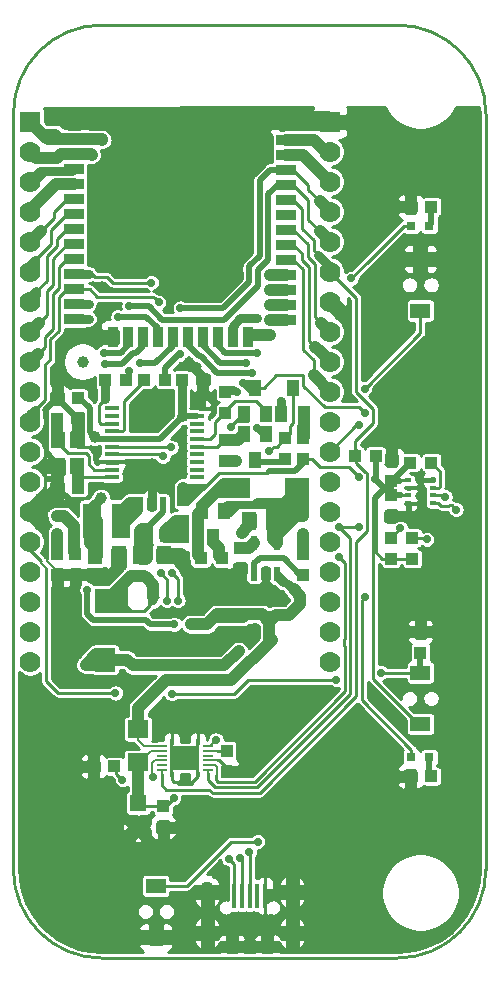
<source format=gbr>
G04 #@! TF.GenerationSoftware,KiCad,Pcbnew,(5.1.2)-2*
G04 #@! TF.CreationDate,2019-09-23T21:32:25+02:00*
G04 #@! TF.ProjectId,hm-env-sensor,686d2d65-6e76-42d7-9365-6e736f722e6b,A1*
G04 #@! TF.SameCoordinates,Original*
G04 #@! TF.FileFunction,Copper,L1,Top*
G04 #@! TF.FilePolarity,Positive*
%FSLAX46Y46*%
G04 Gerber Fmt 4.6, Leading zero omitted, Abs format (unit mm)*
G04 Created by KiCad (PCBNEW (5.1.2)-2) date 2019-09-23 21:32:25*
%MOMM*%
%LPD*%
G04 APERTURE LIST*
%ADD10C,0.254000*%
%ADD11C,0.100000*%
%ADD12R,1.700000X1.300000*%
%ADD13R,1.200000X1.400000*%
%ADD14R,1.400000X1.400000*%
%ADD15C,1.400000*%
%ADD16R,1.270000X1.524000*%
%ADD17R,1.016000X1.016000*%
%ADD18R,0.800000X0.800000*%
%ADD19R,1.700000X2.000000*%
%ADD20R,2.000000X1.700000*%
%ADD21C,1.778000*%
%ADD22R,1.778000X1.778000*%
%ADD23R,1.000000X1.400000*%
%ADD24C,1.000000*%
%ADD25R,1.600000X3.000000*%
%ADD26R,0.550000X1.200000*%
%ADD27R,1.270000X0.325000*%
%ADD28C,1.300000*%
%ADD29C,2.000000*%
%ADD30R,6.000000X6.000000*%
%ADD31R,1.700000X0.900000*%
%ADD32R,0.900000X1.700000*%
%ADD33R,0.325000X2.150000*%
%ADD34R,1.100000X1.000000*%
%ADD35O,1.200000X1.800000*%
%ADD36R,1.778000X1.524000*%
%ADD37R,0.850000X0.200000*%
%ADD38R,1.950000X1.950000*%
%ADD39R,0.250000X1.000000*%
%ADD40R,0.500000X0.350000*%
%ADD41C,0.700000*%
%ADD42C,1.016000*%
%ADD43C,0.508000*%
%ADD44C,0.762000*%
%ADD45C,1.270000*%
%ADD46C,0.203200*%
%ADD47C,0.152400*%
%ADD48C,0.127000*%
G04 APERTURE END LIST*
D10*
X169398000Y-135704200D02*
X169398000Y-71704200D01*
X129398000Y-71704200D02*
X129398000Y-135704200D01*
X161898000Y-64204200D02*
X136898000Y-64204200D01*
X161898000Y-64204200D02*
G75*
G02X169398000Y-71704200I0J-7500000D01*
G01*
X169398000Y-135704200D02*
G75*
G02X161898000Y-143204200I-7500000J0D01*
G01*
X161898000Y-143204200D02*
X136898000Y-143204200D01*
X129398000Y-71704200D02*
G75*
G02X136898000Y-64204200I7500000J0D01*
G01*
X136898000Y-143204200D02*
G75*
G02X129398000Y-135704200I0J7500000D01*
G01*
D11*
G36*
X142691400Y-124613400D02*
G01*
X142691400Y-127913400D01*
X142941400Y-127913400D01*
X142941400Y-127238400D01*
X144891400Y-127238400D01*
X144891400Y-127913400D01*
X145141400Y-127913400D01*
X145141400Y-124613400D01*
X144891400Y-124613400D01*
X144891400Y-125288400D01*
X142941400Y-125288400D01*
X142941400Y-124613400D01*
X142691400Y-124613400D01*
G37*
D12*
X163858000Y-84027200D03*
X163858000Y-88381200D03*
X141463600Y-141445200D03*
X141463600Y-137091200D03*
X163858000Y-119027200D03*
X163858000Y-123381200D03*
D13*
X134785000Y-99357000D03*
X133185000Y-101557000D03*
X134785000Y-101557000D03*
X133185000Y-99357000D03*
D14*
X139956540Y-130081020D03*
D15*
X139959080Y-132092700D03*
D16*
X149352000Y-106172000D03*
X151384000Y-106172000D03*
D17*
X134874000Y-97536000D03*
X133096000Y-97536000D03*
X133096000Y-103378000D03*
X134874000Y-103378000D03*
X145415000Y-94234000D03*
X143637000Y-94234000D03*
X133096000Y-95758000D03*
X134874000Y-95758000D03*
D16*
X142113000Y-109093000D03*
X140081000Y-109093000D03*
X138303000Y-109093000D03*
X136271000Y-109093000D03*
D18*
X153924000Y-107315000D03*
X153924000Y-105791000D03*
D19*
X137160000Y-117943000D03*
X137160000Y-112943000D03*
D20*
X148376000Y-103378000D03*
X153376000Y-103378000D03*
D21*
X130810000Y-80010000D03*
X130810000Y-77470000D03*
X130810000Y-74930000D03*
D22*
X130810000Y-72390000D03*
D21*
X130810000Y-82550000D03*
X130810000Y-85090000D03*
X130810000Y-90170000D03*
X130810000Y-87630000D03*
X130810000Y-92710000D03*
X130810000Y-95250000D03*
X130810000Y-100330000D03*
X130810000Y-97790000D03*
X130810000Y-102870000D03*
X130810000Y-105410000D03*
X130810000Y-110490000D03*
X130810000Y-107950000D03*
X130810000Y-118110000D03*
X130810000Y-115570000D03*
X130810000Y-113030000D03*
X156210000Y-80010000D03*
X156210000Y-77470000D03*
X156210000Y-74930000D03*
D22*
X156210000Y-72390000D03*
D21*
X156210000Y-82550000D03*
X156210000Y-85090000D03*
X156210000Y-90170000D03*
X156210000Y-87630000D03*
X156210000Y-92710000D03*
X156210000Y-95250000D03*
X156210000Y-100330000D03*
X156210000Y-97790000D03*
X156210000Y-102870000D03*
X156210000Y-105410000D03*
X156210000Y-110490000D03*
X156210000Y-107950000D03*
X156210000Y-118110000D03*
X156210000Y-115570000D03*
X156210000Y-113030000D03*
D23*
X147253960Y-105318560D03*
X145351500Y-105318560D03*
X146306540Y-107528360D03*
D24*
X135255000Y-92710000D03*
D25*
X136087000Y-106172000D03*
X138487000Y-106172000D03*
D18*
X133096000Y-107315000D03*
X133096000Y-105791000D03*
D23*
X148910040Y-97119440D03*
X150812500Y-97119440D03*
X149857460Y-94909640D03*
X150809960Y-98841560D03*
X148907500Y-98841560D03*
X149862540Y-101051360D03*
D17*
X134620000Y-110744000D03*
X134620000Y-108966000D03*
X133096000Y-110744001D03*
X133096000Y-108966001D03*
X153924000Y-110744000D03*
X153924000Y-108966000D03*
X148590000Y-110236000D03*
X148590000Y-108458000D03*
X145288000Y-109347000D03*
X147066000Y-109347000D03*
X138938000Y-94234000D03*
X137160000Y-94234000D03*
X142240000Y-94234000D03*
X140462000Y-94234000D03*
X147320000Y-101092000D03*
X147320000Y-99314000D03*
X147320000Y-95250000D03*
X147320000Y-97028000D03*
X152400000Y-99187000D03*
X152400000Y-100965000D03*
X143764000Y-104394000D03*
X143764000Y-106172000D03*
X143764000Y-109347000D03*
X143764000Y-107569000D03*
X132715000Y-75438000D03*
X132715000Y-73660000D03*
X153924000Y-100965000D03*
X153924000Y-99187000D03*
D26*
X149799000Y-110647000D03*
X150749000Y-110647000D03*
X151699000Y-110647000D03*
X149799000Y-108047000D03*
X151699000Y-108047000D03*
D27*
X137731500Y-96643000D03*
X137731500Y-97293000D03*
X137731500Y-97943000D03*
X137731500Y-98593000D03*
X137731500Y-99243000D03*
X137731500Y-99893000D03*
X137731500Y-100543000D03*
X137731500Y-101193000D03*
X137731500Y-101843000D03*
X137731500Y-102493000D03*
X144970500Y-102493000D03*
X144970500Y-101843000D03*
X144970500Y-101193000D03*
X144970500Y-100543000D03*
X144970500Y-99893000D03*
X144970500Y-99243000D03*
X144970500Y-98593000D03*
X144970500Y-97943000D03*
X144970500Y-97293000D03*
X144970500Y-96643000D03*
D26*
X142047000Y-104745000D03*
X141097000Y-104745000D03*
X140147000Y-104745000D03*
X142047000Y-107345000D03*
X140147000Y-107345000D03*
D23*
X153035000Y-94912000D03*
X153985000Y-97112000D03*
X152085000Y-97112000D03*
D28*
X141469600Y-82650800D03*
D29*
X143781000Y-80314000D03*
D30*
X143810000Y-80301000D03*
D31*
X152510000Y-72641000D03*
X152510000Y-73911000D03*
X152510000Y-75181000D03*
X152510000Y-76451000D03*
X152510000Y-77721000D03*
X152510000Y-78991000D03*
X152510000Y-80261000D03*
X152510000Y-81531000D03*
X152510000Y-82801000D03*
X152510000Y-84071000D03*
X152510000Y-85341000D03*
X152510000Y-86611000D03*
X152510000Y-87881000D03*
X152510000Y-89151000D03*
D32*
X149240000Y-90601000D03*
X147970000Y-90601000D03*
X146700000Y-90601000D03*
X145430000Y-90601000D03*
X144160000Y-90601000D03*
X142890000Y-90601000D03*
X141620000Y-90601000D03*
X140350000Y-90601000D03*
X139080000Y-90601000D03*
X137810000Y-90601000D03*
D31*
X134510000Y-89111000D03*
X134510000Y-87841000D03*
X134510000Y-86571000D03*
X134510000Y-85301000D03*
X134510000Y-84031000D03*
X134510000Y-82761000D03*
X134510000Y-81491000D03*
X134510000Y-80221000D03*
X134510000Y-78951000D03*
X134510000Y-77681000D03*
X134510000Y-76411000D03*
X134510000Y-75141000D03*
X134510000Y-73871000D03*
X134510000Y-72601000D03*
D28*
X146143200Y-82650800D03*
X141469600Y-77951800D03*
X146143200Y-77951800D03*
X143781000Y-77951800D03*
X143781000Y-82650800D03*
X141469600Y-80187000D03*
X146143200Y-80187000D03*
D33*
X148098000Y-137917600D03*
X148748000Y-137917600D03*
X149398000Y-137917600D03*
X150048000Y-137917600D03*
X150698000Y-137917600D03*
D34*
X147898000Y-142217600D03*
X150898000Y-142217600D03*
D35*
X145798000Y-141067600D03*
X145798000Y-137597600D03*
X152998000Y-137597600D03*
X152998000Y-141067600D03*
D17*
X142087600Y-132105400D03*
X142087600Y-130327400D03*
X147472400Y-125628400D03*
X147472400Y-127406400D03*
X161391600Y-104013000D03*
X161391600Y-105791000D03*
X161391600Y-101015800D03*
X161391600Y-102793800D03*
D18*
X164620000Y-126204200D03*
X163096000Y-126204200D03*
X163096000Y-81204200D03*
X164620000Y-81204200D03*
D36*
X139954000Y-126619000D03*
X139954000Y-123825000D03*
D17*
X136169400Y-126974600D03*
X137947400Y-126974600D03*
X158292800Y-100660200D03*
X160070800Y-100660200D03*
X161366200Y-107594400D03*
X161366200Y-109372400D03*
X163169600Y-109397800D03*
X163169600Y-107619800D03*
X163017200Y-101244400D03*
X164795200Y-101244400D03*
X163017200Y-127812800D03*
X164795200Y-127812800D03*
X163017200Y-79578200D03*
X164795200Y-79578200D03*
X163855400Y-117348000D03*
X163855400Y-115570000D03*
D37*
X145891400Y-127263400D03*
X145891400Y-126863400D03*
X145891400Y-126463400D03*
X145891400Y-126063400D03*
X145891400Y-125663400D03*
X145891400Y-125263400D03*
X141941400Y-125263400D03*
X141941400Y-125663400D03*
X141941400Y-126063400D03*
X141941400Y-126463400D03*
X141941400Y-126863400D03*
X141941400Y-127263400D03*
D38*
X143916400Y-126263400D03*
D39*
X142816400Y-127413400D03*
X145016400Y-125113400D03*
X145016400Y-127413400D03*
X142816400Y-125113400D03*
D40*
X162833000Y-102729200D03*
X162833000Y-103379200D03*
X162833000Y-104029200D03*
X162833000Y-104679200D03*
X164883000Y-104679200D03*
X164883000Y-104029200D03*
X164883000Y-103379200D03*
X164883000Y-102729200D03*
D24*
X151003000Y-104775000D03*
X134493000Y-107696000D03*
X148463000Y-117221000D03*
X135509000Y-118364000D03*
D41*
X143916400Y-126873000D03*
X143916400Y-125653800D03*
X143052800Y-126873000D03*
X144780000Y-126873000D03*
X144780000Y-125653800D03*
X143052800Y-125653800D03*
D24*
X137668000Y-110744000D03*
X141097000Y-103378000D03*
X148717000Y-107188000D03*
X141097000Y-101398600D03*
X136905996Y-90614500D03*
X136906000Y-82677000D03*
X145414998Y-95630998D03*
X133985000Y-116459000D03*
X141097000Y-97218500D03*
X141986000Y-96329510D03*
X132588000Y-72110610D03*
X137160000Y-72110610D03*
X139700000Y-72110610D03*
X142240000Y-72110610D03*
X144780000Y-72110610D03*
X147320000Y-72110610D03*
X149860000Y-72110610D03*
X154305000Y-72110610D03*
X143510000Y-73660000D03*
X140970000Y-73660000D03*
X138430000Y-73660000D03*
X146050000Y-73660000D03*
X148590000Y-73660000D03*
X139700000Y-74930000D03*
X142240000Y-74930000D03*
X144780000Y-74930000D03*
X147320000Y-74930000D03*
X149860000Y-74930000D03*
X148590000Y-76200000D03*
X148590000Y-78740000D03*
X148590000Y-81280000D03*
X148590000Y-83820000D03*
X138430000Y-76200000D03*
X138430000Y-78740000D03*
X144272687Y-92837687D03*
X141469600Y-84827600D03*
X143764000Y-84836000D03*
X146177000Y-84836000D03*
X136905996Y-84455000D03*
X136905996Y-86360000D03*
X136905996Y-88265000D03*
X139573000Y-102362000D03*
X140144500Y-98171000D03*
X149826600Y-115316000D03*
D41*
X152400000Y-112910620D03*
X147110000Y-112452600D03*
X143916400Y-128092200D03*
D24*
X142403176Y-86144990D03*
X144912215Y-86144990D03*
X147419204Y-85566699D03*
D41*
X133273800Y-119659400D03*
X137058400Y-119710200D03*
X140335000Y-119659400D03*
D24*
X143764000Y-103378000D03*
X143764000Y-97282000D03*
X136812501Y-104233600D03*
X136271000Y-99060000D03*
X136906000Y-73914000D03*
D41*
X160045400Y-102641400D03*
X158637210Y-102476083D03*
X139191994Y-93472000D03*
X139192000Y-88011000D03*
X148844000Y-94488000D03*
X136017000Y-75184008D03*
X135635990Y-112014000D03*
X143002000Y-114935000D03*
X159146937Y-94985457D03*
X159139619Y-97046233D03*
X150088600Y-133350000D03*
X137160000Y-92900500D03*
X149987000Y-91948000D03*
X149606000Y-93631010D03*
X149090902Y-92822789D03*
X143510000Y-92075000D03*
X143516435Y-88172021D03*
X138246600Y-88900000D03*
X140081000Y-92837000D03*
X147828000Y-98227340D03*
X148209000Y-101092000D03*
X147650200Y-134797800D03*
X141246588Y-113007390D03*
X151075565Y-100257435D03*
D24*
X145034000Y-108331000D03*
X140763536Y-108188104D03*
D41*
X137033000Y-91948000D03*
X160553400Y-119024400D03*
X156743400Y-119634000D03*
X142798800Y-120827800D03*
X138023600Y-120751600D03*
X135770110Y-89090500D03*
X156944832Y-106686089D03*
X165938200Y-104140000D03*
X141697600Y-87695010D03*
X158648400Y-106705400D03*
X162166473Y-106806060D03*
X135763000Y-87820500D03*
X135763000Y-85280500D03*
X156934256Y-109219999D03*
X166878000Y-105232200D03*
X141071600Y-86004400D03*
X164388800Y-107746800D03*
D24*
X151130000Y-86614000D03*
D41*
X157988000Y-85648800D03*
X158631620Y-98097825D03*
D24*
X151130000Y-85344000D03*
X151130000Y-87884000D03*
X151130000Y-89154000D03*
D41*
X153755976Y-98212032D03*
X149987000Y-89027000D03*
X159131000Y-112623600D03*
D24*
X151130000Y-90424000D03*
D41*
X152019000Y-96012000D03*
X149986101Y-98297189D03*
X148348381Y-95306400D03*
X141859012Y-110617000D03*
X142056610Y-100711010D03*
X148615400Y-134747000D03*
X142392400Y-112928400D03*
X142834185Y-110594315D03*
X142748000Y-99949000D03*
X149377400Y-134213600D03*
X143332200Y-112928400D03*
X146544508Y-124730500D03*
X142976600Y-129641600D03*
D24*
X144399000Y-114935000D03*
X146812018Y-108458000D03*
D41*
X141187237Y-127839074D03*
X138633200Y-128092200D03*
D42*
X153924000Y-103926000D02*
X153376000Y-103378000D01*
X153924000Y-105791000D02*
X153924000Y-103926000D01*
X153376000Y-105704000D02*
X153289000Y-105791000D01*
X153924000Y-105791000D02*
X153289000Y-105791000D01*
X152654000Y-106426000D02*
X153289000Y-105791000D01*
X151384000Y-106172000D02*
X151638000Y-106426000D01*
X152146000Y-106259000D02*
X152146000Y-106426000D01*
X153376000Y-105029000D02*
X153376000Y-105704000D01*
X153376000Y-103378000D02*
X153376000Y-105029000D01*
X153376000Y-105029000D02*
X152146000Y-106259000D01*
X151638000Y-106426000D02*
X152146000Y-106426000D01*
X152146000Y-106426000D02*
X152654000Y-106426000D01*
X151384000Y-105664000D02*
X151384000Y-106172000D01*
X153376000Y-103378000D02*
X153376000Y-103672000D01*
X151699000Y-106487000D02*
X151384000Y-106172000D01*
X151699000Y-107381000D02*
X151699000Y-107442000D01*
X152654000Y-106426000D02*
X151699000Y-107381000D01*
X151699000Y-107442000D02*
X151699000Y-106487000D01*
X151699000Y-108047000D02*
X151699000Y-107442000D01*
X151384000Y-107732000D02*
X151699000Y-108047000D01*
X151384000Y-106172000D02*
X151384000Y-107732000D01*
X151257000Y-106045000D02*
X151384000Y-106172000D01*
X151257000Y-105029000D02*
X151257000Y-106045000D01*
X151003000Y-104775000D02*
X151257000Y-105029000D01*
X152273000Y-104775000D02*
X152971500Y-104076500D01*
X152971500Y-104076500D02*
X151384000Y-105664000D01*
X151003000Y-104775000D02*
X152273000Y-104775000D01*
X153376000Y-103672000D02*
X152971500Y-104076500D01*
D43*
X150876000Y-104902000D02*
X151003000Y-104775000D01*
X147670520Y-104902000D02*
X150876000Y-104902000D01*
X147253960Y-105318560D02*
X147670520Y-104902000D01*
D42*
X133697882Y-105791000D02*
X133096000Y-105791000D01*
X134493000Y-106586118D02*
X133697882Y-105791000D01*
X134620000Y-108966000D02*
X134493000Y-108839000D01*
X134493000Y-107696000D02*
X134493000Y-106586118D01*
X134493000Y-108839000D02*
X134493000Y-107696000D01*
D43*
X147256500Y-105029000D02*
X147510500Y-104775000D01*
X147256500Y-105316020D02*
X147256500Y-105029000D01*
X147253960Y-105318560D02*
X147256500Y-105316020D01*
X147510500Y-104775000D02*
X148590000Y-104775000D01*
X147637500Y-105727500D02*
X147256500Y-105727500D01*
X147253960Y-105724960D02*
X147253960Y-105318560D01*
X147256500Y-105727500D02*
X147253960Y-105724960D01*
X147828000Y-105059480D02*
X147670520Y-104902000D01*
X147828000Y-105537000D02*
X147828000Y-105059480D01*
X148590000Y-104775000D02*
X147828000Y-105537000D01*
X147828000Y-105537000D02*
X147637500Y-105727500D01*
X148590000Y-104775000D02*
X149606000Y-104775000D01*
X149606000Y-104775000D02*
X151003000Y-104775000D01*
X152527000Y-104521000D02*
X152971500Y-104076500D01*
X149987000Y-104521000D02*
X152527000Y-104521000D01*
X149733000Y-104775000D02*
X149987000Y-104521000D01*
X149606000Y-104775000D02*
X149733000Y-104775000D01*
D42*
X136739000Y-118364000D02*
X137160000Y-117943000D01*
X135509000Y-118364000D02*
X136739000Y-118364000D01*
X137160000Y-117475000D02*
X137160000Y-117943000D01*
X136398000Y-117475000D02*
X137160000Y-117475000D01*
X135509000Y-118364000D02*
X136398000Y-117475000D01*
X148463000Y-117221000D02*
X147269200Y-118414800D01*
X139026000Y-117943000D02*
X137160000Y-117943000D01*
X139497800Y-118414800D02*
X139026000Y-117943000D01*
X147269200Y-118414800D02*
X139497800Y-118414800D01*
X155959000Y-72641000D02*
X156210000Y-72390000D01*
X152510000Y-72641000D02*
X155959000Y-72641000D01*
X152470000Y-72601000D02*
X152510000Y-72641000D01*
D43*
X150749000Y-111362259D02*
X150368000Y-111743259D01*
X151051577Y-111743259D02*
X150368000Y-111743259D01*
X150749000Y-110647000D02*
X150749000Y-111315500D01*
X152387300Y-112923320D02*
X152387300Y-112826800D01*
X150749000Y-111315500D02*
X151176759Y-111743259D01*
X152400000Y-112910620D02*
X152387300Y-112923320D01*
X151176759Y-111743259D02*
X151303759Y-111743259D01*
X150749000Y-111379000D02*
X151066500Y-111696500D01*
X151066500Y-111696500D02*
X151130000Y-111696500D01*
X150749000Y-111315500D02*
X150749000Y-111379000D01*
X150114000Y-111743259D02*
X151303759Y-111743259D01*
X150368000Y-111743259D02*
X150114000Y-111743259D01*
X148479741Y-111743259D02*
X148590000Y-111633000D01*
X150114000Y-111743259D02*
X148479741Y-111743259D01*
D42*
X147066000Y-112433000D02*
X147110000Y-112477000D01*
X147066000Y-112014000D02*
X147066000Y-112433000D01*
X147447000Y-111633000D02*
X147066000Y-112014000D01*
X148590000Y-111633000D02*
X147447000Y-111633000D01*
X148590000Y-111633000D02*
X148590000Y-110236000D01*
X147110000Y-112477000D02*
X146938000Y-112649000D01*
X146938000Y-112649000D02*
X145161000Y-112649000D01*
X147447000Y-111633000D02*
X145161000Y-111633000D01*
D10*
X144810000Y-111984000D02*
X145161000Y-111633000D01*
X144810000Y-112797000D02*
X144810000Y-111984000D01*
D44*
X145161000Y-111633000D02*
X145161000Y-112649000D01*
D10*
X145161000Y-112966500D02*
X145161000Y-112649000D01*
X144843500Y-113284000D02*
X145161000Y-112966500D01*
X144810000Y-113250500D02*
X144843500Y-113284000D01*
X144810000Y-112797000D02*
X144810000Y-113250500D01*
D42*
X147746000Y-112477000D02*
X148590000Y-111633000D01*
X147110000Y-112477000D02*
X147746000Y-112477000D01*
X142010000Y-117097000D02*
X145010000Y-117097000D01*
X145960000Y-117097000D02*
X147110000Y-115947000D01*
X145010000Y-117097000D02*
X145960000Y-117097000D01*
X141060000Y-117097000D02*
X139910000Y-115947000D01*
X142010000Y-117097000D02*
X141060000Y-117097000D01*
X145161000Y-110807500D02*
X145161000Y-111633000D01*
X148018500Y-110807500D02*
X145161000Y-110807500D01*
X148590000Y-110236000D02*
X148018500Y-110807500D01*
X144589500Y-110807500D02*
X145161000Y-110807500D01*
X143764000Y-109347000D02*
X143764000Y-109982000D01*
X145161000Y-111379000D02*
X145161000Y-111633000D01*
X144145000Y-110363000D02*
X145161000Y-111379000D01*
X143764000Y-109982000D02*
X144145000Y-110363000D01*
X144145000Y-110363000D02*
X144589500Y-110807500D01*
X143764000Y-109347000D02*
X143510000Y-109093000D01*
D45*
X143510000Y-109093000D02*
X142113000Y-109093000D01*
D42*
X143129000Y-109347000D02*
X143764000Y-109982000D01*
X142113000Y-109347000D02*
X143129000Y-109347000D01*
X136148000Y-115947000D02*
X139910000Y-115947000D01*
X134425000Y-117670000D02*
X136148000Y-115947000D01*
X133985000Y-117670000D02*
X134425000Y-117670000D01*
X137668000Y-110744000D02*
X134620000Y-110744000D01*
X138239500Y-110172500D02*
X137668000Y-110744000D01*
X138176000Y-110172500D02*
X138239500Y-110172500D01*
X138176000Y-109220000D02*
X138176000Y-110172500D01*
X138303000Y-109093000D02*
X138176000Y-109220000D01*
X138430000Y-109982000D02*
X138239500Y-110172500D01*
X138430000Y-109220000D02*
X138430000Y-109982000D01*
X138303000Y-109093000D02*
X138430000Y-109220000D01*
X133096001Y-110744000D02*
X133096000Y-110744001D01*
X134620000Y-110744000D02*
X133096001Y-110744000D01*
D44*
X141097000Y-103378000D02*
X141097000Y-104745000D01*
D42*
X149352000Y-106553000D02*
X149216999Y-106688001D01*
X149216999Y-106688001D02*
X148717000Y-107188000D01*
X149352000Y-106172000D02*
X149352000Y-106553000D01*
D10*
X144970500Y-96643000D02*
X145292000Y-96643000D01*
X145292000Y-96643000D02*
X145415000Y-96520000D01*
D42*
X133185000Y-101557000D02*
X133096000Y-101646000D01*
X134785000Y-99357000D02*
X134874000Y-99268000D01*
X134874000Y-99268000D02*
X134874000Y-97536000D01*
D10*
X136410110Y-101193000D02*
X137731500Y-101193000D01*
X136245610Y-101028500D02*
X136410110Y-101193000D01*
X136245610Y-100368110D02*
X136245610Y-101028500D01*
X134785000Y-99357000D02*
X134785000Y-99860000D01*
X134785000Y-99860000D02*
X134874000Y-99949000D01*
X134874000Y-99949000D02*
X135826500Y-99949000D01*
X135826500Y-99949000D02*
X136245610Y-100368110D01*
X140891400Y-101193000D02*
X141097000Y-101398600D01*
X137731500Y-101193000D02*
X140891400Y-101193000D01*
D43*
X145415000Y-95631000D02*
X145415000Y-94234000D01*
X145415000Y-96520000D02*
X145415000Y-95631000D01*
D10*
X144970500Y-96643000D02*
X144391290Y-96643000D01*
D43*
X134874000Y-97536000D02*
X133096000Y-95758000D01*
D42*
X130810000Y-105410000D02*
X131064000Y-105410000D01*
D10*
X135509000Y-104267000D02*
X136398000Y-103378000D01*
X133985000Y-104267000D02*
X135509000Y-104267000D01*
X136398000Y-103378000D02*
X141097000Y-103378000D01*
D42*
X130810000Y-105410000D02*
X131699000Y-106299000D01*
D10*
X132080000Y-96774000D02*
X132080000Y-100352000D01*
D42*
X137796500Y-90614500D02*
X137613102Y-90614500D01*
X137613102Y-90614500D02*
X136905996Y-90614500D01*
D44*
X136198890Y-90614500D02*
X136905996Y-90614500D01*
X133096000Y-95758000D02*
X133273821Y-95580179D01*
X133273821Y-95580179D02*
X133273821Y-91135179D01*
D42*
X137810000Y-90601000D02*
X137796500Y-90614500D01*
D44*
X133273821Y-91135179D02*
X133794500Y-90614500D01*
X133794500Y-90614500D02*
X136198890Y-90614500D01*
D42*
X141414500Y-82677000D02*
X136906000Y-82677000D01*
X143790500Y-80301000D02*
X141414500Y-82677000D01*
X143810000Y-80301000D02*
X143790500Y-80301000D01*
X137313200Y-77951800D02*
X136906000Y-78359000D01*
X136983000Y-80187000D02*
X136906000Y-80264000D01*
X136906000Y-80264000D02*
X136906000Y-82677000D01*
X141469600Y-80187000D02*
X136983000Y-80187000D01*
X136906000Y-78359000D02*
X136906000Y-80264000D01*
X141469600Y-72609400D02*
X141478000Y-72601000D01*
X141469600Y-77951800D02*
X141469600Y-72609400D01*
X146143200Y-72634800D02*
X146177000Y-72601000D01*
X146143200Y-77951800D02*
X146143200Y-72634800D01*
X146143200Y-82650800D02*
X148997200Y-82650800D01*
X148997200Y-72754200D02*
X148844000Y-72601000D01*
X148844000Y-72601000D02*
X152470000Y-72601000D01*
X146177000Y-72601000D02*
X148844000Y-72601000D01*
X148971000Y-77951800D02*
X148997200Y-77978000D01*
X146143200Y-77951800D02*
X148971000Y-77951800D01*
X148997200Y-77978000D02*
X148997200Y-72754200D01*
X148997200Y-80264000D02*
X148920200Y-80187000D01*
X148920200Y-80187000D02*
X146143200Y-80187000D01*
X148997200Y-82650800D02*
X148997200Y-80264000D01*
X148997200Y-80264000D02*
X148997200Y-77978000D01*
X148997200Y-82650800D02*
X148997200Y-83285800D01*
X141469600Y-84827600D02*
X141469600Y-84827600D01*
X141478000Y-84836000D02*
X141469600Y-84827600D01*
X143764000Y-84836000D02*
X143764000Y-84836000D01*
X143781000Y-83570038D02*
X143781000Y-82650800D01*
X143781000Y-84819000D02*
X143781000Y-83570038D01*
X143764000Y-84836000D02*
X143781000Y-84819000D01*
X146143200Y-83570038D02*
X146143200Y-82650800D01*
X146177000Y-84836000D02*
X146177000Y-84836000D01*
X146177000Y-84836000D02*
X146143200Y-84802200D01*
X146143200Y-84802200D02*
X146143200Y-83570038D01*
X147447000Y-84836000D02*
X146177000Y-84836000D01*
X138557000Y-72601000D02*
X141478000Y-72601000D01*
X134510000Y-72601000D02*
X138557000Y-72601000D01*
X141469600Y-77951800D02*
X138557000Y-77951800D01*
X138557000Y-77951800D02*
X137313200Y-77951800D01*
X147447000Y-84836000D02*
X148361390Y-84836000D01*
X148361390Y-83972390D02*
X148336000Y-83947000D01*
X148361390Y-84836000D02*
X148361390Y-83972390D01*
X148336000Y-83947000D02*
X147447000Y-84836000D01*
X148997200Y-83285800D02*
X148336000Y-83947000D01*
X133985000Y-117670000D02*
X133985000Y-116459000D01*
D45*
X156210000Y-72390000D02*
X155930610Y-72110610D01*
X155930610Y-72110610D02*
X151511000Y-72110610D01*
X134874000Y-72110610D02*
X132588000Y-72110610D01*
X132588000Y-72110610D02*
X132562601Y-72110610D01*
X142240000Y-72110610D02*
X139700000Y-72110610D01*
X154305000Y-72110610D02*
X155930610Y-72110610D01*
D42*
X142451000Y-72601000D02*
X143010001Y-73160001D01*
X141478000Y-72601000D02*
X142451000Y-72601000D01*
X143810000Y-80301000D02*
X143810000Y-73960000D01*
X146177000Y-72601000D02*
X144569000Y-72601000D01*
X144009999Y-73160001D02*
X143510000Y-73660000D01*
X143810000Y-73960000D02*
X143510000Y-73660000D01*
X144569000Y-72601000D02*
X144009999Y-73160001D01*
X143010001Y-73160001D02*
X143510000Y-73660000D01*
D45*
X140970000Y-73660000D02*
X143510000Y-73660000D01*
X138430000Y-73660000D02*
X140970000Y-73660000D01*
X143510000Y-73660000D02*
X146050000Y-73660000D01*
X146050000Y-73660000D02*
X148590000Y-73660000D01*
X139700000Y-74930000D02*
X142240000Y-74930000D01*
X142240000Y-74930000D02*
X144780000Y-74930000D01*
X144780000Y-74930000D02*
X147320000Y-74930000D01*
X147320000Y-74930000D02*
X149860000Y-74930000D01*
X139700000Y-74930000D02*
X138430000Y-73660000D01*
X138430000Y-73660000D02*
X138430000Y-72110610D01*
X138430000Y-72110610D02*
X137160000Y-72110610D01*
X139700000Y-72110610D02*
X138430000Y-72110610D01*
X143510000Y-73660000D02*
X143510000Y-72110610D01*
X143510000Y-72110610D02*
X134874000Y-72110610D01*
X151511000Y-72110610D02*
X143510000Y-72110610D01*
X149860000Y-72110610D02*
X149860000Y-74930000D01*
X139700000Y-74930000D02*
X138557000Y-74930000D01*
D42*
X138557000Y-74930000D02*
X138557000Y-77951800D01*
X138557000Y-72601000D02*
X138557000Y-74930000D01*
D45*
X138430000Y-74803000D02*
X138430000Y-73660000D01*
X138557000Y-74930000D02*
X138430000Y-74803000D01*
D42*
X138430000Y-78740000D02*
X138430000Y-76200000D01*
X138430000Y-76200000D02*
X138430000Y-73660000D01*
X148590000Y-76200000D02*
X148590000Y-73660000D01*
X148590000Y-76200000D02*
X148590000Y-78740000D01*
X148590000Y-78740000D02*
X148590000Y-81280000D01*
X148590000Y-81280000D02*
X148590000Y-83820000D01*
D44*
X145415000Y-93980000D02*
X144272687Y-92837687D01*
X145415000Y-94234000D02*
X145415000Y-93980000D01*
X145415000Y-95630996D02*
X145414998Y-95630998D01*
X145415000Y-94234000D02*
X145415000Y-95630996D01*
D42*
X141469600Y-84827600D02*
X141469600Y-82650800D01*
X143764000Y-84836000D02*
X141478000Y-84836000D01*
X146177000Y-84836000D02*
X143764000Y-84836000D01*
X133840144Y-72601000D02*
X134510000Y-72601000D01*
X133349754Y-72110610D02*
X133840144Y-72601000D01*
X132588000Y-72110610D02*
X133349754Y-72110610D01*
D43*
X133096000Y-95758000D02*
X132080000Y-96774000D01*
D42*
X132080000Y-104394000D02*
X133096000Y-103378000D01*
X133096000Y-102616000D02*
X133096000Y-103378000D01*
X133096000Y-101646000D02*
X133096000Y-102616000D01*
D10*
X132080000Y-100352000D02*
X132080000Y-102616000D01*
X132080000Y-102616000D02*
X132080000Y-104394000D01*
X132080000Y-106680000D02*
X131699000Y-106299000D01*
D43*
X132080000Y-104394000D02*
X132080000Y-106553000D01*
D10*
X132080000Y-106680000D02*
X132080000Y-106553000D01*
D42*
X131064000Y-105410000D02*
X131699000Y-104775000D01*
D43*
X131699000Y-104775000D02*
X131699000Y-106299000D01*
D42*
X131699000Y-104775000D02*
X132080000Y-104394000D01*
D43*
X133096000Y-110744001D02*
X132969001Y-110744001D01*
X132968999Y-110744001D02*
X133096000Y-110744001D01*
X133096000Y-103378000D02*
X133985000Y-104267000D01*
X133096000Y-102616000D02*
X132207000Y-102616000D01*
D10*
X132207000Y-102616000D02*
X132080000Y-102616000D01*
D43*
X133185000Y-101457000D02*
X132207000Y-100479000D01*
X133185000Y-101557000D02*
X133185000Y-101457000D01*
D10*
X132080000Y-100352000D02*
X132207000Y-100479000D01*
D44*
X141097000Y-102362000D02*
X139573000Y-102362000D01*
X141097000Y-103378000D02*
X141097000Y-102362000D01*
X141097000Y-102362000D02*
X141097000Y-101398600D01*
D42*
X149195600Y-115947000D02*
X149826600Y-115316000D01*
X147110000Y-115947000D02*
X149195600Y-115947000D01*
D10*
X142816400Y-125113400D02*
X142816400Y-123629600D01*
X145016400Y-124359400D02*
X145008600Y-124351600D01*
X145016400Y-125113400D02*
X145016400Y-124359400D01*
X145008600Y-124351600D02*
X145008600Y-123621800D01*
D43*
X152400000Y-112839500D02*
X152400000Y-112910620D01*
X151303759Y-111743259D02*
X152400000Y-112839500D01*
D10*
X144484000Y-128320800D02*
X143560800Y-128320800D01*
X145016400Y-127413400D02*
X145016400Y-127788400D01*
X145016400Y-127788400D02*
X144484000Y-128320800D01*
X142969800Y-128320800D02*
X143560800Y-128320800D01*
X142816400Y-127413400D02*
X142816400Y-128167400D01*
X142816400Y-128167400D02*
X142969800Y-128320800D01*
D42*
X141478000Y-84836000D02*
X139065000Y-84836000D01*
X136906000Y-84454996D02*
X136905996Y-84455000D01*
X136906000Y-82677000D02*
X136906000Y-84454996D01*
X138684000Y-84455000D02*
X139065000Y-84836000D01*
X136905996Y-84455000D02*
X138684000Y-84455000D01*
X142403176Y-86144990D02*
X144912215Y-86144990D01*
X147919203Y-85066700D02*
X147419204Y-85566699D01*
X148149903Y-84836000D02*
X147919203Y-85066700D01*
X146840913Y-86144990D02*
X146919205Y-86066698D01*
X147419204Y-84859593D02*
X147419204Y-85566699D01*
X146919205Y-86066698D02*
X147419204Y-85566699D01*
X148361390Y-84836000D02*
X148149903Y-84836000D01*
X147447000Y-84836000D02*
X147442797Y-84836000D01*
X144912215Y-86144990D02*
X146840913Y-86144990D01*
X147442797Y-84836000D02*
X147419204Y-84859593D01*
D10*
X132664200Y-110312201D02*
X133096000Y-110744001D01*
X132080000Y-106680000D02*
X132201409Y-106801409D01*
D46*
X132201409Y-106801409D02*
X132201409Y-109566335D01*
X132201409Y-109566335D02*
X133096000Y-110460926D01*
X133096000Y-110460926D02*
X133096000Y-110744001D01*
D47*
X145891400Y-126463400D02*
X146656400Y-126463400D01*
D10*
X146808800Y-126463400D02*
X146656400Y-126463400D01*
X147472400Y-127406400D02*
X147472400Y-127127000D01*
X147472400Y-127127000D02*
X146808800Y-126463400D01*
D42*
X134785000Y-101557000D02*
X134874000Y-101646000D01*
D10*
X134878000Y-102493000D02*
X134874000Y-102489000D01*
D42*
X134874000Y-102489000D02*
X134874000Y-103378000D01*
D10*
X137731500Y-102493000D02*
X134878000Y-102493000D01*
D42*
X134874000Y-101646000D02*
X134874000Y-102489000D01*
X132926000Y-73871000D02*
X132715000Y-73660000D01*
X132080000Y-73660000D02*
X130810000Y-72390000D01*
X132715000Y-73660000D02*
X132080000Y-73660000D01*
D43*
X153924000Y-101325682D02*
X153268682Y-101981000D01*
X153924000Y-100965000D02*
X153924000Y-101325682D01*
X153268682Y-101981000D02*
X151003000Y-101981000D01*
D45*
X136271000Y-106229000D02*
X136087000Y-106045000D01*
X136271000Y-109093000D02*
X136271000Y-106229000D01*
D42*
X143764000Y-104394000D02*
X143764000Y-103378000D01*
D43*
X144970500Y-97293000D02*
X143775000Y-97293000D01*
X143775000Y-97293000D02*
X143764000Y-97282000D01*
X141803000Y-99243000D02*
X143764000Y-97282000D01*
X137731500Y-99243000D02*
X141803000Y-99243000D01*
X136454000Y-99243000D02*
X137731500Y-99243000D01*
X134874000Y-95758000D02*
X134980682Y-95758000D01*
X134980682Y-95758000D02*
X135890000Y-96667318D01*
X135890000Y-96667318D02*
X135890000Y-98679000D01*
D44*
X136087000Y-104959101D02*
X136812501Y-104233600D01*
X136087000Y-106172000D02*
X136087000Y-104959101D01*
D43*
X135890000Y-98679000D02*
X136271000Y-99060000D01*
X136271000Y-99060000D02*
X136454000Y-99243000D01*
D44*
X143637000Y-97155000D02*
X143764000Y-97282000D01*
X143637000Y-94234000D02*
X143637000Y-97155000D01*
D42*
X136863000Y-73871000D02*
X136906000Y-73914000D01*
X134510000Y-73871000D02*
X136863000Y-73871000D01*
X132291000Y-73871000D02*
X132080000Y-73660000D01*
X133604000Y-73871000D02*
X132291000Y-73871000D01*
X134510000Y-73871000D02*
X133604000Y-73871000D01*
X132961220Y-73482220D02*
X133350000Y-73871000D01*
X133604000Y-73871000D02*
X133350000Y-73871000D01*
X133350000Y-73871000D02*
X132926000Y-73871000D01*
X130810000Y-72390000D02*
X131902220Y-73482220D01*
X131902220Y-73482220D02*
X132961220Y-73482220D01*
D10*
X146813039Y-102106961D02*
X150877039Y-102106961D01*
X150877039Y-102106961D02*
X151003000Y-101981000D01*
D44*
X143764000Y-103378000D02*
X144907000Y-103378000D01*
X143891000Y-104394000D02*
X143764000Y-104394000D01*
X144907000Y-103378000D02*
X143891000Y-104394000D01*
D10*
X145796000Y-103124000D02*
X146813039Y-102106961D01*
X145796000Y-103124000D02*
X144653000Y-103124000D01*
X145605500Y-103314500D02*
X145796000Y-103124000D01*
X144970500Y-103314500D02*
X145605500Y-103314500D01*
X144907000Y-103378000D02*
X144970500Y-103314500D01*
X143764000Y-104711500D02*
X143764000Y-104394000D01*
X144208500Y-104711500D02*
X143764000Y-104711500D01*
X144907000Y-103378000D02*
X145542000Y-103378000D01*
X145542000Y-103378000D02*
X144208500Y-104711500D01*
X145605500Y-103314500D02*
X145542000Y-103378000D01*
D44*
X135699500Y-106559500D02*
X136087000Y-106172000D01*
X135699500Y-108077000D02*
X135699500Y-106559500D01*
X136271000Y-108648500D02*
X135699500Y-108077000D01*
X136271000Y-109093000D02*
X136271000Y-108648500D01*
D43*
X161391600Y-104013000D02*
X162173118Y-104013000D01*
D10*
X162189318Y-104029200D02*
X162173118Y-104013000D01*
X162833000Y-104029200D02*
X162189318Y-104029200D01*
D43*
X161391600Y-102793800D02*
X162124718Y-102793800D01*
D10*
X162189318Y-102729200D02*
X162124718Y-102793800D01*
X162833000Y-102729200D02*
X162189318Y-102729200D01*
D43*
X161467800Y-102793800D02*
X163017200Y-101244400D01*
X161391600Y-102793800D02*
X161467800Y-102793800D01*
X161391600Y-103403400D02*
X161391600Y-102793800D01*
X161391600Y-104013000D02*
X161391600Y-103403400D01*
X160807400Y-103403400D02*
X160832800Y-103403400D01*
X160045400Y-102641400D02*
X160807400Y-103403400D01*
X160070800Y-102616000D02*
X160045400Y-102641400D01*
X160070800Y-100660200D02*
X160070800Y-102616000D01*
D10*
X155351999Y-101630999D02*
X157792126Y-101630999D01*
X153924000Y-100965000D02*
X154686000Y-100965000D01*
X157792126Y-101630999D02*
X158287211Y-102126084D01*
X154686000Y-100965000D02*
X155351999Y-101630999D01*
X158287211Y-102126084D02*
X158637210Y-102476083D01*
X159842200Y-106942799D02*
X160003213Y-106781786D01*
X163658000Y-123381200D02*
X159842200Y-119565400D01*
X163858000Y-123381200D02*
X163658000Y-123381200D01*
X160003213Y-106781786D02*
X160003213Y-104232987D01*
X159842200Y-119565400D02*
X159842200Y-106942799D01*
X161391600Y-109397800D02*
X161366200Y-109372400D01*
X163169600Y-109397800D02*
X161391600Y-109397800D01*
X160003213Y-108771413D02*
X160003213Y-106781786D01*
X160604200Y-109372400D02*
X160003213Y-108771413D01*
X161366200Y-109372400D02*
X160604200Y-109372400D01*
D43*
X160832800Y-103403400D02*
X160003213Y-104232987D01*
X161010600Y-103403400D02*
X160832800Y-103403400D01*
D10*
X161010600Y-103403400D02*
X161391600Y-103403400D01*
D43*
X160003213Y-104232987D02*
X160003213Y-108771413D01*
X139191994Y-93966974D02*
X139191994Y-93472000D01*
X139191994Y-93980006D02*
X139191994Y-93966974D01*
X138938000Y-94234000D02*
X139191994Y-93980006D01*
X141986000Y-89154000D02*
X140843000Y-88011000D01*
X140843000Y-88011000D02*
X139686974Y-88011000D01*
X147245606Y-89154000D02*
X141986000Y-89154000D01*
X150977611Y-84061614D02*
X150114000Y-84925224D01*
X152510000Y-77721000D02*
X151768000Y-77721000D01*
X139686974Y-88011000D02*
X139192000Y-88011000D01*
X150114000Y-84925224D02*
X150114000Y-86285606D01*
X150977611Y-78511389D02*
X150977611Y-84061614D01*
X150114000Y-86285606D02*
X147245606Y-89154000D01*
X151768000Y-77721000D02*
X150977611Y-78511389D01*
D10*
X153095500Y-77721000D02*
X154368500Y-78994000D01*
X154368500Y-78994000D02*
X154368500Y-80708500D01*
X152510000Y-77721000D02*
X153095500Y-77721000D01*
D42*
X156210000Y-82550000D02*
X155321000Y-81661000D01*
D10*
X154368500Y-80708500D02*
X155321000Y-81661000D01*
D42*
X131318000Y-75438000D02*
X130810000Y-74930000D01*
X132715000Y-75438000D02*
X131318000Y-75438000D01*
X135973992Y-75141000D02*
X136017000Y-75184008D01*
X134510000Y-75141000D02*
X135973992Y-75141000D01*
X133096000Y-75438000D02*
X132715000Y-75438000D01*
X133393000Y-75141000D02*
X133096000Y-75438000D01*
X134510000Y-75141000D02*
X133393000Y-75141000D01*
D43*
X149860000Y-94742000D02*
X149606000Y-94488000D01*
X149860000Y-94907100D02*
X149860000Y-94742000D01*
X149606000Y-94488000D02*
X148844000Y-94488000D01*
X149857460Y-94909640D02*
X149860000Y-94907100D01*
X149606000Y-95250000D02*
X148844000Y-94488000D01*
X149860000Y-95250000D02*
X149606000Y-95250000D01*
X149857460Y-95247460D02*
X149860000Y-95250000D01*
X149857460Y-94909640D02*
X149857460Y-95247460D01*
X140970000Y-114935000D02*
X143002000Y-114935000D01*
X140589000Y-114554000D02*
X140970000Y-114935000D01*
X136144000Y-114554000D02*
X140589000Y-114554000D01*
X135635990Y-112014000D02*
X135635990Y-114045990D01*
X135635990Y-114045990D02*
X136144000Y-114554000D01*
D10*
X163858000Y-88381200D02*
X163858000Y-90274394D01*
X163858000Y-90274394D02*
X159146937Y-94985457D01*
X141463600Y-137091200D02*
X142310577Y-137091200D01*
X149857460Y-94909640D02*
X150611460Y-94909640D01*
X151668100Y-93853000D02*
X153954991Y-93853000D01*
X153954991Y-94747591D02*
X155758399Y-96550999D01*
X155758399Y-96550999D02*
X158644385Y-96550999D01*
X150611460Y-94909640D02*
X151668100Y-93853000D01*
X158644385Y-96550999D02*
X159139619Y-97046233D01*
X153954991Y-93853000D02*
X153954991Y-94747591D01*
X147802600Y-133350000D02*
X150088600Y-133350000D01*
X141463600Y-137091200D02*
X144061400Y-137091200D01*
X144061400Y-137091200D02*
X147802600Y-133350000D01*
D43*
X139509500Y-91948000D02*
X139763500Y-91948000D01*
X140350000Y-91361500D02*
X140350000Y-90601000D01*
X139763500Y-91948000D02*
X140350000Y-91361500D01*
X137160000Y-92900500D02*
X138557000Y-92900500D01*
X138557000Y-92900500D02*
X139509500Y-91948000D01*
X147320000Y-91948000D02*
X149606000Y-91948000D01*
X149606000Y-91948000D02*
X149987000Y-91948000D01*
X146700000Y-91328000D02*
X147320000Y-91948000D01*
X146700000Y-90601000D02*
X146700000Y-91328000D01*
X149567400Y-93669606D02*
X149606000Y-93631006D01*
X149606000Y-93631006D02*
X149606000Y-93631010D01*
X149581611Y-93655399D02*
X149606000Y-93631010D01*
X146677899Y-93655399D02*
X149581611Y-93655399D01*
X145097500Y-92265500D02*
X145288000Y-92265500D01*
X144160000Y-90601000D02*
X144160000Y-91328000D01*
X144160000Y-91328000D02*
X145097500Y-92265500D01*
X145288000Y-92265500D02*
X146677899Y-93655399D01*
X148595928Y-92822789D02*
X149090902Y-92822789D01*
X146924789Y-92822789D02*
X148595928Y-92822789D01*
X145430000Y-91328000D02*
X146924789Y-92822789D01*
X145430000Y-90601000D02*
X145430000Y-91328000D01*
X143379066Y-92075000D02*
X143510000Y-92075000D01*
X142240000Y-93214066D02*
X143379066Y-92075000D01*
X142240000Y-94234000D02*
X142240000Y-93214066D01*
D10*
X154368500Y-77724000D02*
X154368500Y-78168500D01*
X153095500Y-76451000D02*
X154368500Y-77724000D01*
X152510000Y-76451000D02*
X153095500Y-76451000D01*
D42*
X156210000Y-80010000D02*
X155321000Y-79121000D01*
D10*
X154368500Y-78168500D02*
X155321000Y-79121000D01*
D43*
X147158979Y-88172021D02*
X144011409Y-88172021D01*
X152510000Y-76451000D02*
X151152000Y-76451000D01*
X144011409Y-88172021D02*
X143516435Y-88172021D01*
X151152000Y-76451000D02*
X150241000Y-77362000D01*
X149352000Y-84645500D02*
X149352000Y-85979000D01*
X150241000Y-83756500D02*
X149352000Y-84645500D01*
X149352000Y-85979000D02*
X147158979Y-88172021D01*
X150241000Y-77362000D02*
X150241000Y-83756500D01*
X140652500Y-88900000D02*
X138246600Y-88900000D01*
X141620000Y-89867500D02*
X140652500Y-88900000D01*
X141620000Y-90601000D02*
X141620000Y-89867500D01*
X141414500Y-92837000D02*
X140081000Y-92837000D01*
X142890000Y-91361500D02*
X141414500Y-92837000D01*
X142890000Y-90601000D02*
X142890000Y-91361500D01*
D10*
X148910040Y-97119440D02*
X148879560Y-97119440D01*
X147828000Y-98171000D02*
X147828000Y-98227340D01*
D42*
X147320000Y-101092000D02*
X148209000Y-101092000D01*
D10*
X148910040Y-97119440D02*
X148910040Y-97660460D01*
X148879560Y-97119440D02*
X148272500Y-97726500D01*
X148272500Y-97726500D02*
X147828000Y-98171000D01*
X148272500Y-97726500D02*
X149288500Y-97726500D01*
D42*
X153924000Y-107315000D02*
X153924000Y-108966000D01*
X141246610Y-111592110D02*
X140716000Y-111061500D01*
X141246610Y-112649000D02*
X141246610Y-111592110D01*
X140494890Y-110840390D02*
X139349610Y-110840390D01*
X140716000Y-111061500D02*
X140494890Y-110840390D01*
D10*
X141246610Y-113007390D02*
X141246610Y-112649000D01*
X140843000Y-113411000D02*
X141246610Y-113007390D01*
X140843000Y-113347500D02*
X140843000Y-113411000D01*
X140843000Y-113052610D02*
X140843000Y-113347500D01*
X141097000Y-112798610D02*
X140883890Y-112798610D01*
X141246610Y-112649000D02*
X141097000Y-112798610D01*
X140883890Y-112798610D02*
X140865610Y-112816890D01*
X141097000Y-112798610D02*
X140843000Y-113052610D01*
X140865610Y-113030000D02*
X140843000Y-113052610D01*
X140865610Y-112816890D02*
X140865610Y-113030000D01*
X140865610Y-113030000D02*
X140865610Y-113172826D01*
D42*
X139349610Y-110840390D02*
X138557000Y-111633000D01*
D10*
X140843000Y-113411000D02*
X140462000Y-113792000D01*
D42*
X138557000Y-111633000D02*
X138557000Y-113284000D01*
D10*
X138938000Y-113284000D02*
X138557000Y-113284000D01*
X138938000Y-113792000D02*
X138938000Y-113284000D01*
X138938000Y-113411000D02*
X139319000Y-113792000D01*
X139319000Y-113792000D02*
X138938000Y-113792000D01*
X138938000Y-113284000D02*
X138938000Y-113411000D01*
X140462000Y-113792000D02*
X139319000Y-113792000D01*
X137541000Y-113665000D02*
X137541000Y-112943000D01*
X137668000Y-113792000D02*
X137541000Y-113665000D01*
X138938000Y-113792000D02*
X137668000Y-113792000D01*
D42*
X138557000Y-111633000D02*
X137160000Y-113030000D01*
X137501000Y-113284000D02*
X138557000Y-113284000D01*
X137160000Y-112943000D02*
X137501000Y-113284000D01*
D10*
X148098000Y-137917600D02*
X148098000Y-135245600D01*
X148098000Y-135245600D02*
X147650200Y-134797800D01*
X141604999Y-112649000D02*
X141596608Y-112657391D01*
X141596587Y-112657391D02*
X141246588Y-113007390D01*
X141596608Y-112657391D02*
X141596587Y-112657391D01*
D42*
X133096000Y-108966001D02*
X133096000Y-107315000D01*
D10*
X152781000Y-98806000D02*
X152400000Y-99187000D01*
X152781000Y-98145286D02*
X152781000Y-98806000D01*
X153035000Y-97891286D02*
X152781000Y-98145286D01*
X153035000Y-94912000D02*
X153035000Y-97891286D01*
X152400000Y-99187000D02*
X151689839Y-99897161D01*
X151435839Y-99897161D02*
X151075565Y-100257435D01*
X151689839Y-99897161D02*
X151435839Y-99897161D01*
D42*
X133185000Y-99357000D02*
X133096000Y-99268000D01*
X133096000Y-99268000D02*
X133096000Y-97536000D01*
D10*
X135762999Y-101409499D02*
X136196500Y-101843000D01*
X135762999Y-100695014D02*
X135762999Y-101409499D01*
X133185000Y-99357000D02*
X133185000Y-99593500D01*
X133185000Y-99593500D02*
X134048500Y-100457000D01*
X134048500Y-100457000D02*
X135524985Y-100457000D01*
X136196500Y-101843000D02*
X137731500Y-101843000D01*
X135524985Y-100457000D02*
X135762999Y-100695014D01*
D42*
X145288000Y-109347000D02*
X145034000Y-109093000D01*
X145034000Y-105636060D02*
X145351500Y-105318560D01*
X145351500Y-105318560D02*
X145351500Y-104965500D01*
X146558000Y-103759000D02*
X147995000Y-103759000D01*
X145351500Y-104965500D02*
X146558000Y-103759000D01*
X147995000Y-103759000D02*
X148376000Y-103378000D01*
X147256500Y-103060500D02*
X146558000Y-103759000D01*
X148058500Y-103060500D02*
X147256500Y-103060500D01*
X148376000Y-103378000D02*
X148058500Y-103060500D01*
D43*
X142047000Y-105445000D02*
X142047000Y-104745000D01*
D42*
X145034000Y-108331000D02*
X145034000Y-105636060D01*
X145034000Y-109093000D02*
X145034000Y-108331000D01*
X140735158Y-108204000D02*
X140741399Y-108210241D01*
X140081000Y-108204000D02*
X140735158Y-108204000D01*
X140081000Y-109093000D02*
X140081000Y-108204000D01*
X140147000Y-108138000D02*
X140081000Y-108204000D01*
X140147000Y-107345000D02*
X140147000Y-108138000D01*
X140147000Y-107571568D02*
X140741399Y-108165967D01*
X140147000Y-107345000D02*
X140147000Y-107571568D01*
D44*
X140763536Y-108791464D02*
X140081000Y-109474000D01*
X140081000Y-109474000D02*
X140081000Y-109093000D01*
X140763536Y-108188104D02*
X140763536Y-108791464D01*
X140081000Y-109347000D02*
X140081000Y-109093000D01*
X140763536Y-108791464D02*
X140763536Y-109299464D01*
X140763536Y-109299464D02*
X140589000Y-109474000D01*
X140589000Y-109474000D02*
X140208000Y-109474000D01*
X140208000Y-109474000D02*
X140081000Y-109347000D01*
X140763536Y-108188104D02*
X140763536Y-106728464D01*
D43*
X140812000Y-106680000D02*
X142047000Y-105445000D01*
D44*
X140763536Y-106728464D02*
X140812000Y-106680000D01*
D43*
X140147000Y-107345000D02*
X140812000Y-106680000D01*
D44*
X140208000Y-106680000D02*
X140812000Y-106680000D01*
X139954000Y-106934000D02*
X140208000Y-106680000D01*
X139954000Y-108585000D02*
X139954000Y-106934000D01*
D43*
X138467775Y-91948000D02*
X139080000Y-91335775D01*
X137033000Y-91948000D02*
X138467775Y-91948000D01*
X139080000Y-91335775D02*
X139080000Y-90601000D01*
X163858000Y-117350600D02*
X163855400Y-117348000D01*
X163858000Y-119027200D02*
X163858000Y-117350600D01*
D10*
X130810000Y-108661200D02*
X130810000Y-107950000D01*
X131292600Y-109143800D02*
X130810000Y-108661200D01*
X131297522Y-109143800D02*
X131292600Y-109143800D01*
X131297522Y-109143800D02*
X131297522Y-109148722D01*
X131297522Y-109148722D02*
X131699000Y-109550200D01*
D46*
X131699000Y-109550200D02*
X131775198Y-109626398D01*
X131775198Y-109626398D02*
X131775198Y-109746551D01*
X131775198Y-109746551D02*
X132029200Y-110000552D01*
X132029200Y-110000552D02*
X132029200Y-110007400D01*
X132029200Y-110000552D02*
X132029200Y-110032800D01*
X132029200Y-110032800D02*
X132156200Y-110159800D01*
D10*
X132156200Y-110159800D02*
X132181600Y-110185200D01*
X163858000Y-119027200D02*
X160556200Y-119027200D01*
X160556200Y-119027200D02*
X160553400Y-119024400D01*
X156743400Y-119634000D02*
X149301200Y-119634000D01*
X149301200Y-119634000D02*
X148107400Y-120827800D01*
X148107400Y-120827800D02*
X142798800Y-120827800D01*
X132181600Y-119481600D02*
X132181600Y-118821200D01*
X132181600Y-110185200D02*
X132181600Y-118821200D01*
X132181600Y-118821200D02*
X132181600Y-119380000D01*
X132181600Y-119380000D02*
X132181600Y-119761000D01*
X132181600Y-119761000D02*
X133172200Y-120751600D01*
X133172200Y-120751600D02*
X138023600Y-120751600D01*
D44*
X135275136Y-89090500D02*
X135770110Y-89090500D01*
X134530500Y-89090500D02*
X135275136Y-89090500D01*
X134510000Y-89111000D02*
X134530500Y-89090500D01*
D10*
X132054601Y-92989399D02*
X132054601Y-95910399D01*
X132537212Y-92506788D02*
X132054601Y-92989399D01*
X132537212Y-90776302D02*
X132537212Y-92506788D01*
X133901000Y-86571000D02*
X133223000Y-87249000D01*
X133223000Y-87249000D02*
X133223000Y-90090514D01*
X134510000Y-86571000D02*
X133901000Y-86571000D01*
X133223000Y-90090514D02*
X132537212Y-90776302D01*
X132054601Y-95910399D02*
X131191000Y-96774000D01*
D44*
X130810000Y-97155000D02*
X131191000Y-96774000D01*
X130810000Y-97790000D02*
X130810000Y-97155000D01*
X131191000Y-97409000D02*
X130810000Y-97790000D01*
X131191000Y-96774000D02*
X131191000Y-97409000D01*
D47*
X145891400Y-127263400D02*
X145891400Y-127515800D01*
D10*
X165827400Y-104029200D02*
X165938200Y-104140000D01*
X164883000Y-104029200D02*
X165827400Y-104029200D01*
X146486815Y-128741411D02*
X150012384Y-128741410D01*
X145891400Y-127515800D02*
X145891400Y-128145996D01*
X157294831Y-107036088D02*
X156944832Y-106686089D01*
X157931611Y-112567184D02*
X157931611Y-107672868D01*
X157931611Y-107672868D02*
X157294831Y-107036088D01*
X157926012Y-112572783D02*
X157931611Y-112567184D01*
X157926012Y-120827783D02*
X157926012Y-112572783D01*
X150012384Y-128741410D02*
X157926012Y-120827783D01*
X145891400Y-128145996D02*
X146486815Y-128741411D01*
X141347601Y-87345011D02*
X141697600Y-87695010D01*
X136511594Y-87223600D02*
X141226190Y-87223600D01*
X135858994Y-86571000D02*
X136511594Y-87223600D01*
X134510000Y-86571000D02*
X135858994Y-86571000D01*
X141226190Y-87223600D02*
X141347601Y-87345011D01*
X158629089Y-106686089D02*
X158648400Y-106705400D01*
X156944832Y-106686089D02*
X158629089Y-106686089D01*
X161366200Y-107594400D02*
X161378133Y-107594400D01*
X161378133Y-107594400D02*
X162166473Y-106806060D01*
D44*
X135742500Y-87841000D02*
X135763000Y-87820500D01*
X134510000Y-87841000D02*
X135742500Y-87841000D01*
X135742500Y-85301000D02*
X135763000Y-85280500D01*
X134510000Y-85301000D02*
X135742500Y-85301000D01*
D47*
X146615601Y-127010201D02*
X146615601Y-127707489D01*
X145891400Y-126863400D02*
X146468800Y-126863400D01*
X146468800Y-126863400D02*
X146615601Y-127010201D01*
D10*
X146684399Y-128264401D02*
X149459199Y-128264401D01*
X146534145Y-128114147D02*
X146684399Y-128264401D01*
X146534145Y-127788945D02*
X146534145Y-128114147D01*
D47*
X146615601Y-127707489D02*
X146534145Y-127788945D01*
D10*
X149459199Y-128264401D02*
X149814799Y-128264401D01*
X157449001Y-120630199D02*
X157449001Y-116809001D01*
X149814799Y-128264401D02*
X157449001Y-120630199D01*
X157429200Y-116789200D02*
X157429200Y-116184522D01*
X157449001Y-116809001D02*
X157429200Y-116789200D01*
X157449001Y-116164721D02*
X157449001Y-112375199D01*
X157429200Y-116184522D02*
X157449001Y-116164721D01*
X157449001Y-112375199D02*
X157454600Y-112369600D01*
X157454600Y-109740343D02*
X156934256Y-109219999D01*
X157454600Y-112369600D02*
X157454600Y-109740343D01*
X165387000Y-104679200D02*
X165609800Y-104902000D01*
X164883000Y-104679200D02*
X165387000Y-104679200D01*
X165609800Y-104902000D02*
X166243000Y-104902000D01*
X166528001Y-104882201D02*
X166878000Y-105232200D01*
X166262799Y-104882201D02*
X166528001Y-104882201D01*
X166243000Y-104902000D02*
X166262799Y-104882201D01*
X135763000Y-85280500D02*
X136055100Y-85280500D01*
X136055100Y-85280500D02*
X136245600Y-85471000D01*
X136284599Y-85509999D02*
X137300599Y-85509999D01*
X136245600Y-85471000D02*
X136284599Y-85509999D01*
X137300599Y-85509999D02*
X137795000Y-86004400D01*
X137795000Y-86004400D02*
X141071600Y-86004400D01*
X163169600Y-107619800D02*
X164261800Y-107619800D01*
X164261800Y-107619800D02*
X164388800Y-107746800D01*
D42*
X130810000Y-92710000D02*
X131445000Y-92075000D01*
D10*
X132054601Y-91465399D02*
X131445000Y-92075000D01*
X132054601Y-90576399D02*
X132054601Y-91465399D01*
X132715000Y-89916000D02*
X132054601Y-90576399D01*
X134510000Y-84031000D02*
X133901000Y-84031000D01*
X133901000Y-84031000D02*
X133223000Y-84709000D01*
X132715000Y-86995000D02*
X132715000Y-89916000D01*
X133223000Y-86487000D02*
X132715000Y-86995000D01*
X133223000Y-84709000D02*
X133223000Y-86487000D01*
X132207000Y-83772486D02*
X132207000Y-85852000D01*
X134510000Y-81491000D02*
X133964500Y-81491000D01*
X133096000Y-82359500D02*
X133096000Y-82883486D01*
X133964500Y-81491000D02*
X133096000Y-82359500D01*
X133096000Y-82883486D02*
X132207000Y-83772486D01*
D44*
X130810000Y-87249000D02*
X131343389Y-86715611D01*
X130810000Y-87630000D02*
X130810000Y-87249000D01*
D10*
X132207000Y-85852000D02*
X131343389Y-86715611D01*
D44*
X131343389Y-87096611D02*
X130810000Y-87630000D01*
X131343389Y-86715611D02*
X131343389Y-87096611D01*
D42*
X130810000Y-90170000D02*
X131572000Y-89408000D01*
D10*
X131698999Y-89281001D02*
X131572000Y-89408000D01*
X134510000Y-82761000D02*
X133964500Y-82761000D01*
X132207000Y-88773000D02*
X131698999Y-89281001D01*
X133964500Y-82761000D02*
X132715000Y-84010500D01*
X132715000Y-86233000D02*
X132207000Y-86741000D01*
X132207000Y-86741000D02*
X132207000Y-88773000D01*
X132715000Y-84010500D02*
X132715000Y-86233000D01*
X133964500Y-80221000D02*
X134510000Y-80221000D01*
X132588000Y-82708972D02*
X132588000Y-81597500D01*
X132588000Y-81597500D02*
X133964500Y-80221000D01*
D44*
X130810000Y-84486972D02*
X131191000Y-84105972D01*
X130810000Y-85090000D02*
X130810000Y-84486972D01*
D10*
X131191000Y-84105972D02*
X132588000Y-82708972D01*
D44*
X131191000Y-84709000D02*
X130810000Y-85090000D01*
X131191000Y-84105972D02*
X131191000Y-84709000D01*
D10*
X133964500Y-78951000D02*
X132842000Y-80073500D01*
X132842000Y-80073500D02*
X132842000Y-80518000D01*
X134510000Y-78951000D02*
X133964500Y-78951000D01*
D42*
X130810000Y-82550000D02*
X131699000Y-81661000D01*
D10*
X132842000Y-80518000D02*
X131699000Y-81661000D01*
D43*
X134510000Y-76411000D02*
X134467000Y-76454000D01*
D42*
X130810000Y-77470000D02*
X130937000Y-77470000D01*
X130937000Y-77470000D02*
X131699000Y-76708000D01*
D44*
X134365390Y-76555610D02*
X134510000Y-76411000D01*
X131851390Y-76555610D02*
X134365390Y-76555610D01*
X131699000Y-76708000D02*
X131851390Y-76555610D01*
D42*
X133012000Y-77681000D02*
X134510000Y-77681000D01*
X130810000Y-79883000D02*
X133012000Y-77681000D01*
X130810000Y-80010000D02*
X130810000Y-79883000D01*
X153921000Y-75181000D02*
X156210000Y-77470000D01*
X152510000Y-75181000D02*
X153921000Y-75181000D01*
X155829000Y-74930000D02*
X156210000Y-74930000D01*
X154810000Y-73911000D02*
X155829000Y-74930000D01*
X152510000Y-73911000D02*
X154810000Y-73911000D01*
D44*
X156210000Y-84683277D02*
X155219722Y-83693000D01*
X156210000Y-85090000D02*
X156210000Y-84683277D01*
D10*
X154813000Y-83286278D02*
X155219722Y-83693000D01*
X154813000Y-82423000D02*
X154813000Y-83286278D01*
X152510000Y-78991000D02*
X153095500Y-78991000D01*
X153095500Y-78991000D02*
X153860500Y-79756000D01*
X153860500Y-79756000D02*
X153860500Y-81470500D01*
X153860500Y-81470500D02*
X154813000Y-82423000D01*
D47*
X141941400Y-127263400D02*
X141941400Y-127603400D01*
X141941400Y-127603400D02*
X141941400Y-128123800D01*
D10*
X158292800Y-100253800D02*
X158425389Y-100121211D01*
X158292800Y-100660200D02*
X158292800Y-100253800D01*
X142341600Y-128930400D02*
X141941400Y-128530200D01*
X158425389Y-107939015D02*
X158425389Y-121028399D01*
X146001210Y-128930400D02*
X142341600Y-128930400D01*
X158425389Y-121028399D02*
X150235366Y-129218422D01*
X159209209Y-102012078D02*
X159337212Y-102140081D01*
X156210000Y-85090000D02*
X158405598Y-87285598D01*
X158405598Y-87285598D02*
X158405598Y-95276210D01*
X158405598Y-95276210D02*
X159839620Y-96710232D01*
X141941400Y-128504800D02*
X141941400Y-127603400D01*
X159337212Y-106358208D02*
X159348402Y-106369398D01*
X146289230Y-129218420D02*
X146001210Y-128930400D01*
X150235366Y-129218422D02*
X146289230Y-129218420D01*
X159348402Y-106369398D02*
X159348402Y-107016002D01*
X141941400Y-128530200D02*
X141941400Y-128504800D01*
X159839620Y-97910903D02*
X159209209Y-98541314D01*
X159337212Y-102140081D02*
X159337212Y-106358208D01*
X159839620Y-96710232D02*
X159839620Y-97910903D01*
X159348402Y-107016002D02*
X158425389Y-107939015D01*
X159185230Y-102012078D02*
X158445200Y-101272048D01*
X159209209Y-102012078D02*
X159185230Y-102012078D01*
X158445200Y-100812600D02*
X158292800Y-100660200D01*
X158445200Y-101272048D02*
X158445200Y-100812600D01*
X159209209Y-98541314D02*
X159192486Y-98541314D01*
X158292800Y-99441000D02*
X158292800Y-100660200D01*
X159192486Y-98541314D02*
X158292800Y-99441000D01*
X152510000Y-81531000D02*
X153095500Y-81531000D01*
X154940000Y-84455000D02*
X154940000Y-88900000D01*
X154305000Y-83820000D02*
X154940000Y-84455000D01*
X153095500Y-81531000D02*
X154305000Y-82740500D01*
X154305000Y-82740500D02*
X154305000Y-83820000D01*
D42*
X156210000Y-90170000D02*
X155448000Y-89408000D01*
D10*
X154940000Y-88900000D02*
X155448000Y-89408000D01*
X152510000Y-82801000D02*
X153095500Y-82801000D01*
X154432000Y-90932000D02*
X154940000Y-91440000D01*
X153797000Y-84074000D02*
X154432000Y-84709000D01*
X153797000Y-83502500D02*
X153797000Y-84074000D01*
X153095500Y-82801000D02*
X153797000Y-83502500D01*
X154432000Y-84709000D02*
X154432000Y-90932000D01*
D42*
X155321001Y-91821001D02*
X154940000Y-91440000D01*
X156210000Y-92710000D02*
X155321001Y-91821001D01*
X156210000Y-95250000D02*
X154813000Y-93853000D01*
D10*
X152510000Y-84071000D02*
X153095500Y-84071000D01*
X154813000Y-92583000D02*
X154813000Y-93853000D01*
X153095500Y-84071000D02*
X153924000Y-84899500D01*
X153924000Y-84899500D02*
X153924000Y-91694000D01*
X153924000Y-91694000D02*
X154813000Y-92583000D01*
D42*
X151133000Y-86611000D02*
X151130000Y-86614000D01*
X152510000Y-86611000D02*
X151133000Y-86611000D01*
D10*
X162442000Y-81204200D02*
X159496000Y-84150200D01*
X163096000Y-81204200D02*
X162442000Y-81204200D01*
X159496000Y-84150200D02*
X159486600Y-84150200D01*
X159486600Y-84150200D02*
X157988000Y-85648800D01*
X156210000Y-100330000D02*
X158442175Y-98097825D01*
X158442175Y-98097825D02*
X158631620Y-98097825D01*
D42*
X151133000Y-85341000D02*
X151130000Y-85344000D01*
X152510000Y-85341000D02*
X151133000Y-85341000D01*
X151133000Y-87881000D02*
X151130000Y-87884000D01*
X152510000Y-87881000D02*
X151133000Y-87881000D01*
X151133000Y-89151000D02*
X151130000Y-89154000D01*
X152510000Y-89151000D02*
X151133000Y-89151000D01*
X153985000Y-99126000D02*
X153924000Y-99187000D01*
X153985000Y-97112000D02*
X153985000Y-99126000D01*
D44*
X153924000Y-99187000D02*
X153755976Y-99018976D01*
X153755976Y-98707006D02*
X153755976Y-98212032D01*
X153755976Y-99018976D02*
X153755976Y-98707006D01*
X147970000Y-89650934D02*
X148593934Y-89027000D01*
X148593934Y-89027000D02*
X149492026Y-89027000D01*
X147970000Y-90601000D02*
X147970000Y-89650934D01*
X149492026Y-89027000D02*
X149987000Y-89027000D01*
D10*
X158877000Y-121331200D02*
X158877000Y-121251382D01*
X163096000Y-126204200D02*
X163096000Y-125550200D01*
X158877000Y-121251382D02*
X158902399Y-121225983D01*
X163096000Y-125550200D02*
X158877000Y-121331200D01*
X158902399Y-121225983D02*
X158902399Y-112852201D01*
X158902399Y-112852201D02*
X159131000Y-112623600D01*
D44*
X149240000Y-90601000D02*
X149417000Y-90424000D01*
D42*
X149417000Y-90424000D02*
X151130000Y-90424000D01*
D44*
X152085000Y-96078000D02*
X152019000Y-96012000D01*
X152085000Y-97112000D02*
X152085000Y-96078000D01*
D43*
X140147000Y-104745000D02*
X140147000Y-105344000D01*
X140147000Y-104745000D02*
X140081000Y-104679000D01*
X140081000Y-104679000D02*
X140081000Y-104394000D01*
X139700000Y-104394000D02*
X139700000Y-105791000D01*
X140081000Y-104394000D02*
X139700000Y-104394000D01*
X140147000Y-105344000D02*
X139700000Y-105791000D01*
X139700000Y-104394000D02*
X139319000Y-104394000D01*
X139319000Y-105664000D02*
X138684000Y-106299000D01*
X139319000Y-104394000D02*
X139319000Y-105664000D01*
X138811000Y-106680000D02*
X139700000Y-105791000D01*
X138487000Y-106356000D02*
X138811000Y-106680000D01*
X139319000Y-104394000D02*
X139192000Y-104394000D01*
X139192000Y-104394000D02*
X138487000Y-105099000D01*
X138487000Y-105099000D02*
X138487000Y-106356000D01*
D10*
X147320000Y-96869398D02*
X148177398Y-96012000D01*
X147320000Y-97028000D02*
X147320000Y-96869398D01*
X150812500Y-96919440D02*
X150812500Y-97119440D01*
X149905060Y-96012000D02*
X150812500Y-96919440D01*
X148177398Y-96012000D02*
X149905060Y-96012000D01*
X147193000Y-97028000D02*
X147320000Y-97028000D01*
X144970500Y-99243000D02*
X146050000Y-99243000D01*
X146050000Y-99243000D02*
X146431000Y-98862000D01*
X146431000Y-97790000D02*
X147193000Y-97028000D01*
X146431000Y-98862000D02*
X146431000Y-97790000D01*
D43*
X150530472Y-98841560D02*
X149986101Y-98297189D01*
X150809960Y-98841560D02*
X150530472Y-98841560D01*
X147376400Y-95306400D02*
X147320000Y-95250000D01*
X148348381Y-95306400D02*
X147376400Y-95306400D01*
X147320000Y-94996000D02*
X147320000Y-95250000D01*
X148037981Y-94996000D02*
X147320000Y-94996000D01*
X148348381Y-95306400D02*
X148037981Y-94996000D01*
D10*
X146614000Y-99893000D02*
X144970500Y-99893000D01*
X147193000Y-99314000D02*
X146614000Y-99893000D01*
X147320000Y-99314000D02*
X147193000Y-99314000D01*
D42*
X148435060Y-99314000D02*
X148907500Y-98841560D01*
X147320000Y-99314000D02*
X148435060Y-99314000D01*
D43*
X149862540Y-101216460D02*
X149862540Y-101051360D01*
X149860000Y-101219000D02*
X149862540Y-101216460D01*
X152146000Y-101219000D02*
X149860000Y-101219000D01*
X152400000Y-100965000D02*
X152146000Y-101219000D01*
X150241000Y-109347000D02*
X152273000Y-109347000D01*
X149799000Y-110647000D02*
X149799000Y-109793000D01*
X153670000Y-110744000D02*
X153924000Y-110744000D01*
X149799000Y-109793000D02*
X150114000Y-109478000D01*
X150114000Y-109478000D02*
X150114000Y-109474000D01*
X152273000Y-109347000D02*
X153670000Y-110744000D01*
X150114000Y-109474000D02*
X150241000Y-109347000D01*
D42*
X149799000Y-108047000D02*
X149388000Y-108458000D01*
X149388000Y-108458000D02*
X148590000Y-108458000D01*
D10*
X137731500Y-97943000D02*
X136805000Y-97943000D01*
X136652000Y-97790000D02*
X136652000Y-96393000D01*
X136805000Y-97943000D02*
X136652000Y-97790000D01*
X136652000Y-96393000D02*
X137160000Y-95885000D01*
D44*
X137160000Y-94234000D02*
X137160000Y-95870899D01*
D10*
X137160000Y-95885000D02*
X137160000Y-95870899D01*
X140462000Y-94361000D02*
X140462000Y-94234000D01*
X137731500Y-98593000D02*
X138620500Y-98593000D01*
X138620500Y-98593000D02*
X138747500Y-98466000D01*
X138747500Y-98466000D02*
X138747500Y-96075500D01*
X138747500Y-96075500D02*
X140462000Y-94361000D01*
D42*
X143764000Y-106172000D02*
X143764000Y-107569000D01*
D43*
X142047000Y-107345000D02*
X142271000Y-107569000D01*
D42*
X143764000Y-106172000D02*
X143129000Y-106172000D01*
X142271000Y-107030000D02*
X142271000Y-107569000D01*
X143129000Y-106172000D02*
X142271000Y-107030000D01*
X143129000Y-106172000D02*
X143129000Y-107569000D01*
X143129000Y-107569000D02*
X143764000Y-107569000D01*
X142271000Y-107569000D02*
X143129000Y-107569000D01*
D10*
X141859012Y-110617012D02*
X141859012Y-110617000D01*
X137731500Y-100543000D02*
X141888600Y-100543000D01*
X141888600Y-100543000D02*
X142056610Y-100711010D01*
X148748000Y-137917600D02*
X148748000Y-134879600D01*
X148748000Y-134879600D02*
X148615400Y-134747000D01*
X142392400Y-111150388D02*
X141859012Y-110617000D01*
X142392400Y-112928400D02*
X142392400Y-111150388D01*
X143174370Y-110934500D02*
X142834185Y-110594315D01*
X142692000Y-99893000D02*
X142748000Y-99949000D01*
X137731500Y-99893000D02*
X142692000Y-99893000D01*
X149398000Y-137917600D02*
X149398000Y-134234200D01*
X149398000Y-134234200D02*
X149377400Y-134213600D01*
X143332200Y-111092330D02*
X142834185Y-110594315D01*
X143332200Y-112928400D02*
X143332200Y-111092330D01*
D42*
X139956540Y-126621540D02*
X139954000Y-126619000D01*
X139956540Y-130081020D02*
X139956540Y-126621540D01*
D47*
X140081000Y-126619000D02*
X139954000Y-126619000D01*
X141036600Y-125663400D02*
X140081000Y-126619000D01*
X141941400Y-125663400D02*
X141036600Y-125663400D01*
D10*
X140202920Y-130327400D02*
X139956540Y-130081020D01*
X142087600Y-130327400D02*
X140202920Y-130327400D01*
D47*
X145891400Y-125263400D02*
X146011608Y-125263400D01*
X146011608Y-125263400D02*
X146544508Y-124730500D01*
D10*
X142087600Y-130327400D02*
X142290800Y-130327400D01*
X142290800Y-130327400D02*
X142976600Y-129641600D01*
X147345400Y-125628400D02*
X146666401Y-125628400D01*
D47*
X146631401Y-125663400D02*
X146666401Y-125628400D01*
X145891400Y-125663400D02*
X146631401Y-125663400D01*
D43*
X164620000Y-127637600D02*
X164795200Y-127812800D01*
X164620000Y-126204200D02*
X164620000Y-127637600D01*
X164795200Y-81029000D02*
X164620000Y-81204200D01*
X164795200Y-79578200D02*
X164795200Y-81029000D01*
X151699000Y-111016536D02*
X152188463Y-111506000D01*
X151699000Y-110647000D02*
X151699000Y-111016536D01*
X152188463Y-111506000D02*
X152654000Y-111506000D01*
X152654000Y-111506000D02*
X153670000Y-112522000D01*
X151795000Y-110647000D02*
X151699000Y-110647000D01*
X152654000Y-111506000D02*
X151795000Y-110647000D01*
D42*
X146312019Y-107958001D02*
X146812018Y-108458000D01*
X146306540Y-107528360D02*
X146306540Y-107952522D01*
X146812018Y-109165106D02*
X146812018Y-108458000D01*
X147066000Y-109347000D02*
X146993912Y-109347000D01*
X146306540Y-107952522D02*
X146312019Y-107958001D01*
X146993912Y-109347000D02*
X146812018Y-109165106D01*
D44*
X148833610Y-114437390D02*
X146293610Y-114437390D01*
X146293610Y-114437390D02*
X145796000Y-114935000D01*
X149098000Y-114173000D02*
X148833610Y-114437390D01*
D47*
X139954000Y-124739400D02*
X139954000Y-123825000D01*
X140478000Y-125263400D02*
X139954000Y-124739400D01*
X141941400Y-125263400D02*
X140478000Y-125263400D01*
D42*
X151065609Y-114733127D02*
X151028400Y-114695918D01*
X151065609Y-116089809D02*
X151065609Y-114733127D01*
X151257000Y-116281200D02*
X151065609Y-116089809D01*
D44*
X151028400Y-114173000D02*
X149098000Y-114173000D01*
X151622760Y-114173000D02*
X151028400Y-114173000D01*
D42*
X139954000Y-122047000D02*
X142316200Y-119684800D01*
X139954000Y-123825000D02*
X139954000Y-122047000D01*
X142316200Y-119684800D02*
X147853400Y-119684800D01*
X147853400Y-119684800D02*
X151257000Y-116281200D01*
X151065609Y-114730151D02*
X151622760Y-114173000D01*
X151065609Y-114733127D02*
X151065609Y-114730151D01*
X150417481Y-114084999D02*
X150037800Y-114084999D01*
X151057601Y-114725119D02*
X150417481Y-114084999D01*
X151065609Y-114730151D02*
X151057601Y-114730151D01*
X151057601Y-114730151D02*
X151057601Y-114725119D01*
X146654009Y-114076991D02*
X145796000Y-114935000D01*
X150339815Y-114076991D02*
X146654009Y-114076991D01*
X150347823Y-114084999D02*
X150339815Y-114076991D01*
X150417481Y-114084999D02*
X150347823Y-114084999D01*
X145796000Y-114935000D02*
X144399000Y-114935000D01*
X153670000Y-112522000D02*
X153131001Y-111983001D01*
D44*
X153131001Y-111983001D02*
X152654000Y-111506000D01*
D42*
X151622760Y-114173000D02*
X152737504Y-114173000D01*
X153670000Y-113240504D02*
X153670000Y-112522000D01*
X152737504Y-114173000D02*
X153670000Y-113240504D01*
D47*
X141142201Y-127794038D02*
X141187237Y-127839074D01*
X141142201Y-126685199D02*
X141142201Y-127794038D01*
X141941400Y-126463400D02*
X141364000Y-126463400D01*
X141364000Y-126463400D02*
X141142201Y-126685199D01*
D10*
X138125200Y-127152400D02*
X137947400Y-126974600D01*
X138633200Y-128092200D02*
X138125200Y-127584200D01*
X138125200Y-127584200D02*
X138125200Y-127152400D01*
X165387000Y-103379200D02*
X164883000Y-103379200D01*
X165488601Y-103277599D02*
X165387000Y-103379200D01*
X165488601Y-101937801D02*
X165488601Y-103277599D01*
X164795200Y-101244400D02*
X165488601Y-101937801D01*
G36*
X168890001Y-71719730D02*
G01*
X168890000Y-135685795D01*
X168815442Y-136713348D01*
X168597312Y-137701348D01*
X168238840Y-138647521D01*
X167747537Y-139532033D01*
X167133695Y-140336357D01*
X166410181Y-141043639D01*
X165592132Y-141639079D01*
X164696707Y-142110183D01*
X163742645Y-142447098D01*
X162747105Y-142643318D01*
X161882487Y-142696200D01*
X152029850Y-142696200D01*
X151924250Y-142590600D01*
X151321000Y-142590600D01*
X151321000Y-142696200D01*
X150475000Y-142696200D01*
X150475000Y-142590600D01*
X149871750Y-142590600D01*
X149766150Y-142696200D01*
X149029850Y-142696200D01*
X148924250Y-142590600D01*
X148321000Y-142590600D01*
X148321000Y-142696200D01*
X147475000Y-142696200D01*
X147475000Y-142590600D01*
X146871750Y-142590600D01*
X146766150Y-142696200D01*
X142520512Y-142696200D01*
X142553545Y-142686438D01*
X142664279Y-142628267D01*
X142761537Y-142549610D01*
X142841581Y-142453490D01*
X142901335Y-142343602D01*
X142938503Y-142224168D01*
X142948600Y-142111950D01*
X142789850Y-141953200D01*
X141971600Y-141953200D01*
X141971600Y-141973200D01*
X140955600Y-141973200D01*
X140955600Y-141953200D01*
X140137350Y-141953200D01*
X139978600Y-142111950D01*
X139988697Y-142224168D01*
X140025865Y-142343602D01*
X140085619Y-142453490D01*
X140165663Y-142549610D01*
X140262921Y-142628267D01*
X140373655Y-142686438D01*
X140406688Y-142696200D01*
X136916405Y-142696200D01*
X135888852Y-142621642D01*
X134900852Y-142403512D01*
X133954679Y-142045040D01*
X133440476Y-141759425D01*
X144653744Y-141759425D01*
X144752172Y-141975129D01*
X144890790Y-142167486D01*
X145064272Y-142329104D01*
X145152358Y-142420392D01*
X145325000Y-142334339D01*
X145325000Y-141575600D01*
X146271000Y-141575600D01*
X146271000Y-142334339D01*
X146443642Y-142420392D01*
X146531728Y-142329104D01*
X146705210Y-142167486D01*
X146843828Y-141975129D01*
X146903390Y-141844600D01*
X147475000Y-141844600D01*
X147475000Y-141241350D01*
X148321000Y-141241350D01*
X148321000Y-141844600D01*
X148924250Y-141844600D01*
X149083000Y-141685850D01*
X149713000Y-141685850D01*
X149871750Y-141844600D01*
X150475000Y-141844600D01*
X150475000Y-141241350D01*
X151321000Y-141241350D01*
X151321000Y-141844600D01*
X151892610Y-141844600D01*
X151952172Y-141975129D01*
X152090790Y-142167486D01*
X152264272Y-142329104D01*
X152352358Y-142420392D01*
X152525000Y-142334339D01*
X152525000Y-141575600D01*
X153471000Y-141575600D01*
X153471000Y-142334339D01*
X153643642Y-142420392D01*
X153731728Y-142329104D01*
X153905210Y-142167486D01*
X154043828Y-141975129D01*
X154142256Y-141759425D01*
X154030713Y-141575600D01*
X153471000Y-141575600D01*
X152525000Y-141575600D01*
X152069460Y-141575600D01*
X152032935Y-141462675D01*
X151971963Y-141353458D01*
X151890854Y-141258235D01*
X151792727Y-141180665D01*
X151681353Y-141123729D01*
X151561011Y-141089616D01*
X151479750Y-141082600D01*
X151321000Y-141241350D01*
X150475000Y-141241350D01*
X150316250Y-141082600D01*
X150234989Y-141089616D01*
X150114647Y-141123729D01*
X150003273Y-141180665D01*
X149905146Y-141258235D01*
X149824037Y-141353458D01*
X149763065Y-141462675D01*
X149724571Y-141581689D01*
X149713000Y-141685850D01*
X149083000Y-141685850D01*
X149071429Y-141581689D01*
X149032935Y-141462675D01*
X148971963Y-141353458D01*
X148890854Y-141258235D01*
X148792727Y-141180665D01*
X148681353Y-141123729D01*
X148561011Y-141089616D01*
X148479750Y-141082600D01*
X148321000Y-141241350D01*
X147475000Y-141241350D01*
X147316250Y-141082600D01*
X147234989Y-141089616D01*
X147114647Y-141123729D01*
X147003273Y-141180665D01*
X146905146Y-141258235D01*
X146824037Y-141353458D01*
X146763065Y-141462675D01*
X146726540Y-141575600D01*
X146271000Y-141575600D01*
X145325000Y-141575600D01*
X144765287Y-141575600D01*
X144653744Y-141759425D01*
X133440476Y-141759425D01*
X133070167Y-141553737D01*
X132265843Y-140939895D01*
X132108021Y-140778450D01*
X139978600Y-140778450D01*
X140137350Y-140937200D01*
X140955600Y-140937200D01*
X140955600Y-140318950D01*
X141971600Y-140318950D01*
X141971600Y-140937200D01*
X142789850Y-140937200D01*
X142948600Y-140778450D01*
X142938503Y-140666232D01*
X142901335Y-140546798D01*
X142841581Y-140436910D01*
X142790671Y-140375775D01*
X144653744Y-140375775D01*
X144765287Y-140559600D01*
X145325000Y-140559600D01*
X145325000Y-139800861D01*
X146271000Y-139800861D01*
X146271000Y-140559600D01*
X146830713Y-140559600D01*
X146942256Y-140375775D01*
X151853744Y-140375775D01*
X151965287Y-140559600D01*
X152525000Y-140559600D01*
X152525000Y-139800861D01*
X153471000Y-139800861D01*
X153471000Y-140559600D01*
X154030713Y-140559600D01*
X154142256Y-140375775D01*
X154043828Y-140160071D01*
X153905210Y-139967714D01*
X153731728Y-139806096D01*
X153643642Y-139714808D01*
X153471000Y-139800861D01*
X152525000Y-139800861D01*
X152352358Y-139714808D01*
X152264272Y-139806096D01*
X152090790Y-139967714D01*
X151952172Y-140160071D01*
X151853744Y-140375775D01*
X146942256Y-140375775D01*
X146843828Y-140160071D01*
X146705210Y-139967714D01*
X146531728Y-139806096D01*
X146443642Y-139714808D01*
X146271000Y-139800861D01*
X145325000Y-139800861D01*
X145152358Y-139714808D01*
X145064272Y-139806096D01*
X144890790Y-139967714D01*
X144752172Y-140160071D01*
X144653744Y-140375775D01*
X142790671Y-140375775D01*
X142761537Y-140340790D01*
X142664279Y-140262133D01*
X142553545Y-140203962D01*
X142433589Y-140168512D01*
X142309023Y-140157144D01*
X142130350Y-140160200D01*
X141971600Y-140318950D01*
X140955600Y-140318950D01*
X140796850Y-140160200D01*
X140618177Y-140157144D01*
X140493611Y-140168512D01*
X140373655Y-140203962D01*
X140262921Y-140262133D01*
X140165663Y-140340790D01*
X140085619Y-140436910D01*
X140025865Y-140546798D01*
X139988697Y-140666232D01*
X139978600Y-140778450D01*
X132108021Y-140778450D01*
X131558561Y-140216381D01*
X130963121Y-139398332D01*
X130856777Y-139196203D01*
X139832600Y-139196203D01*
X139832600Y-139340197D01*
X139860692Y-139481425D01*
X139915796Y-139614458D01*
X139995795Y-139734185D01*
X140097615Y-139836005D01*
X140217342Y-139916004D01*
X140350375Y-139971108D01*
X140491603Y-139999200D01*
X140635597Y-139999200D01*
X140776825Y-139971108D01*
X140909858Y-139916004D01*
X141029585Y-139836005D01*
X141131405Y-139734185D01*
X141211404Y-139614458D01*
X141266508Y-139481425D01*
X141294600Y-139340197D01*
X141294600Y-139196203D01*
X141632600Y-139196203D01*
X141632600Y-139340197D01*
X141660692Y-139481425D01*
X141715796Y-139614458D01*
X141795795Y-139734185D01*
X141897615Y-139836005D01*
X142017342Y-139916004D01*
X142150375Y-139971108D01*
X142291603Y-139999200D01*
X142435597Y-139999200D01*
X142576825Y-139971108D01*
X142709858Y-139916004D01*
X142829585Y-139836005D01*
X142931405Y-139734185D01*
X143011404Y-139614458D01*
X143066508Y-139481425D01*
X143094600Y-139340197D01*
X143094600Y-139196203D01*
X143066508Y-139054975D01*
X143011404Y-138921942D01*
X142931405Y-138802215D01*
X142829585Y-138700395D01*
X142709858Y-138620396D01*
X142576825Y-138565292D01*
X142435597Y-138537200D01*
X142291603Y-138537200D01*
X142150375Y-138565292D01*
X142017342Y-138620396D01*
X141897615Y-138700395D01*
X141795795Y-138802215D01*
X141715796Y-138921942D01*
X141660692Y-139054975D01*
X141632600Y-139196203D01*
X141294600Y-139196203D01*
X141266508Y-139054975D01*
X141211404Y-138921942D01*
X141131405Y-138802215D01*
X141029585Y-138700395D01*
X140909858Y-138620396D01*
X140776825Y-138565292D01*
X140635597Y-138537200D01*
X140491603Y-138537200D01*
X140350375Y-138565292D01*
X140217342Y-138620396D01*
X140097615Y-138700395D01*
X139995795Y-138802215D01*
X139915796Y-138921942D01*
X139860692Y-139054975D01*
X139832600Y-139196203D01*
X130856777Y-139196203D01*
X130492017Y-138502907D01*
X130416629Y-138289425D01*
X144653744Y-138289425D01*
X144752172Y-138505129D01*
X144890790Y-138697486D01*
X145064272Y-138859104D01*
X145152358Y-138950392D01*
X145325000Y-138864339D01*
X145325000Y-138105600D01*
X146271000Y-138105600D01*
X146271000Y-138864339D01*
X146443642Y-138950392D01*
X146531728Y-138859104D01*
X146705210Y-138697486D01*
X146843828Y-138505129D01*
X146942256Y-138289425D01*
X146830713Y-138105600D01*
X146271000Y-138105600D01*
X145325000Y-138105600D01*
X144765287Y-138105600D01*
X144653744Y-138289425D01*
X130416629Y-138289425D01*
X130155102Y-137548845D01*
X129958882Y-136553305D01*
X129952026Y-136441200D01*
X140230757Y-136441200D01*
X140230757Y-137741200D01*
X140238113Y-137815889D01*
X140259899Y-137887708D01*
X140295278Y-137953896D01*
X140342889Y-138011911D01*
X140400904Y-138059522D01*
X140467092Y-138094901D01*
X140538911Y-138116687D01*
X140613600Y-138124043D01*
X142313600Y-138124043D01*
X142388289Y-138116687D01*
X142460108Y-138094901D01*
X142526296Y-138059522D01*
X142584311Y-138011911D01*
X142631922Y-137953896D01*
X142667301Y-137887708D01*
X142689087Y-137815889D01*
X142696443Y-137741200D01*
X142696443Y-137599200D01*
X144036456Y-137599200D01*
X144061400Y-137601657D01*
X144086344Y-137599200D01*
X144086347Y-137599200D01*
X144160985Y-137591849D01*
X144256743Y-137562801D01*
X144344995Y-137515629D01*
X144422348Y-137452148D01*
X144438255Y-137432765D01*
X144781420Y-137089600D01*
X145325000Y-137089600D01*
X145325000Y-137069600D01*
X146271000Y-137069600D01*
X146271000Y-137089600D01*
X146830713Y-137089600D01*
X146942256Y-136905775D01*
X146843828Y-136690071D01*
X146705210Y-136497714D01*
X146531728Y-136336096D01*
X146443642Y-136244808D01*
X146306002Y-136313414D01*
X146306002Y-136062600D01*
X145808420Y-136062600D01*
X146932808Y-134938212D01*
X146947292Y-135011025D01*
X147002396Y-135144058D01*
X147082395Y-135263785D01*
X147184215Y-135365605D01*
X147303942Y-135445604D01*
X147436975Y-135500708D01*
X147578203Y-135528800D01*
X147590001Y-135528800D01*
X147590000Y-136680748D01*
X147581799Y-136696092D01*
X147560013Y-136767911D01*
X147552657Y-136842600D01*
X147552657Y-138254022D01*
X147465073Y-138236600D01*
X147330927Y-138236600D01*
X147199360Y-138262771D01*
X147075426Y-138314106D01*
X146963888Y-138388633D01*
X146869033Y-138483488D01*
X146794506Y-138595026D01*
X146743171Y-138718960D01*
X146717000Y-138850527D01*
X146717000Y-138984673D01*
X146743171Y-139116240D01*
X146794506Y-139240174D01*
X146869033Y-139351712D01*
X146963888Y-139446567D01*
X147075426Y-139521094D01*
X147199360Y-139572429D01*
X147330927Y-139598600D01*
X147465073Y-139598600D01*
X147596640Y-139572429D01*
X147720574Y-139521094D01*
X147832112Y-139446567D01*
X147906129Y-139372550D01*
X147935500Y-139375443D01*
X148260500Y-139375443D01*
X148335189Y-139368087D01*
X148407008Y-139346301D01*
X148423000Y-139337753D01*
X148438992Y-139346301D01*
X148510811Y-139368087D01*
X148585500Y-139375443D01*
X148910500Y-139375443D01*
X148985189Y-139368087D01*
X149057008Y-139346301D01*
X149073000Y-139337753D01*
X149088992Y-139346301D01*
X149160811Y-139368087D01*
X149235500Y-139375443D01*
X149560500Y-139375443D01*
X149635189Y-139368087D01*
X149707008Y-139346301D01*
X149723000Y-139337753D01*
X149738992Y-139346301D01*
X149810811Y-139368087D01*
X149885500Y-139375443D01*
X150028553Y-139375443D01*
X150079201Y-139438612D01*
X150174981Y-139519062D01*
X150284616Y-139579280D01*
X150403892Y-139616952D01*
X150503750Y-139627600D01*
X150662500Y-139468850D01*
X150662500Y-138850527D01*
X150717000Y-138850527D01*
X150717000Y-138984673D01*
X150733500Y-139067622D01*
X150733500Y-139468850D01*
X150892250Y-139627600D01*
X150992108Y-139616952D01*
X151111384Y-139579280D01*
X151156317Y-139554600D01*
X151199360Y-139572429D01*
X151330927Y-139598600D01*
X151465073Y-139598600D01*
X151596640Y-139572429D01*
X151720574Y-139521094D01*
X151832112Y-139446567D01*
X151926967Y-139351712D01*
X152001494Y-139240174D01*
X152052829Y-139116240D01*
X152079000Y-138984673D01*
X152079000Y-138850527D01*
X152052829Y-138718960D01*
X152001494Y-138595026D01*
X151926967Y-138483488D01*
X151832112Y-138388633D01*
X151720574Y-138314106D01*
X151660989Y-138289425D01*
X151853744Y-138289425D01*
X151952172Y-138505129D01*
X152090790Y-138697486D01*
X152264272Y-138859104D01*
X152352358Y-138950392D01*
X152525000Y-138864339D01*
X152525000Y-138105600D01*
X153471000Y-138105600D01*
X153471000Y-138864339D01*
X153643642Y-138950392D01*
X153731728Y-138859104D01*
X153905210Y-138697486D01*
X154043828Y-138505129D01*
X154142256Y-138289425D01*
X154030713Y-138105600D01*
X153471000Y-138105600D01*
X152525000Y-138105600D01*
X151965287Y-138105600D01*
X151853744Y-138289425D01*
X151660989Y-138289425D01*
X151596640Y-138262771D01*
X151465073Y-138236600D01*
X151330927Y-138236600D01*
X151199360Y-138262771D01*
X151075426Y-138314106D01*
X150963888Y-138388633D01*
X150926921Y-138425600D01*
X150733500Y-138425600D01*
X150733500Y-138767578D01*
X150717000Y-138850527D01*
X150662500Y-138850527D01*
X150662500Y-138425600D01*
X150593343Y-138425600D01*
X150593343Y-137409600D01*
X150662500Y-137409600D01*
X150662500Y-136366350D01*
X150733500Y-136366350D01*
X150733500Y-137409600D01*
X151336750Y-137409600D01*
X151409831Y-137336519D01*
X160531000Y-137336519D01*
X160531000Y-137991881D01*
X160658855Y-138634650D01*
X160909651Y-139240125D01*
X161273750Y-139785039D01*
X161737161Y-140248450D01*
X162282075Y-140612549D01*
X162887550Y-140863345D01*
X163530319Y-140991200D01*
X164185681Y-140991200D01*
X164828450Y-140863345D01*
X165433925Y-140612549D01*
X165978839Y-140248450D01*
X166442250Y-139785039D01*
X166806349Y-139240125D01*
X167057145Y-138634650D01*
X167185000Y-137991881D01*
X167185000Y-137336519D01*
X167057145Y-136693750D01*
X166806349Y-136088275D01*
X166442250Y-135543361D01*
X165978839Y-135079950D01*
X165433925Y-134715851D01*
X164828450Y-134465055D01*
X164185681Y-134337200D01*
X163530319Y-134337200D01*
X162887550Y-134465055D01*
X162282075Y-134715851D01*
X161737161Y-135079950D01*
X161273750Y-135543361D01*
X160909651Y-136088275D01*
X160658855Y-136693750D01*
X160531000Y-137336519D01*
X151409831Y-137336519D01*
X151495500Y-137250850D01*
X151498108Y-136905775D01*
X151853744Y-136905775D01*
X151965287Y-137089600D01*
X152525000Y-137089600D01*
X152525000Y-136330861D01*
X153471000Y-136330861D01*
X153471000Y-137089600D01*
X154030713Y-137089600D01*
X154142256Y-136905775D01*
X154043828Y-136690071D01*
X153905210Y-136497714D01*
X153731728Y-136336096D01*
X153643642Y-136244808D01*
X153471000Y-136330861D01*
X152525000Y-136330861D01*
X152352358Y-136244808D01*
X152264272Y-136336096D01*
X152090790Y-136497714D01*
X151952172Y-136690071D01*
X151853744Y-136905775D01*
X151498108Y-136905775D01*
X151498531Y-136849874D01*
X151487690Y-136725260D01*
X151452747Y-136605156D01*
X151395044Y-136494177D01*
X151316799Y-136396588D01*
X151221019Y-136316138D01*
X151111384Y-136255920D01*
X150992108Y-136218248D01*
X150892250Y-136207600D01*
X150733500Y-136366350D01*
X150662500Y-136366350D01*
X150503750Y-136207600D01*
X150403892Y-136218248D01*
X150284616Y-136255920D01*
X150174981Y-136316138D01*
X150079201Y-136396588D01*
X150028553Y-136459757D01*
X149906000Y-136459757D01*
X149906000Y-134718790D01*
X149945205Y-134679585D01*
X150025204Y-134559858D01*
X150080308Y-134426825D01*
X150108400Y-134285597D01*
X150108400Y-134141603D01*
X150096345Y-134081000D01*
X150160597Y-134081000D01*
X150301825Y-134052908D01*
X150434858Y-133997804D01*
X150554585Y-133917805D01*
X150656405Y-133815985D01*
X150736404Y-133696258D01*
X150791508Y-133563225D01*
X150819600Y-133421997D01*
X150819600Y-133278003D01*
X150791508Y-133136775D01*
X150736404Y-133003742D01*
X150656405Y-132884015D01*
X150554585Y-132782195D01*
X150434858Y-132702196D01*
X150301825Y-132647092D01*
X150160597Y-132619000D01*
X150016603Y-132619000D01*
X149875375Y-132647092D01*
X149742342Y-132702196D01*
X149622615Y-132782195D01*
X149562810Y-132842000D01*
X147827544Y-132842000D01*
X147802600Y-132839543D01*
X147777656Y-132842000D01*
X147777653Y-132842000D01*
X147703015Y-132849351D01*
X147607257Y-132878399D01*
X147519005Y-132925571D01*
X147441652Y-132989052D01*
X147425745Y-133008435D01*
X143850980Y-136583200D01*
X142696443Y-136583200D01*
X142696443Y-136441200D01*
X142689087Y-136366511D01*
X142667301Y-136294692D01*
X142631922Y-136228504D01*
X142584311Y-136170489D01*
X142526296Y-136122878D01*
X142460108Y-136087499D01*
X142388289Y-136065713D01*
X142313600Y-136058357D01*
X140613600Y-136058357D01*
X140538911Y-136065713D01*
X140467092Y-136087499D01*
X140400904Y-136122878D01*
X140342889Y-136170489D01*
X140295278Y-136228504D01*
X140259899Y-136294692D01*
X140238113Y-136366511D01*
X140230757Y-136441200D01*
X129952026Y-136441200D01*
X129906000Y-135688687D01*
X129906000Y-133207138D01*
X139563063Y-133207138D01*
X139640295Y-133395731D01*
X139900629Y-133432885D01*
X140163210Y-133418537D01*
X140277865Y-133395731D01*
X140355097Y-133207138D01*
X139959080Y-132811120D01*
X139563063Y-133207138D01*
X129906000Y-133207138D01*
X129906000Y-132034249D01*
X138618895Y-132034249D01*
X138633243Y-132296830D01*
X138656049Y-132411485D01*
X138844642Y-132488717D01*
X139240660Y-132092700D01*
X138844642Y-131696683D01*
X138656049Y-131773915D01*
X138618895Y-132034249D01*
X129906000Y-132034249D01*
X129906000Y-127514350D01*
X135026400Y-127514350D01*
X135033311Y-127595026D01*
X135067312Y-127715400D01*
X135124145Y-127826828D01*
X135201623Y-127925027D01*
X135296771Y-128006223D01*
X135405931Y-128067298D01*
X135524909Y-128105903D01*
X135629650Y-128117600D01*
X135788400Y-127958850D01*
X135788400Y-127355600D01*
X135185150Y-127355600D01*
X135026400Y-127514350D01*
X129906000Y-127514350D01*
X129906000Y-126434850D01*
X135026400Y-126434850D01*
X135185150Y-126593600D01*
X135788400Y-126593600D01*
X135788400Y-125990350D01*
X135629650Y-125831600D01*
X135524909Y-125843297D01*
X135405931Y-125881902D01*
X135296771Y-125942977D01*
X135201623Y-126024173D01*
X135124145Y-126122372D01*
X135067312Y-126233800D01*
X135033311Y-126354174D01*
X135026400Y-126434850D01*
X129906000Y-126434850D01*
X129906000Y-119002051D01*
X130000422Y-119096473D01*
X130208429Y-119235459D01*
X130439555Y-119331195D01*
X130684916Y-119380000D01*
X130935084Y-119380000D01*
X131180445Y-119331195D01*
X131411571Y-119235459D01*
X131619578Y-119096473D01*
X131673600Y-119042451D01*
X131673601Y-119104795D01*
X131673600Y-119355052D01*
X131673600Y-119736056D01*
X131671143Y-119761000D01*
X131673600Y-119785944D01*
X131673600Y-119785947D01*
X131680952Y-119860585D01*
X131695023Y-119906970D01*
X131710000Y-119956343D01*
X131757171Y-120044595D01*
X131800015Y-120096800D01*
X131820653Y-120121948D01*
X131840030Y-120137850D01*
X132795350Y-121093171D01*
X132811252Y-121112548D01*
X132830629Y-121128450D01*
X132888604Y-121176029D01*
X132912400Y-121188748D01*
X132976857Y-121223201D01*
X133072615Y-121252249D01*
X133147253Y-121259600D01*
X133147256Y-121259600D01*
X133172200Y-121262057D01*
X133197144Y-121259600D01*
X137497810Y-121259600D01*
X137557615Y-121319405D01*
X137677342Y-121399404D01*
X137810375Y-121454508D01*
X137951603Y-121482600D01*
X138095597Y-121482600D01*
X138236825Y-121454508D01*
X138369858Y-121399404D01*
X138489585Y-121319405D01*
X138591405Y-121217585D01*
X138671404Y-121097858D01*
X138726508Y-120964825D01*
X138754600Y-120823597D01*
X138754600Y-120679603D01*
X138726508Y-120538375D01*
X138671404Y-120405342D01*
X138591405Y-120285615D01*
X138489585Y-120183795D01*
X138369858Y-120103796D01*
X138236825Y-120048692D01*
X138095597Y-120020600D01*
X137951603Y-120020600D01*
X137810375Y-120048692D01*
X137677342Y-120103796D01*
X137557615Y-120183795D01*
X137497810Y-120243600D01*
X133382621Y-120243600D01*
X132689600Y-119550580D01*
X132689600Y-111753651D01*
X132715000Y-111728251D01*
X132715000Y-111125001D01*
X133477000Y-111125001D01*
X133477000Y-111728251D01*
X133635750Y-111887001D01*
X133716426Y-111880090D01*
X133836800Y-111846089D01*
X133858001Y-111835276D01*
X133879200Y-111846088D01*
X133999574Y-111880089D01*
X134080250Y-111887000D01*
X134239000Y-111728250D01*
X134239000Y-111125000D01*
X133635750Y-111125000D01*
X133635749Y-111125001D01*
X133477000Y-111125001D01*
X132715000Y-111125001D01*
X132689600Y-111125001D01*
X132689600Y-110363001D01*
X132715000Y-110363001D01*
X132715000Y-110236001D01*
X133477000Y-110236001D01*
X133477000Y-110363001D01*
X134080250Y-110363001D01*
X134080251Y-110363000D01*
X134239000Y-110363000D01*
X134239000Y-110236000D01*
X135001000Y-110236000D01*
X135001000Y-110363000D01*
X135604250Y-110363000D01*
X135729407Y-110237843D01*
X136906000Y-110237843D01*
X136980689Y-110230487D01*
X137052508Y-110208701D01*
X137117911Y-110173741D01*
X137132307Y-110201654D01*
X137210229Y-110299502D01*
X137305743Y-110380268D01*
X137415179Y-110440847D01*
X137534330Y-110478914D01*
X137636250Y-110490000D01*
X137795000Y-110331250D01*
X137795000Y-109601000D01*
X137775000Y-109601000D01*
X137775000Y-108585000D01*
X137795000Y-108585000D01*
X137795000Y-108565000D01*
X138811000Y-108565000D01*
X138811000Y-108585000D01*
X138831000Y-108585000D01*
X138831000Y-109601000D01*
X138811000Y-109601000D01*
X138811000Y-110132367D01*
X138757917Y-110175932D01*
X138717951Y-110208731D01*
X138690115Y-110242649D01*
X137959263Y-110973501D01*
X137925341Y-111001341D01*
X137897505Y-111035260D01*
X137372608Y-111560157D01*
X136310000Y-111560157D01*
X136235311Y-111567513D01*
X136219939Y-111572176D01*
X136203795Y-111548015D01*
X136101975Y-111446195D01*
X135982248Y-111366196D01*
X135849215Y-111311092D01*
X135761886Y-111293721D01*
X135763000Y-111283750D01*
X135604250Y-111125000D01*
X135001000Y-111125000D01*
X135001000Y-111648564D01*
X134988186Y-111667742D01*
X134933082Y-111800775D01*
X134904990Y-111942003D01*
X134904990Y-112085997D01*
X134933082Y-112227225D01*
X134988186Y-112360258D01*
X135000990Y-112379421D01*
X135000991Y-114014799D01*
X134997919Y-114045990D01*
X135000991Y-114077181D01*
X135000991Y-114077182D01*
X135006724Y-114135386D01*
X135010179Y-114170471D01*
X135046488Y-114290169D01*
X135105453Y-114400483D01*
X135129282Y-114429519D01*
X135184806Y-114497175D01*
X135209035Y-114517059D01*
X135672934Y-114980960D01*
X135692815Y-115005185D01*
X135717039Y-115025065D01*
X135717043Y-115025069D01*
X135789506Y-115084538D01*
X135899820Y-115143502D01*
X136019518Y-115179812D01*
X136112808Y-115189000D01*
X136112811Y-115189000D01*
X136144000Y-115192072D01*
X136175189Y-115189000D01*
X140325976Y-115189000D01*
X140498926Y-115361950D01*
X140518815Y-115386185D01*
X140572587Y-115430314D01*
X140615505Y-115465537D01*
X140629288Y-115472904D01*
X140725820Y-115524502D01*
X140845518Y-115560812D01*
X140938808Y-115570000D01*
X140938818Y-115570000D01*
X140969999Y-115573071D01*
X141001180Y-115570000D01*
X142636579Y-115570000D01*
X142655742Y-115582804D01*
X142788775Y-115637908D01*
X142930003Y-115666000D01*
X143073997Y-115666000D01*
X143215225Y-115637908D01*
X143348258Y-115582804D01*
X143467985Y-115502805D01*
X143569805Y-115400985D01*
X143608830Y-115342580D01*
X143656247Y-115431291D01*
X143767341Y-115566659D01*
X143902709Y-115677753D01*
X144057149Y-115760303D01*
X144224726Y-115811136D01*
X144355333Y-115824000D01*
X145752340Y-115824000D01*
X145796000Y-115828300D01*
X145839660Y-115824000D01*
X145839667Y-115824000D01*
X145970274Y-115811136D01*
X146137851Y-115760303D01*
X146292291Y-115677753D01*
X146427659Y-115566659D01*
X146455499Y-115532737D01*
X146788845Y-115199390D01*
X148796187Y-115199390D01*
X148833610Y-115203076D01*
X148871033Y-115199390D01*
X148871036Y-115199390D01*
X148982988Y-115188364D01*
X149126625Y-115144792D01*
X149259002Y-115074035D01*
X149375032Y-114978812D01*
X149385554Y-114965991D01*
X149912829Y-114965991D01*
X149994133Y-114973999D01*
X150049246Y-114973999D01*
X150176610Y-115101363D01*
X150176609Y-116046149D01*
X150172309Y-116089809D01*
X150173999Y-116106966D01*
X149314722Y-116966243D01*
X149288302Y-116879148D01*
X149205751Y-116724709D01*
X149094659Y-116589341D01*
X148959291Y-116478249D01*
X148804852Y-116395698D01*
X148637274Y-116344864D01*
X148462999Y-116327700D01*
X148288724Y-116344864D01*
X148121147Y-116395698D01*
X147966708Y-116478249D01*
X147865259Y-116561505D01*
X146900965Y-117525800D01*
X139866035Y-117525800D01*
X139685499Y-117345264D01*
X139657659Y-117311341D01*
X139522291Y-117200247D01*
X139367851Y-117117697D01*
X139200274Y-117066864D01*
X139069667Y-117054000D01*
X139069660Y-117054000D01*
X139026000Y-117049700D01*
X138982340Y-117054000D01*
X138392843Y-117054000D01*
X138392843Y-116943000D01*
X138385487Y-116868311D01*
X138363701Y-116796492D01*
X138328322Y-116730304D01*
X138280711Y-116672289D01*
X138222696Y-116624678D01*
X138156508Y-116589299D01*
X138084689Y-116567513D01*
X138010000Y-116560157D01*
X136310000Y-116560157D01*
X136235311Y-116567513D01*
X136163492Y-116589299D01*
X136097304Y-116624678D01*
X136073074Y-116644563D01*
X136056149Y-116649697D01*
X135901709Y-116732247D01*
X135766341Y-116843341D01*
X135738505Y-116877259D01*
X134911263Y-117704501D01*
X134877341Y-117732341D01*
X134766247Y-117867709D01*
X134683697Y-118022149D01*
X134632864Y-118189726D01*
X134615699Y-118364000D01*
X134632864Y-118538274D01*
X134683697Y-118705851D01*
X134766247Y-118860291D01*
X134877341Y-118995659D01*
X135012709Y-119106753D01*
X135167149Y-119189303D01*
X135334726Y-119240136D01*
X135465333Y-119253000D01*
X135465340Y-119253000D01*
X135509000Y-119257300D01*
X135552660Y-119253000D01*
X136087163Y-119253000D01*
X136097304Y-119261322D01*
X136163492Y-119296701D01*
X136235311Y-119318487D01*
X136310000Y-119325843D01*
X138010000Y-119325843D01*
X138084689Y-119318487D01*
X138156508Y-119296701D01*
X138222696Y-119261322D01*
X138280711Y-119213711D01*
X138328322Y-119155696D01*
X138363701Y-119089508D01*
X138385487Y-119017689D01*
X138392843Y-118943000D01*
X138392843Y-118832000D01*
X138657765Y-118832000D01*
X138838301Y-119012536D01*
X138866141Y-119046459D01*
X139001509Y-119157553D01*
X139155949Y-119240103D01*
X139225900Y-119261322D01*
X139323525Y-119290936D01*
X139340125Y-119292571D01*
X139454133Y-119303800D01*
X139454140Y-119303800D01*
X139497800Y-119308100D01*
X139541460Y-119303800D01*
X141439965Y-119303800D01*
X139356259Y-121387506D01*
X139322342Y-121415341D01*
X139294507Y-121449258D01*
X139294505Y-121449260D01*
X139211248Y-121550709D01*
X139128698Y-121705148D01*
X139077864Y-121872726D01*
X139060700Y-122047000D01*
X139065001Y-122090670D01*
X139065001Y-122680157D01*
X139065000Y-122680157D01*
X138990311Y-122687513D01*
X138918492Y-122709299D01*
X138852304Y-122744678D01*
X138794289Y-122792289D01*
X138746678Y-122850304D01*
X138711299Y-122916492D01*
X138689513Y-122988311D01*
X138682157Y-123063000D01*
X138682157Y-124587000D01*
X138689513Y-124661689D01*
X138711299Y-124733508D01*
X138746678Y-124799696D01*
X138794289Y-124857711D01*
X138852304Y-124905322D01*
X138918492Y-124940701D01*
X138990311Y-124962487D01*
X139065000Y-124969843D01*
X139558762Y-124969843D01*
X139572013Y-124994635D01*
X139629147Y-125064253D01*
X139646597Y-125078574D01*
X140042179Y-125474157D01*
X139065000Y-125474157D01*
X138990311Y-125481513D01*
X138918492Y-125503299D01*
X138852304Y-125538678D01*
X138794289Y-125586289D01*
X138746678Y-125644304D01*
X138711299Y-125710492D01*
X138689513Y-125782311D01*
X138682157Y-125857000D01*
X138682157Y-126159817D01*
X138668096Y-126148278D01*
X138601908Y-126112899D01*
X138530089Y-126091113D01*
X138455400Y-126083757D01*
X137439400Y-126083757D01*
X137364711Y-126091113D01*
X137292892Y-126112899D01*
X137227619Y-126147789D01*
X137214655Y-126122372D01*
X137137177Y-126024173D01*
X137042029Y-125942977D01*
X136932869Y-125881902D01*
X136813891Y-125843297D01*
X136709150Y-125831600D01*
X136550400Y-125990350D01*
X136550400Y-126593600D01*
X136677400Y-126593600D01*
X136677400Y-127355600D01*
X136550400Y-127355600D01*
X136550400Y-127958850D01*
X136709150Y-128117600D01*
X136813891Y-128105903D01*
X136932869Y-128067298D01*
X137042029Y-128006223D01*
X137137177Y-127925027D01*
X137214655Y-127826828D01*
X137227619Y-127801411D01*
X137292892Y-127836301D01*
X137364711Y-127858087D01*
X137439400Y-127865443D01*
X137699514Y-127865443D01*
X137700771Y-127867795D01*
X137764252Y-127945148D01*
X137783634Y-127961055D01*
X137902200Y-128079620D01*
X137902200Y-128164197D01*
X137930292Y-128305425D01*
X137985396Y-128438458D01*
X138065395Y-128558185D01*
X138167215Y-128660005D01*
X138286942Y-128740004D01*
X138419975Y-128795108D01*
X138561203Y-128823200D01*
X138705197Y-128823200D01*
X138846425Y-128795108D01*
X138979458Y-128740004D01*
X139067540Y-128681149D01*
X139067540Y-129050032D01*
X139043844Y-129062698D01*
X138985829Y-129110309D01*
X138938218Y-129168324D01*
X138902839Y-129234512D01*
X138881053Y-129306331D01*
X138873697Y-129381020D01*
X138873697Y-130781020D01*
X138881053Y-130855709D01*
X138902839Y-130927528D01*
X138938218Y-130993716D01*
X138985829Y-131051731D01*
X139043844Y-131099342D01*
X139110032Y-131134721D01*
X139181851Y-131156507D01*
X139256540Y-131163863D01*
X139748664Y-131163863D01*
X139959080Y-131374280D01*
X140169496Y-131163863D01*
X140656540Y-131163863D01*
X140731229Y-131156507D01*
X140803048Y-131134721D01*
X140869236Y-131099342D01*
X140927251Y-131051731D01*
X140974862Y-130993716D01*
X141010241Y-130927528D01*
X141032027Y-130855709D01*
X141034027Y-130835400D01*
X141196757Y-130835400D01*
X141204113Y-130910089D01*
X141225899Y-130981908D01*
X141260789Y-131047181D01*
X141235372Y-131060145D01*
X141137173Y-131137623D01*
X141055977Y-131232771D01*
X140994902Y-131341931D01*
X140956297Y-131460909D01*
X140944600Y-131565650D01*
X140976348Y-131597398D01*
X140944600Y-131597398D01*
X140944600Y-131825601D01*
X140677500Y-132092700D01*
X140944600Y-132359799D01*
X140944600Y-132613402D01*
X140976348Y-132613402D01*
X140944600Y-132645150D01*
X140956297Y-132749891D01*
X140994902Y-132868869D01*
X141055977Y-132978029D01*
X141137173Y-133073177D01*
X141235372Y-133150655D01*
X141346800Y-133207488D01*
X141467174Y-133241489D01*
X141547850Y-133248400D01*
X141706600Y-133089650D01*
X141706600Y-132486400D01*
X142468600Y-132486400D01*
X142468600Y-133089650D01*
X142627350Y-133248400D01*
X142708026Y-133241489D01*
X142828400Y-133207488D01*
X142939828Y-133150655D01*
X143038027Y-133073177D01*
X143119223Y-132978029D01*
X143180298Y-132868869D01*
X143218903Y-132749891D01*
X143230600Y-132645150D01*
X143071850Y-132486400D01*
X142468600Y-132486400D01*
X141706600Y-132486400D01*
X141579600Y-132486400D01*
X141579600Y-131724400D01*
X141706600Y-131724400D01*
X141706600Y-131597400D01*
X142468600Y-131597400D01*
X142468600Y-131724400D01*
X143071850Y-131724400D01*
X143230600Y-131565650D01*
X143218903Y-131460909D01*
X143180298Y-131341931D01*
X143119223Y-131232771D01*
X143038027Y-131137623D01*
X142939828Y-131060145D01*
X142914411Y-131047181D01*
X142949301Y-130981908D01*
X142971087Y-130910089D01*
X142978443Y-130835400D01*
X142978443Y-130372600D01*
X143048597Y-130372600D01*
X143189825Y-130344508D01*
X143322858Y-130289404D01*
X143442585Y-130209405D01*
X143544405Y-130107585D01*
X143624404Y-129987858D01*
X143679508Y-129854825D01*
X143707600Y-129713597D01*
X143707600Y-129569603D01*
X143681502Y-129438400D01*
X145790791Y-129438400D01*
X145912376Y-129559985D01*
X145928282Y-129579367D01*
X145947663Y-129595272D01*
X146005635Y-129642849D01*
X146093886Y-129690020D01*
X146189645Y-129719068D01*
X146289230Y-129728877D01*
X146314184Y-129726419D01*
X150210421Y-129726422D01*
X150235366Y-129728879D01*
X150260310Y-129726422D01*
X150260312Y-129726422D01*
X150334950Y-129719071D01*
X150430708Y-129690023D01*
X150471789Y-129668065D01*
X150518961Y-129642851D01*
X150576936Y-129595272D01*
X150576938Y-129595270D01*
X150596313Y-129579370D01*
X150612215Y-129559993D01*
X151819658Y-128352550D01*
X161874200Y-128352550D01*
X161881111Y-128433226D01*
X161915112Y-128553600D01*
X161971945Y-128665028D01*
X162049423Y-128763227D01*
X162144571Y-128844423D01*
X162253731Y-128905498D01*
X162372709Y-128944103D01*
X162477450Y-128955800D01*
X162636200Y-128797050D01*
X162636200Y-128193800D01*
X162032950Y-128193800D01*
X161874200Y-128352550D01*
X151819658Y-128352550D01*
X158499829Y-121672379D01*
X158516052Y-121692148D01*
X158535435Y-121708055D01*
X162396251Y-125568872D01*
X162377678Y-125591504D01*
X162342299Y-125657692D01*
X162320513Y-125729511D01*
X162313157Y-125804200D01*
X162313157Y-126604200D01*
X162320513Y-126678889D01*
X162325910Y-126696682D01*
X162253731Y-126720102D01*
X162144571Y-126781177D01*
X162049423Y-126862373D01*
X161971945Y-126960572D01*
X161915112Y-127072000D01*
X161881111Y-127192374D01*
X161874200Y-127273050D01*
X162032950Y-127431800D01*
X162636200Y-127431800D01*
X162636200Y-127304800D01*
X163398200Y-127304800D01*
X163398200Y-127431800D01*
X163525200Y-127431800D01*
X163525200Y-128193800D01*
X163398200Y-128193800D01*
X163398200Y-128797050D01*
X163556950Y-128955800D01*
X163661691Y-128944103D01*
X163780669Y-128905498D01*
X163889829Y-128844423D01*
X163984977Y-128763227D01*
X164062455Y-128665028D01*
X164075419Y-128639611D01*
X164140692Y-128674501D01*
X164212511Y-128696287D01*
X164287200Y-128703643D01*
X165303200Y-128703643D01*
X165377889Y-128696287D01*
X165449708Y-128674501D01*
X165515896Y-128639122D01*
X165573911Y-128591511D01*
X165621522Y-128533496D01*
X165656901Y-128467308D01*
X165678687Y-128395489D01*
X165686043Y-128320800D01*
X165686043Y-127304800D01*
X165678687Y-127230111D01*
X165656901Y-127158292D01*
X165621522Y-127092104D01*
X165573911Y-127034089D01*
X165515896Y-126986478D01*
X165449708Y-126951099D01*
X165377889Y-126929313D01*
X165303200Y-126921957D01*
X165255000Y-126921957D01*
X165255000Y-126904218D01*
X165290711Y-126874911D01*
X165338322Y-126816896D01*
X165373701Y-126750708D01*
X165395487Y-126678889D01*
X165402843Y-126604200D01*
X165402843Y-125804200D01*
X165395487Y-125729511D01*
X165373701Y-125657692D01*
X165338322Y-125591504D01*
X165290711Y-125533489D01*
X165232696Y-125485878D01*
X165166508Y-125450499D01*
X165094689Y-125428713D01*
X165020000Y-125421357D01*
X164220000Y-125421357D01*
X164145311Y-125428713D01*
X164073492Y-125450499D01*
X164007304Y-125485878D01*
X163949289Y-125533489D01*
X163901678Y-125591504D01*
X163866299Y-125657692D01*
X163858000Y-125685050D01*
X163849701Y-125657692D01*
X163814322Y-125591504D01*
X163766711Y-125533489D01*
X163708696Y-125485878D01*
X163642508Y-125450499D01*
X163591963Y-125435166D01*
X163567601Y-125354857D01*
X163537373Y-125298305D01*
X163520429Y-125266604D01*
X163472850Y-125208629D01*
X163456948Y-125189252D01*
X163437571Y-125173350D01*
X159410399Y-121146179D01*
X159410399Y-119835203D01*
X159417771Y-119848995D01*
X159481252Y-119926348D01*
X159500635Y-119942255D01*
X162625157Y-123066778D01*
X162625157Y-124031200D01*
X162632513Y-124105889D01*
X162654299Y-124177708D01*
X162689678Y-124243896D01*
X162737289Y-124301911D01*
X162795304Y-124349522D01*
X162861492Y-124384901D01*
X162933311Y-124406687D01*
X163008000Y-124414043D01*
X164708000Y-124414043D01*
X164782689Y-124406687D01*
X164854508Y-124384901D01*
X164920696Y-124349522D01*
X164978711Y-124301911D01*
X165026322Y-124243896D01*
X165061701Y-124177708D01*
X165083487Y-124105889D01*
X165090843Y-124031200D01*
X165090843Y-122731200D01*
X165083487Y-122656511D01*
X165061701Y-122584692D01*
X165026322Y-122518504D01*
X164978711Y-122460489D01*
X164920696Y-122412878D01*
X164854508Y-122377499D01*
X164782689Y-122355713D01*
X164708000Y-122348357D01*
X163343578Y-122348357D01*
X162930421Y-121935200D01*
X163029997Y-121935200D01*
X163171225Y-121907108D01*
X163304258Y-121852004D01*
X163423985Y-121772005D01*
X163525805Y-121670185D01*
X163605804Y-121550458D01*
X163660908Y-121417425D01*
X163689000Y-121276197D01*
X163689000Y-121132203D01*
X164027000Y-121132203D01*
X164027000Y-121276197D01*
X164055092Y-121417425D01*
X164110196Y-121550458D01*
X164190195Y-121670185D01*
X164292015Y-121772005D01*
X164411742Y-121852004D01*
X164544775Y-121907108D01*
X164686003Y-121935200D01*
X164829997Y-121935200D01*
X164971225Y-121907108D01*
X165104258Y-121852004D01*
X165223985Y-121772005D01*
X165325805Y-121670185D01*
X165405804Y-121550458D01*
X165460908Y-121417425D01*
X165489000Y-121276197D01*
X165489000Y-121132203D01*
X165460908Y-120990975D01*
X165405804Y-120857942D01*
X165325805Y-120738215D01*
X165223985Y-120636395D01*
X165104258Y-120556396D01*
X164971225Y-120501292D01*
X164829997Y-120473200D01*
X164686003Y-120473200D01*
X164544775Y-120501292D01*
X164411742Y-120556396D01*
X164292015Y-120636395D01*
X164190195Y-120738215D01*
X164110196Y-120857942D01*
X164055092Y-120990975D01*
X164027000Y-121132203D01*
X163689000Y-121132203D01*
X163660908Y-120990975D01*
X163605804Y-120857942D01*
X163525805Y-120738215D01*
X163423985Y-120636395D01*
X163304258Y-120556396D01*
X163171225Y-120501292D01*
X163029997Y-120473200D01*
X162886003Y-120473200D01*
X162744775Y-120501292D01*
X162611742Y-120556396D01*
X162492015Y-120636395D01*
X162390195Y-120738215D01*
X162310196Y-120857942D01*
X162255092Y-120990975D01*
X162227000Y-121132203D01*
X162227000Y-121231779D01*
X160729844Y-119734624D01*
X160766625Y-119727308D01*
X160899658Y-119672204D01*
X161019385Y-119592205D01*
X161076390Y-119535200D01*
X162625157Y-119535200D01*
X162625157Y-119677200D01*
X162632513Y-119751889D01*
X162654299Y-119823708D01*
X162689678Y-119889896D01*
X162737289Y-119947911D01*
X162795304Y-119995522D01*
X162861492Y-120030901D01*
X162933311Y-120052687D01*
X163008000Y-120060043D01*
X164708000Y-120060043D01*
X164782689Y-120052687D01*
X164854508Y-120030901D01*
X164920696Y-119995522D01*
X164978711Y-119947911D01*
X165026322Y-119889896D01*
X165061701Y-119823708D01*
X165083487Y-119751889D01*
X165090843Y-119677200D01*
X165090843Y-118377200D01*
X165083487Y-118302511D01*
X165061701Y-118230692D01*
X165026322Y-118164504D01*
X164978711Y-118106489D01*
X164920696Y-118058878D01*
X164854508Y-118023499D01*
X164782689Y-118001713D01*
X164719238Y-117995464D01*
X164738887Y-117930689D01*
X164746243Y-117856000D01*
X164746243Y-116840000D01*
X164738887Y-116765311D01*
X164717101Y-116693492D01*
X164682211Y-116628219D01*
X164707628Y-116615255D01*
X164805827Y-116537777D01*
X164887023Y-116442629D01*
X164948098Y-116333469D01*
X164986703Y-116214491D01*
X164998400Y-116109750D01*
X164839650Y-115951000D01*
X164236400Y-115951000D01*
X164236400Y-116078000D01*
X163474400Y-116078000D01*
X163474400Y-115951000D01*
X162871150Y-115951000D01*
X162712400Y-116109750D01*
X162724097Y-116214491D01*
X162762702Y-116333469D01*
X162823777Y-116442629D01*
X162904973Y-116537777D01*
X163003172Y-116615255D01*
X163028589Y-116628219D01*
X162993699Y-116693492D01*
X162971913Y-116765311D01*
X162964557Y-116840000D01*
X162964557Y-117856000D01*
X162971913Y-117930689D01*
X162991713Y-117995961D01*
X162933311Y-118001713D01*
X162861492Y-118023499D01*
X162795304Y-118058878D01*
X162737289Y-118106489D01*
X162689678Y-118164504D01*
X162654299Y-118230692D01*
X162632513Y-118302511D01*
X162625157Y-118377200D01*
X162625157Y-118519200D01*
X161081990Y-118519200D01*
X161019385Y-118456595D01*
X160899658Y-118376596D01*
X160766625Y-118321492D01*
X160625397Y-118293400D01*
X160481403Y-118293400D01*
X160350200Y-118319498D01*
X160350200Y-115030250D01*
X162712400Y-115030250D01*
X162871150Y-115189000D01*
X163474400Y-115189000D01*
X163474400Y-114585750D01*
X164236400Y-114585750D01*
X164236400Y-115189000D01*
X164839650Y-115189000D01*
X164998400Y-115030250D01*
X164986703Y-114925509D01*
X164948098Y-114806531D01*
X164887023Y-114697371D01*
X164805827Y-114602223D01*
X164707628Y-114524745D01*
X164596200Y-114467912D01*
X164475826Y-114433911D01*
X164395150Y-114427000D01*
X164236400Y-114585750D01*
X163474400Y-114585750D01*
X163315650Y-114427000D01*
X163234974Y-114433911D01*
X163114600Y-114467912D01*
X163003172Y-114524745D01*
X162904973Y-114602223D01*
X162823777Y-114697371D01*
X162762702Y-114806531D01*
X162724097Y-114925509D01*
X162712400Y-115030250D01*
X160350200Y-115030250D01*
X160350200Y-109812648D01*
X160354555Y-109814976D01*
X160408857Y-109844001D01*
X160475357Y-109864174D01*
X160475357Y-109880400D01*
X160482713Y-109955089D01*
X160504499Y-110026908D01*
X160539878Y-110093096D01*
X160587489Y-110151111D01*
X160645504Y-110198722D01*
X160711692Y-110234101D01*
X160783511Y-110255887D01*
X160858200Y-110263243D01*
X161874200Y-110263243D01*
X161948889Y-110255887D01*
X162020708Y-110234101D01*
X162086896Y-110198722D01*
X162144911Y-110151111D01*
X162192522Y-110093096D01*
X162227901Y-110026908D01*
X162249687Y-109955089D01*
X162254541Y-109905800D01*
X162278757Y-109905800D01*
X162286113Y-109980489D01*
X162307899Y-110052308D01*
X162343278Y-110118496D01*
X162390889Y-110176511D01*
X162448904Y-110224122D01*
X162515092Y-110259501D01*
X162586911Y-110281287D01*
X162661600Y-110288643D01*
X163677600Y-110288643D01*
X163752289Y-110281287D01*
X163824108Y-110259501D01*
X163890296Y-110224122D01*
X163948311Y-110176511D01*
X163995922Y-110118496D01*
X164031301Y-110052308D01*
X164053087Y-109980489D01*
X164060443Y-109905800D01*
X164060443Y-108889800D01*
X164053087Y-108815111D01*
X164031301Y-108743292D01*
X163995922Y-108677104D01*
X163948311Y-108619089D01*
X163890296Y-108571478D01*
X163824108Y-108536099D01*
X163752289Y-108514313D01*
X163696313Y-108508800D01*
X163752289Y-108503287D01*
X163824108Y-108481501D01*
X163890296Y-108446122D01*
X163948311Y-108398511D01*
X163983754Y-108355323D01*
X164042542Y-108394604D01*
X164175575Y-108449708D01*
X164316803Y-108477800D01*
X164460797Y-108477800D01*
X164602025Y-108449708D01*
X164735058Y-108394604D01*
X164854785Y-108314605D01*
X164956605Y-108212785D01*
X165036604Y-108093058D01*
X165091708Y-107960025D01*
X165119800Y-107818797D01*
X165119800Y-107674803D01*
X165091708Y-107533575D01*
X165036604Y-107400542D01*
X164956605Y-107280815D01*
X164854785Y-107178995D01*
X164735058Y-107098996D01*
X164602025Y-107043892D01*
X164460797Y-107015800D01*
X164316803Y-107015800D01*
X164175575Y-107043892D01*
X164058530Y-107092374D01*
X164053087Y-107037111D01*
X164031301Y-106965292D01*
X163995922Y-106899104D01*
X163948311Y-106841089D01*
X163890296Y-106793478D01*
X163824108Y-106758099D01*
X163752289Y-106736313D01*
X163677600Y-106728957D01*
X162896457Y-106728957D01*
X162869381Y-106592835D01*
X162814277Y-106459802D01*
X162734278Y-106340075D01*
X162632458Y-106238255D01*
X162512731Y-106158256D01*
X162379698Y-106103152D01*
X162238470Y-106075060D01*
X162094476Y-106075060D01*
X161953248Y-106103152D01*
X161820215Y-106158256D01*
X161799646Y-106172000D01*
X161772600Y-106172000D01*
X161772600Y-106190071D01*
X161700488Y-106238255D01*
X161639743Y-106299000D01*
X161010600Y-106299000D01*
X161010600Y-106172000D01*
X160883600Y-106172000D01*
X160883600Y-105410000D01*
X161010600Y-105410000D01*
X161010600Y-105283000D01*
X161772600Y-105283000D01*
X161772600Y-105410000D01*
X162274652Y-105410000D01*
X162355400Y-105450299D01*
X162476066Y-105483248D01*
X162551250Y-105489200D01*
X162710000Y-105330450D01*
X162710000Y-104727200D01*
X162956000Y-104727200D01*
X162956000Y-105330450D01*
X163114750Y-105489200D01*
X163189934Y-105483248D01*
X163310600Y-105450299D01*
X163422520Y-105394443D01*
X163521392Y-105317825D01*
X163603417Y-105223390D01*
X163665443Y-105114768D01*
X163705086Y-104996132D01*
X163718000Y-104885950D01*
X163559250Y-104727200D01*
X162956000Y-104727200D01*
X162710000Y-104727200D01*
X162583000Y-104727200D01*
X162583000Y-104631200D01*
X162710000Y-104631200D01*
X162710000Y-104587043D01*
X162956000Y-104587043D01*
X162956000Y-104631200D01*
X163559250Y-104631200D01*
X163718000Y-104472450D01*
X163705086Y-104362268D01*
X163665443Y-104243632D01*
X163603417Y-104135010D01*
X163521392Y-104040575D01*
X163506713Y-104029200D01*
X163521392Y-104017825D01*
X163603417Y-103923390D01*
X163665443Y-103814768D01*
X163705086Y-103696132D01*
X163718000Y-103585950D01*
X163559250Y-103427200D01*
X162956000Y-103427200D01*
X162956000Y-103471357D01*
X162710000Y-103471357D01*
X162710000Y-103427200D01*
X162583000Y-103427200D01*
X162583000Y-103331200D01*
X162710000Y-103331200D01*
X162710000Y-103287043D01*
X162956000Y-103287043D01*
X162956000Y-103331200D01*
X163559250Y-103331200D01*
X163718000Y-103172450D01*
X163705086Y-103062268D01*
X163665443Y-102943632D01*
X163603417Y-102835010D01*
X163521392Y-102740575D01*
X163465843Y-102697529D01*
X163465843Y-102554200D01*
X163458487Y-102479511D01*
X163436701Y-102407692D01*
X163401322Y-102341504D01*
X163353711Y-102283489D01*
X163295696Y-102235878D01*
X163229508Y-102200499D01*
X163157689Y-102178713D01*
X163083000Y-102171357D01*
X162988268Y-102171357D01*
X163024382Y-102135243D01*
X163525200Y-102135243D01*
X163599889Y-102127887D01*
X163671708Y-102106101D01*
X163737896Y-102070722D01*
X163795911Y-102023111D01*
X163843522Y-101965096D01*
X163878901Y-101898908D01*
X163900687Y-101827089D01*
X163906200Y-101771113D01*
X163911713Y-101827089D01*
X163933499Y-101898908D01*
X163968878Y-101965096D01*
X164016489Y-102023111D01*
X164074504Y-102070722D01*
X164140692Y-102106101D01*
X164172691Y-102115808D01*
X164112583Y-102185010D01*
X164050557Y-102293632D01*
X164010914Y-102412268D01*
X163998000Y-102522450D01*
X164156750Y-102681200D01*
X164760000Y-102681200D01*
X164760000Y-102554200D01*
X164980602Y-102554200D01*
X164980602Y-102821357D01*
X164760000Y-102821357D01*
X164760000Y-102777200D01*
X164156750Y-102777200D01*
X163998000Y-102935950D01*
X164010914Y-103046132D01*
X164050557Y-103164768D01*
X164112583Y-103273390D01*
X164194608Y-103367825D01*
X164250157Y-103410871D01*
X164250157Y-103554200D01*
X164257513Y-103628889D01*
X164279299Y-103700708D01*
X164281166Y-103704200D01*
X164279299Y-103707692D01*
X164257513Y-103779511D01*
X164250157Y-103854200D01*
X164250157Y-104204200D01*
X164257513Y-104278889D01*
X164279299Y-104350708D01*
X164281166Y-104354200D01*
X164279299Y-104357692D01*
X164257513Y-104429511D01*
X164250157Y-104504200D01*
X164250157Y-104854200D01*
X164257513Y-104928889D01*
X164279299Y-105000708D01*
X164314678Y-105066896D01*
X164362289Y-105124911D01*
X164420304Y-105172522D01*
X164486492Y-105207901D01*
X164558311Y-105229687D01*
X164633000Y-105237043D01*
X165133000Y-105237043D01*
X165207689Y-105229687D01*
X165216419Y-105227039D01*
X165232941Y-105243560D01*
X165248852Y-105262948D01*
X165326205Y-105326429D01*
X165414457Y-105373601D01*
X165510215Y-105402649D01*
X165584853Y-105410000D01*
X165584856Y-105410000D01*
X165609800Y-105412457D01*
X165634744Y-105410000D01*
X166168046Y-105410000D01*
X166175092Y-105445425D01*
X166230196Y-105578458D01*
X166310195Y-105698185D01*
X166412015Y-105800005D01*
X166531742Y-105880004D01*
X166664775Y-105935108D01*
X166806003Y-105963200D01*
X166949997Y-105963200D01*
X167091225Y-105935108D01*
X167224258Y-105880004D01*
X167343985Y-105800005D01*
X167445805Y-105698185D01*
X167525804Y-105578458D01*
X167580908Y-105445425D01*
X167609000Y-105304197D01*
X167609000Y-105160203D01*
X167580908Y-105018975D01*
X167525804Y-104885942D01*
X167445805Y-104766215D01*
X167343985Y-104664395D01*
X167224258Y-104584396D01*
X167091225Y-104529292D01*
X166949997Y-104501200D01*
X166864514Y-104501200D01*
X166811596Y-104457772D01*
X166723344Y-104410600D01*
X166629175Y-104382034D01*
X166641108Y-104353225D01*
X166669200Y-104211997D01*
X166669200Y-104068003D01*
X166641108Y-103926775D01*
X166586004Y-103793742D01*
X166506005Y-103674015D01*
X166404185Y-103572195D01*
X166284458Y-103492196D01*
X166151425Y-103437092D01*
X166010197Y-103409000D01*
X165979599Y-103409000D01*
X165989250Y-103377184D01*
X165996601Y-103302546D01*
X165996601Y-103302543D01*
X165999058Y-103277599D01*
X165996601Y-103252655D01*
X165996601Y-101962744D01*
X165999058Y-101937800D01*
X165996601Y-101912854D01*
X165989250Y-101838216D01*
X165960202Y-101742458D01*
X165936121Y-101697405D01*
X165913030Y-101654205D01*
X165865451Y-101596230D01*
X165849549Y-101576853D01*
X165830171Y-101560950D01*
X165686043Y-101416822D01*
X165686043Y-100736400D01*
X165678687Y-100661711D01*
X165656901Y-100589892D01*
X165621522Y-100523704D01*
X165573911Y-100465689D01*
X165515896Y-100418078D01*
X165449708Y-100382699D01*
X165377889Y-100360913D01*
X165303200Y-100353557D01*
X164287200Y-100353557D01*
X164212511Y-100360913D01*
X164140692Y-100382699D01*
X164074504Y-100418078D01*
X164016489Y-100465689D01*
X163968878Y-100523704D01*
X163933499Y-100589892D01*
X163911713Y-100661711D01*
X163906200Y-100717687D01*
X163900687Y-100661711D01*
X163878901Y-100589892D01*
X163843522Y-100523704D01*
X163795911Y-100465689D01*
X163737896Y-100418078D01*
X163671708Y-100382699D01*
X163599889Y-100360913D01*
X163525200Y-100353557D01*
X162517143Y-100353557D01*
X162484298Y-100252331D01*
X162423223Y-100143171D01*
X162342027Y-100048023D01*
X162243828Y-99970545D01*
X162132400Y-99913712D01*
X162012026Y-99879711D01*
X161931350Y-99872800D01*
X161772600Y-100031550D01*
X161772600Y-100634800D01*
X161899600Y-100634800D01*
X161899600Y-101396800D01*
X161772600Y-101396800D01*
X161772600Y-101523800D01*
X161010600Y-101523800D01*
X161010600Y-101396800D01*
X160884070Y-101396800D01*
X160897122Y-101380896D01*
X160932501Y-101314708D01*
X160954287Y-101242889D01*
X160961643Y-101168200D01*
X160961643Y-100634800D01*
X161010600Y-100634800D01*
X161010600Y-100031550D01*
X160851850Y-99872800D01*
X160840145Y-99873803D01*
X160791496Y-99833878D01*
X160725308Y-99798499D01*
X160653489Y-99776713D01*
X160578800Y-99769357D01*
X159562800Y-99769357D01*
X159488111Y-99776713D01*
X159416292Y-99798499D01*
X159350104Y-99833878D01*
X159292089Y-99881489D01*
X159244478Y-99939504D01*
X159209099Y-100005692D01*
X159187313Y-100077511D01*
X159181800Y-100133487D01*
X159176287Y-100077511D01*
X159154501Y-100005692D01*
X159119122Y-99939504D01*
X159071511Y-99881489D01*
X159013496Y-99833878D01*
X158947308Y-99798499D01*
X158875489Y-99776713D01*
X158800800Y-99769357D01*
X158800800Y-99651420D01*
X159479214Y-98973007D01*
X159492804Y-98965743D01*
X159570157Y-98902262D01*
X159586064Y-98882879D01*
X160181185Y-98287758D01*
X160200568Y-98271851D01*
X160264049Y-98194498D01*
X160311221Y-98106246D01*
X160340269Y-98010488D01*
X160347620Y-97935850D01*
X160347620Y-97935847D01*
X160350077Y-97910903D01*
X160347620Y-97885959D01*
X160347620Y-96735175D01*
X160350077Y-96710231D01*
X160346764Y-96676595D01*
X160340269Y-96610647D01*
X160311221Y-96514889D01*
X160305076Y-96503392D01*
X160264049Y-96426636D01*
X160216470Y-96368661D01*
X160200568Y-96349284D01*
X160181191Y-96333382D01*
X159484621Y-95636812D01*
X159493195Y-95633261D01*
X159612922Y-95553262D01*
X159714742Y-95451442D01*
X159794741Y-95331715D01*
X159849845Y-95198682D01*
X159877937Y-95057454D01*
X159877937Y-94972877D01*
X164199571Y-90651244D01*
X164218948Y-90635342D01*
X164247155Y-90600971D01*
X164282429Y-90557990D01*
X164329600Y-90469739D01*
X164335096Y-90451622D01*
X164358649Y-90373979D01*
X164366000Y-90299341D01*
X164366000Y-90299339D01*
X164368457Y-90274395D01*
X164366000Y-90249451D01*
X164366000Y-89414043D01*
X164708000Y-89414043D01*
X164782689Y-89406687D01*
X164854508Y-89384901D01*
X164920696Y-89349522D01*
X164978711Y-89301911D01*
X165026322Y-89243896D01*
X165061701Y-89177708D01*
X165083487Y-89105889D01*
X165090843Y-89031200D01*
X165090843Y-87731200D01*
X165083487Y-87656511D01*
X165061701Y-87584692D01*
X165026322Y-87518504D01*
X164978711Y-87460489D01*
X164920696Y-87412878D01*
X164854508Y-87377499D01*
X164782689Y-87355713D01*
X164708000Y-87348357D01*
X163008000Y-87348357D01*
X162933311Y-87355713D01*
X162861492Y-87377499D01*
X162795304Y-87412878D01*
X162737289Y-87460489D01*
X162689678Y-87518504D01*
X162654299Y-87584692D01*
X162632513Y-87656511D01*
X162625157Y-87731200D01*
X162625157Y-89031200D01*
X162632513Y-89105889D01*
X162654299Y-89177708D01*
X162689678Y-89243896D01*
X162737289Y-89301911D01*
X162795304Y-89349522D01*
X162861492Y-89384901D01*
X162933311Y-89406687D01*
X163008000Y-89414043D01*
X163350001Y-89414043D01*
X163350001Y-90063972D01*
X159159517Y-94254457D01*
X159074940Y-94254457D01*
X158933712Y-94282549D01*
X158913598Y-94290880D01*
X158913598Y-87310541D01*
X158916055Y-87285597D01*
X158912484Y-87249341D01*
X158906247Y-87186013D01*
X158877199Y-87090255D01*
X158877077Y-87090026D01*
X158830027Y-87002002D01*
X158782448Y-86944027D01*
X158766546Y-86924650D01*
X158747169Y-86908748D01*
X158191970Y-86353549D01*
X158201225Y-86351708D01*
X158334258Y-86296604D01*
X158453985Y-86216605D01*
X158538387Y-86132203D01*
X162227000Y-86132203D01*
X162227000Y-86276197D01*
X162255092Y-86417425D01*
X162310196Y-86550458D01*
X162390195Y-86670185D01*
X162492015Y-86772005D01*
X162611742Y-86852004D01*
X162744775Y-86907108D01*
X162886003Y-86935200D01*
X163029997Y-86935200D01*
X163171225Y-86907108D01*
X163304258Y-86852004D01*
X163423985Y-86772005D01*
X163525805Y-86670185D01*
X163605804Y-86550458D01*
X163660908Y-86417425D01*
X163689000Y-86276197D01*
X163689000Y-86132203D01*
X164027000Y-86132203D01*
X164027000Y-86276197D01*
X164055092Y-86417425D01*
X164110196Y-86550458D01*
X164190195Y-86670185D01*
X164292015Y-86772005D01*
X164411742Y-86852004D01*
X164544775Y-86907108D01*
X164686003Y-86935200D01*
X164829997Y-86935200D01*
X164971225Y-86907108D01*
X165104258Y-86852004D01*
X165223985Y-86772005D01*
X165325805Y-86670185D01*
X165405804Y-86550458D01*
X165460908Y-86417425D01*
X165489000Y-86276197D01*
X165489000Y-86132203D01*
X165460908Y-85990975D01*
X165405804Y-85857942D01*
X165325805Y-85738215D01*
X165223985Y-85636395D01*
X165104258Y-85556396D01*
X164971225Y-85501292D01*
X164829997Y-85473200D01*
X164686003Y-85473200D01*
X164544775Y-85501292D01*
X164411742Y-85556396D01*
X164292015Y-85636395D01*
X164190195Y-85738215D01*
X164110196Y-85857942D01*
X164055092Y-85990975D01*
X164027000Y-86132203D01*
X163689000Y-86132203D01*
X163660908Y-85990975D01*
X163605804Y-85857942D01*
X163525805Y-85738215D01*
X163423985Y-85636395D01*
X163304258Y-85556396D01*
X163171225Y-85501292D01*
X163029997Y-85473200D01*
X162886003Y-85473200D01*
X162744775Y-85501292D01*
X162611742Y-85556396D01*
X162492015Y-85636395D01*
X162390195Y-85738215D01*
X162310196Y-85857942D01*
X162255092Y-85990975D01*
X162227000Y-86132203D01*
X158538387Y-86132203D01*
X158555805Y-86114785D01*
X158635804Y-85995058D01*
X158690908Y-85862025D01*
X158719000Y-85720797D01*
X158719000Y-85636220D01*
X159661270Y-84693950D01*
X162373000Y-84693950D01*
X162383097Y-84806168D01*
X162420265Y-84925602D01*
X162480019Y-85035490D01*
X162560063Y-85131610D01*
X162657321Y-85210267D01*
X162768055Y-85268438D01*
X162888011Y-85303888D01*
X163012577Y-85315256D01*
X163191250Y-85312200D01*
X163350000Y-85153450D01*
X163350000Y-84535200D01*
X164366000Y-84535200D01*
X164366000Y-85153450D01*
X164524750Y-85312200D01*
X164703423Y-85315256D01*
X164827989Y-85303888D01*
X164947945Y-85268438D01*
X165058679Y-85210267D01*
X165155937Y-85131610D01*
X165235981Y-85035490D01*
X165295735Y-84925602D01*
X165332903Y-84806168D01*
X165343000Y-84693950D01*
X165184250Y-84535200D01*
X164366000Y-84535200D01*
X163350000Y-84535200D01*
X162531750Y-84535200D01*
X162373000Y-84693950D01*
X159661270Y-84693950D01*
X159785154Y-84570067D01*
X159856948Y-84511148D01*
X159872855Y-84491765D01*
X161004170Y-83360450D01*
X162373000Y-83360450D01*
X162531750Y-83519200D01*
X163350000Y-83519200D01*
X163350000Y-82900950D01*
X164366000Y-82900950D01*
X164366000Y-83519200D01*
X165184250Y-83519200D01*
X165343000Y-83360450D01*
X165332903Y-83248232D01*
X165295735Y-83128798D01*
X165235981Y-83018910D01*
X165155937Y-82922790D01*
X165058679Y-82844133D01*
X164947945Y-82785962D01*
X164827989Y-82750512D01*
X164703423Y-82739144D01*
X164524750Y-82742200D01*
X164366000Y-82900950D01*
X163350000Y-82900950D01*
X163191250Y-82742200D01*
X163012577Y-82739144D01*
X162888011Y-82750512D01*
X162768055Y-82785962D01*
X162657321Y-82844133D01*
X162560063Y-82922790D01*
X162480019Y-83018910D01*
X162420265Y-83128798D01*
X162383097Y-83248232D01*
X162373000Y-83360450D01*
X161004170Y-83360450D01*
X162460672Y-81903949D01*
X162483304Y-81922522D01*
X162549492Y-81957901D01*
X162621311Y-81979687D01*
X162696000Y-81987043D01*
X163496000Y-81987043D01*
X163570689Y-81979687D01*
X163642508Y-81957901D01*
X163708696Y-81922522D01*
X163766711Y-81874911D01*
X163814322Y-81816896D01*
X163849701Y-81750708D01*
X163858000Y-81723350D01*
X163866299Y-81750708D01*
X163901678Y-81816896D01*
X163949289Y-81874911D01*
X164007304Y-81922522D01*
X164073492Y-81957901D01*
X164145311Y-81979687D01*
X164220000Y-81987043D01*
X165020000Y-81987043D01*
X165094689Y-81979687D01*
X165166508Y-81957901D01*
X165232696Y-81922522D01*
X165290711Y-81874911D01*
X165338322Y-81816896D01*
X165373701Y-81750708D01*
X165395487Y-81678889D01*
X165402843Y-81604200D01*
X165402843Y-81213377D01*
X165421012Y-81153482D01*
X165430200Y-81060192D01*
X165430200Y-81060182D01*
X165433271Y-81029001D01*
X165430200Y-80997820D01*
X165430200Y-80445819D01*
X165449708Y-80439901D01*
X165515896Y-80404522D01*
X165573911Y-80356911D01*
X165621522Y-80298896D01*
X165656901Y-80232708D01*
X165678687Y-80160889D01*
X165686043Y-80086200D01*
X165686043Y-79070200D01*
X165678687Y-78995511D01*
X165656901Y-78923692D01*
X165621522Y-78857504D01*
X165573911Y-78799489D01*
X165515896Y-78751878D01*
X165449708Y-78716499D01*
X165377889Y-78694713D01*
X165303200Y-78687357D01*
X164287200Y-78687357D01*
X164212511Y-78694713D01*
X164140692Y-78716499D01*
X164075419Y-78751389D01*
X164062455Y-78725972D01*
X163984977Y-78627773D01*
X163889829Y-78546577D01*
X163780669Y-78485502D01*
X163661691Y-78446897D01*
X163556950Y-78435200D01*
X163398200Y-78593950D01*
X163398200Y-79197200D01*
X163525200Y-79197200D01*
X163525200Y-79959200D01*
X163398200Y-79959200D01*
X163398200Y-80086200D01*
X162636200Y-80086200D01*
X162636200Y-79959200D01*
X162032950Y-79959200D01*
X161874200Y-80117950D01*
X161881111Y-80198626D01*
X161915112Y-80319000D01*
X161971945Y-80430428D01*
X162049423Y-80528627D01*
X162144571Y-80609823D01*
X162253731Y-80670898D01*
X162330716Y-80695877D01*
X162326966Y-80708237D01*
X162246657Y-80732599D01*
X162246655Y-80732600D01*
X162158404Y-80779771D01*
X162109899Y-80819578D01*
X162081052Y-80843252D01*
X162065150Y-80862629D01*
X159197455Y-83730325D01*
X159155932Y-83764402D01*
X159125652Y-83789252D01*
X159109750Y-83808629D01*
X158000580Y-84917800D01*
X157916003Y-84917800D01*
X157774775Y-84945892D01*
X157641742Y-85000996D01*
X157522015Y-85080995D01*
X157480000Y-85123010D01*
X157480000Y-84964916D01*
X157431195Y-84719555D01*
X157335459Y-84488429D01*
X157196473Y-84280422D01*
X157019578Y-84103527D01*
X156811571Y-83964541D01*
X156580445Y-83868805D01*
X156446519Y-83842166D01*
X156409542Y-83805189D01*
X156580445Y-83771195D01*
X156811571Y-83675459D01*
X157019578Y-83536473D01*
X157196473Y-83359578D01*
X157335459Y-83151571D01*
X157431195Y-82920445D01*
X157480000Y-82675084D01*
X157480000Y-82424916D01*
X157431195Y-82179555D01*
X157335459Y-81948429D01*
X157196473Y-81740422D01*
X157019578Y-81563527D01*
X156811571Y-81424541D01*
X156580445Y-81328805D01*
X156335084Y-81280000D01*
X156580445Y-81231195D01*
X156811571Y-81135459D01*
X157019578Y-80996473D01*
X157196473Y-80819578D01*
X157335459Y-80611571D01*
X157431195Y-80380445D01*
X157480000Y-80135084D01*
X157480000Y-79884916D01*
X157431195Y-79639555D01*
X157335459Y-79408429D01*
X157196473Y-79200422D01*
X157034501Y-79038450D01*
X161874200Y-79038450D01*
X162032950Y-79197200D01*
X162636200Y-79197200D01*
X162636200Y-78593950D01*
X162477450Y-78435200D01*
X162372709Y-78446897D01*
X162253731Y-78485502D01*
X162144571Y-78546577D01*
X162049423Y-78627773D01*
X161971945Y-78725972D01*
X161915112Y-78837400D01*
X161881111Y-78957774D01*
X161874200Y-79038450D01*
X157034501Y-79038450D01*
X157019578Y-79023527D01*
X156811571Y-78884541D01*
X156580445Y-78788805D01*
X156335084Y-78740000D01*
X156580445Y-78691195D01*
X156811571Y-78595459D01*
X157019578Y-78456473D01*
X157196473Y-78279578D01*
X157335459Y-78071571D01*
X157431195Y-77840445D01*
X157480000Y-77595084D01*
X157480000Y-77344916D01*
X157431195Y-77099555D01*
X157335459Y-76868429D01*
X157196473Y-76660422D01*
X157019578Y-76483527D01*
X156811571Y-76344541D01*
X156580445Y-76248805D01*
X156335084Y-76200000D01*
X156580445Y-76151195D01*
X156811571Y-76055459D01*
X157019578Y-75916473D01*
X157196473Y-75739578D01*
X157335459Y-75531571D01*
X157431195Y-75300445D01*
X157480000Y-75055084D01*
X157480000Y-74804916D01*
X157431195Y-74559555D01*
X157335459Y-74328429D01*
X157196473Y-74120422D01*
X157019578Y-73943527D01*
X156977471Y-73915392D01*
X157099000Y-73917072D01*
X157223482Y-73904812D01*
X157343180Y-73868502D01*
X157453494Y-73809537D01*
X157550185Y-73730185D01*
X157629537Y-73633494D01*
X157688502Y-73523180D01*
X157724812Y-73403482D01*
X157737072Y-73279000D01*
X157734000Y-73056750D01*
X157575250Y-72898000D01*
X156718000Y-72898000D01*
X156718000Y-72918000D01*
X155702000Y-72918000D01*
X155702000Y-72898000D01*
X154844750Y-72898000D01*
X154720750Y-73022000D01*
X153894250Y-73022000D01*
X153836250Y-72964000D01*
X153018000Y-72964000D01*
X153018000Y-73022000D01*
X152466333Y-73022000D01*
X152335726Y-73034864D01*
X152193006Y-73078157D01*
X152002000Y-73078157D01*
X152002000Y-72964000D01*
X151183750Y-72964000D01*
X151025000Y-73122750D01*
X151035939Y-73223979D01*
X151073873Y-73343172D01*
X151134331Y-73452674D01*
X151214991Y-73548278D01*
X151277157Y-73597897D01*
X151277157Y-74361000D01*
X151284513Y-74435689D01*
X151306299Y-74507508D01*
X151326874Y-74546000D01*
X151306299Y-74584492D01*
X151284513Y-74656311D01*
X151277157Y-74731000D01*
X151277157Y-75631000D01*
X151284513Y-75705689D01*
X151306299Y-75777508D01*
X151326874Y-75816000D01*
X151183189Y-75816000D01*
X151152000Y-75812928D01*
X151120811Y-75816000D01*
X151120808Y-75816000D01*
X151027518Y-75825188D01*
X150907820Y-75861498D01*
X150797506Y-75920462D01*
X150725043Y-75979931D01*
X150725039Y-75979935D01*
X150700815Y-75999815D01*
X150680934Y-76024040D01*
X149814050Y-76890926D01*
X149789815Y-76910815D01*
X149710463Y-77007507D01*
X149651498Y-77117821D01*
X149615188Y-77237519D01*
X149606000Y-77330809D01*
X149606000Y-77330819D01*
X149602929Y-77362000D01*
X149606000Y-77393181D01*
X149606001Y-83493474D01*
X148925050Y-84174426D01*
X148900815Y-84194315D01*
X148821463Y-84291007D01*
X148762498Y-84401321D01*
X148726188Y-84521019D01*
X148717000Y-84614309D01*
X148717000Y-74930000D01*
X148714560Y-74905224D01*
X148707333Y-74881399D01*
X148695597Y-74859443D01*
X148679803Y-74840197D01*
X148660557Y-74824403D01*
X148638601Y-74812667D01*
X148614776Y-74805440D01*
X148590000Y-74803000D01*
X138430000Y-74803000D01*
X138405224Y-74805440D01*
X138381399Y-74812667D01*
X138359443Y-74824403D01*
X138340197Y-74840197D01*
X138324403Y-74859443D01*
X138312667Y-74881399D01*
X138305440Y-74905224D01*
X138303000Y-74930000D01*
X138303000Y-85090000D01*
X138305440Y-85114776D01*
X138312667Y-85138601D01*
X138324403Y-85160557D01*
X138340197Y-85179803D01*
X138359443Y-85195597D01*
X138381399Y-85207333D01*
X138405224Y-85214560D01*
X138430000Y-85217000D01*
X148590000Y-85217000D01*
X148614776Y-85214560D01*
X148638601Y-85207333D01*
X148660557Y-85195597D01*
X148679803Y-85179803D01*
X148695597Y-85160557D01*
X148707333Y-85138601D01*
X148714560Y-85114776D01*
X148717000Y-85090000D01*
X148717001Y-85715974D01*
X146895955Y-87537021D01*
X143881856Y-87537021D01*
X143862693Y-87524217D01*
X143729660Y-87469113D01*
X143588432Y-87441021D01*
X143444438Y-87441021D01*
X143303210Y-87469113D01*
X143170177Y-87524217D01*
X143050450Y-87604216D01*
X142948630Y-87706036D01*
X142868631Y-87825763D01*
X142813527Y-87958796D01*
X142785435Y-88100024D01*
X142785435Y-88244018D01*
X142813527Y-88385246D01*
X142868631Y-88518279D01*
X142869113Y-88519000D01*
X142249025Y-88519000D01*
X142061231Y-88331206D01*
X142163585Y-88262815D01*
X142265405Y-88160995D01*
X142345404Y-88041268D01*
X142400508Y-87908235D01*
X142428600Y-87767007D01*
X142428600Y-87623013D01*
X142400508Y-87481785D01*
X142345404Y-87348752D01*
X142265405Y-87229025D01*
X142163585Y-87127205D01*
X142043858Y-87047206D01*
X141910825Y-86992102D01*
X141769597Y-86964010D01*
X141685020Y-86964010D01*
X141603045Y-86882035D01*
X141587138Y-86862652D01*
X141509785Y-86799171D01*
X141421533Y-86751999D01*
X141325775Y-86722951D01*
X141251137Y-86715600D01*
X141251134Y-86715600D01*
X141245786Y-86715073D01*
X141284825Y-86707308D01*
X141417858Y-86652204D01*
X141537585Y-86572205D01*
X141639405Y-86470385D01*
X141719404Y-86350658D01*
X141774508Y-86217625D01*
X141802600Y-86076397D01*
X141802600Y-85932403D01*
X141774508Y-85791175D01*
X141719404Y-85658142D01*
X141639405Y-85538415D01*
X141537585Y-85436595D01*
X141417858Y-85356596D01*
X141284825Y-85301492D01*
X141143597Y-85273400D01*
X140999603Y-85273400D01*
X140858375Y-85301492D01*
X140725342Y-85356596D01*
X140605615Y-85436595D01*
X140545810Y-85496400D01*
X138005420Y-85496400D01*
X137677454Y-85168434D01*
X137661547Y-85149051D01*
X137584194Y-85085570D01*
X137495942Y-85038398D01*
X137400184Y-85009350D01*
X137325546Y-85001999D01*
X137325543Y-85001999D01*
X137300599Y-84999542D01*
X137275655Y-85001999D01*
X136495019Y-85001999D01*
X136458799Y-84965779D01*
X136399644Y-84855108D01*
X136304421Y-84739079D01*
X136188392Y-84643856D01*
X136056015Y-84573099D01*
X135912378Y-84529527D01*
X135762999Y-84514814D01*
X135739283Y-84517150D01*
X135742843Y-84481000D01*
X135742843Y-83581000D01*
X135735487Y-83506311D01*
X135713701Y-83434492D01*
X135693126Y-83396000D01*
X135713701Y-83357508D01*
X135735487Y-83285689D01*
X135742843Y-83211000D01*
X135742843Y-82311000D01*
X135735487Y-82236311D01*
X135713701Y-82164492D01*
X135693126Y-82126000D01*
X135713701Y-82087508D01*
X135735487Y-82015689D01*
X135742843Y-81941000D01*
X135742843Y-81041000D01*
X135735487Y-80966311D01*
X135713701Y-80894492D01*
X135693126Y-80856000D01*
X135713701Y-80817508D01*
X135735487Y-80745689D01*
X135742843Y-80671000D01*
X135742843Y-79771000D01*
X135735487Y-79696311D01*
X135713701Y-79624492D01*
X135693126Y-79586000D01*
X135713701Y-79547508D01*
X135735487Y-79475689D01*
X135742843Y-79401000D01*
X135742843Y-78501000D01*
X135735487Y-78426311D01*
X135713701Y-78354492D01*
X135693126Y-78316000D01*
X135713701Y-78277508D01*
X135735487Y-78205689D01*
X135742843Y-78131000D01*
X135742843Y-77231000D01*
X135735487Y-77156311D01*
X135713701Y-77084492D01*
X135693126Y-77046000D01*
X135713701Y-77007508D01*
X135735487Y-76935689D01*
X135742843Y-76861000D01*
X135742843Y-76030000D01*
X135743354Y-76030000D01*
X135842725Y-76060144D01*
X136016999Y-76077308D01*
X136191274Y-76060144D01*
X136358851Y-76009310D01*
X136513291Y-75926759D01*
X136648658Y-75815666D01*
X136759751Y-75680299D01*
X136842302Y-75525859D01*
X136893136Y-75358282D01*
X136910300Y-75184007D01*
X136893136Y-75009733D01*
X136842302Y-74842156D01*
X136819096Y-74798741D01*
X136905999Y-74807300D01*
X137080274Y-74790136D01*
X137247852Y-74739302D01*
X137402291Y-74656751D01*
X137537659Y-74545659D01*
X137648751Y-74410291D01*
X137731302Y-74255852D01*
X137782136Y-74088274D01*
X137799300Y-73913999D01*
X137782136Y-73739725D01*
X137731302Y-73572148D01*
X137648751Y-73417709D01*
X137565495Y-73316260D01*
X137522499Y-73273264D01*
X137494659Y-73239341D01*
X137359291Y-73128247D01*
X137204851Y-73045697D01*
X137037274Y-72994864D01*
X136906667Y-72982000D01*
X136906660Y-72982000D01*
X136863000Y-72977700D01*
X136819340Y-72982000D01*
X135894250Y-72982000D01*
X135836250Y-72924000D01*
X135018000Y-72924000D01*
X135018000Y-72982000D01*
X134002000Y-72982000D01*
X134002000Y-72924000D01*
X133982000Y-72924000D01*
X133982000Y-72278000D01*
X134002000Y-72278000D01*
X134002000Y-71674750D01*
X135018000Y-71674750D01*
X135018000Y-72278000D01*
X135836250Y-72278000D01*
X135955000Y-72159250D01*
X151025000Y-72159250D01*
X151183750Y-72318000D01*
X152002000Y-72318000D01*
X152002000Y-71714750D01*
X153018000Y-71714750D01*
X153018000Y-72318000D01*
X153836250Y-72318000D01*
X153995000Y-72159250D01*
X153984061Y-72058021D01*
X153946127Y-71938828D01*
X153885669Y-71829326D01*
X153805009Y-71733722D01*
X153707248Y-71655692D01*
X153596142Y-71598233D01*
X153475962Y-71563554D01*
X153351325Y-71552987D01*
X153176750Y-71556000D01*
X153018000Y-71714750D01*
X152002000Y-71714750D01*
X151843250Y-71556000D01*
X151668675Y-71552987D01*
X151544038Y-71563554D01*
X151423858Y-71598233D01*
X151312752Y-71655692D01*
X151214991Y-71733722D01*
X151134331Y-71829326D01*
X151073873Y-71938828D01*
X151035939Y-72058021D01*
X151025000Y-72159250D01*
X135955000Y-72159250D01*
X135995000Y-72119250D01*
X135984061Y-72018021D01*
X135946127Y-71898828D01*
X135885669Y-71789326D01*
X135805009Y-71693722D01*
X135707248Y-71615692D01*
X135596142Y-71558233D01*
X135475962Y-71523554D01*
X135351325Y-71512987D01*
X135176750Y-71516000D01*
X135018000Y-71674750D01*
X134002000Y-71674750D01*
X133843250Y-71516000D01*
X133668675Y-71512987D01*
X133544038Y-71523554D01*
X133423858Y-71558233D01*
X133312752Y-71615692D01*
X133214991Y-71693722D01*
X133134331Y-71789326D01*
X133073873Y-71898828D01*
X133035939Y-72018021D01*
X133027837Y-72092998D01*
X133025000Y-72092998D01*
X133025000Y-72595201D01*
X133004887Y-72593220D01*
X133004880Y-72593220D01*
X132961220Y-72588920D01*
X132917560Y-72593220D01*
X132270456Y-72593220D01*
X132081843Y-72404607D01*
X132081843Y-71501000D01*
X132074487Y-71426311D01*
X132052701Y-71354492D01*
X132017322Y-71288304D01*
X131969711Y-71230289D01*
X131954300Y-71217642D01*
X154771437Y-71182101D01*
X154731498Y-71256820D01*
X154695188Y-71376518D01*
X154682928Y-71501000D01*
X154686000Y-71723250D01*
X154844750Y-71882000D01*
X155702000Y-71882000D01*
X155702000Y-71862000D01*
X156718000Y-71862000D01*
X156718000Y-71882000D01*
X157575250Y-71882000D01*
X157734000Y-71723250D01*
X157737072Y-71501000D01*
X157724812Y-71376518D01*
X157688502Y-71256820D01*
X157646170Y-71177623D01*
X160848559Y-71172635D01*
X160909651Y-71320125D01*
X161273750Y-71865039D01*
X161737161Y-72328450D01*
X162282075Y-72692549D01*
X162887550Y-72943345D01*
X163530319Y-73071200D01*
X164185681Y-73071200D01*
X164828450Y-72943345D01*
X165433925Y-72692549D01*
X165978839Y-72328450D01*
X166442250Y-71865039D01*
X166806349Y-71320125D01*
X166871327Y-71163254D01*
X168855776Y-71160163D01*
X168890001Y-71719730D01*
X168890001Y-71719730D01*
G37*
X168890001Y-71719730D02*
X168890000Y-135685795D01*
X168815442Y-136713348D01*
X168597312Y-137701348D01*
X168238840Y-138647521D01*
X167747537Y-139532033D01*
X167133695Y-140336357D01*
X166410181Y-141043639D01*
X165592132Y-141639079D01*
X164696707Y-142110183D01*
X163742645Y-142447098D01*
X162747105Y-142643318D01*
X161882487Y-142696200D01*
X152029850Y-142696200D01*
X151924250Y-142590600D01*
X151321000Y-142590600D01*
X151321000Y-142696200D01*
X150475000Y-142696200D01*
X150475000Y-142590600D01*
X149871750Y-142590600D01*
X149766150Y-142696200D01*
X149029850Y-142696200D01*
X148924250Y-142590600D01*
X148321000Y-142590600D01*
X148321000Y-142696200D01*
X147475000Y-142696200D01*
X147475000Y-142590600D01*
X146871750Y-142590600D01*
X146766150Y-142696200D01*
X142520512Y-142696200D01*
X142553545Y-142686438D01*
X142664279Y-142628267D01*
X142761537Y-142549610D01*
X142841581Y-142453490D01*
X142901335Y-142343602D01*
X142938503Y-142224168D01*
X142948600Y-142111950D01*
X142789850Y-141953200D01*
X141971600Y-141953200D01*
X141971600Y-141973200D01*
X140955600Y-141973200D01*
X140955600Y-141953200D01*
X140137350Y-141953200D01*
X139978600Y-142111950D01*
X139988697Y-142224168D01*
X140025865Y-142343602D01*
X140085619Y-142453490D01*
X140165663Y-142549610D01*
X140262921Y-142628267D01*
X140373655Y-142686438D01*
X140406688Y-142696200D01*
X136916405Y-142696200D01*
X135888852Y-142621642D01*
X134900852Y-142403512D01*
X133954679Y-142045040D01*
X133440476Y-141759425D01*
X144653744Y-141759425D01*
X144752172Y-141975129D01*
X144890790Y-142167486D01*
X145064272Y-142329104D01*
X145152358Y-142420392D01*
X145325000Y-142334339D01*
X145325000Y-141575600D01*
X146271000Y-141575600D01*
X146271000Y-142334339D01*
X146443642Y-142420392D01*
X146531728Y-142329104D01*
X146705210Y-142167486D01*
X146843828Y-141975129D01*
X146903390Y-141844600D01*
X147475000Y-141844600D01*
X147475000Y-141241350D01*
X148321000Y-141241350D01*
X148321000Y-141844600D01*
X148924250Y-141844600D01*
X149083000Y-141685850D01*
X149713000Y-141685850D01*
X149871750Y-141844600D01*
X150475000Y-141844600D01*
X150475000Y-141241350D01*
X151321000Y-141241350D01*
X151321000Y-141844600D01*
X151892610Y-141844600D01*
X151952172Y-141975129D01*
X152090790Y-142167486D01*
X152264272Y-142329104D01*
X152352358Y-142420392D01*
X152525000Y-142334339D01*
X152525000Y-141575600D01*
X153471000Y-141575600D01*
X153471000Y-142334339D01*
X153643642Y-142420392D01*
X153731728Y-142329104D01*
X153905210Y-142167486D01*
X154043828Y-141975129D01*
X154142256Y-141759425D01*
X154030713Y-141575600D01*
X153471000Y-141575600D01*
X152525000Y-141575600D01*
X152069460Y-141575600D01*
X152032935Y-141462675D01*
X151971963Y-141353458D01*
X151890854Y-141258235D01*
X151792727Y-141180665D01*
X151681353Y-141123729D01*
X151561011Y-141089616D01*
X151479750Y-141082600D01*
X151321000Y-141241350D01*
X150475000Y-141241350D01*
X150316250Y-141082600D01*
X150234989Y-141089616D01*
X150114647Y-141123729D01*
X150003273Y-141180665D01*
X149905146Y-141258235D01*
X149824037Y-141353458D01*
X149763065Y-141462675D01*
X149724571Y-141581689D01*
X149713000Y-141685850D01*
X149083000Y-141685850D01*
X149071429Y-141581689D01*
X149032935Y-141462675D01*
X148971963Y-141353458D01*
X148890854Y-141258235D01*
X148792727Y-141180665D01*
X148681353Y-141123729D01*
X148561011Y-141089616D01*
X148479750Y-141082600D01*
X148321000Y-141241350D01*
X147475000Y-141241350D01*
X147316250Y-141082600D01*
X147234989Y-141089616D01*
X147114647Y-141123729D01*
X147003273Y-141180665D01*
X146905146Y-141258235D01*
X146824037Y-141353458D01*
X146763065Y-141462675D01*
X146726540Y-141575600D01*
X146271000Y-141575600D01*
X145325000Y-141575600D01*
X144765287Y-141575600D01*
X144653744Y-141759425D01*
X133440476Y-141759425D01*
X133070167Y-141553737D01*
X132265843Y-140939895D01*
X132108021Y-140778450D01*
X139978600Y-140778450D01*
X140137350Y-140937200D01*
X140955600Y-140937200D01*
X140955600Y-140318950D01*
X141971600Y-140318950D01*
X141971600Y-140937200D01*
X142789850Y-140937200D01*
X142948600Y-140778450D01*
X142938503Y-140666232D01*
X142901335Y-140546798D01*
X142841581Y-140436910D01*
X142790671Y-140375775D01*
X144653744Y-140375775D01*
X144765287Y-140559600D01*
X145325000Y-140559600D01*
X145325000Y-139800861D01*
X146271000Y-139800861D01*
X146271000Y-140559600D01*
X146830713Y-140559600D01*
X146942256Y-140375775D01*
X151853744Y-140375775D01*
X151965287Y-140559600D01*
X152525000Y-140559600D01*
X152525000Y-139800861D01*
X153471000Y-139800861D01*
X153471000Y-140559600D01*
X154030713Y-140559600D01*
X154142256Y-140375775D01*
X154043828Y-140160071D01*
X153905210Y-139967714D01*
X153731728Y-139806096D01*
X153643642Y-139714808D01*
X153471000Y-139800861D01*
X152525000Y-139800861D01*
X152352358Y-139714808D01*
X152264272Y-139806096D01*
X152090790Y-139967714D01*
X151952172Y-140160071D01*
X151853744Y-140375775D01*
X146942256Y-140375775D01*
X146843828Y-140160071D01*
X146705210Y-139967714D01*
X146531728Y-139806096D01*
X146443642Y-139714808D01*
X146271000Y-139800861D01*
X145325000Y-139800861D01*
X145152358Y-139714808D01*
X145064272Y-139806096D01*
X144890790Y-139967714D01*
X144752172Y-140160071D01*
X144653744Y-140375775D01*
X142790671Y-140375775D01*
X142761537Y-140340790D01*
X142664279Y-140262133D01*
X142553545Y-140203962D01*
X142433589Y-140168512D01*
X142309023Y-140157144D01*
X142130350Y-140160200D01*
X141971600Y-140318950D01*
X140955600Y-140318950D01*
X140796850Y-140160200D01*
X140618177Y-140157144D01*
X140493611Y-140168512D01*
X140373655Y-140203962D01*
X140262921Y-140262133D01*
X140165663Y-140340790D01*
X140085619Y-140436910D01*
X140025865Y-140546798D01*
X139988697Y-140666232D01*
X139978600Y-140778450D01*
X132108021Y-140778450D01*
X131558561Y-140216381D01*
X130963121Y-139398332D01*
X130856777Y-139196203D01*
X139832600Y-139196203D01*
X139832600Y-139340197D01*
X139860692Y-139481425D01*
X139915796Y-139614458D01*
X139995795Y-139734185D01*
X140097615Y-139836005D01*
X140217342Y-139916004D01*
X140350375Y-139971108D01*
X140491603Y-139999200D01*
X140635597Y-139999200D01*
X140776825Y-139971108D01*
X140909858Y-139916004D01*
X141029585Y-139836005D01*
X141131405Y-139734185D01*
X141211404Y-139614458D01*
X141266508Y-139481425D01*
X141294600Y-139340197D01*
X141294600Y-139196203D01*
X141632600Y-139196203D01*
X141632600Y-139340197D01*
X141660692Y-139481425D01*
X141715796Y-139614458D01*
X141795795Y-139734185D01*
X141897615Y-139836005D01*
X142017342Y-139916004D01*
X142150375Y-139971108D01*
X142291603Y-139999200D01*
X142435597Y-139999200D01*
X142576825Y-139971108D01*
X142709858Y-139916004D01*
X142829585Y-139836005D01*
X142931405Y-139734185D01*
X143011404Y-139614458D01*
X143066508Y-139481425D01*
X143094600Y-139340197D01*
X143094600Y-139196203D01*
X143066508Y-139054975D01*
X143011404Y-138921942D01*
X142931405Y-138802215D01*
X142829585Y-138700395D01*
X142709858Y-138620396D01*
X142576825Y-138565292D01*
X142435597Y-138537200D01*
X142291603Y-138537200D01*
X142150375Y-138565292D01*
X142017342Y-138620396D01*
X141897615Y-138700395D01*
X141795795Y-138802215D01*
X141715796Y-138921942D01*
X141660692Y-139054975D01*
X141632600Y-139196203D01*
X141294600Y-139196203D01*
X141266508Y-139054975D01*
X141211404Y-138921942D01*
X141131405Y-138802215D01*
X141029585Y-138700395D01*
X140909858Y-138620396D01*
X140776825Y-138565292D01*
X140635597Y-138537200D01*
X140491603Y-138537200D01*
X140350375Y-138565292D01*
X140217342Y-138620396D01*
X140097615Y-138700395D01*
X139995795Y-138802215D01*
X139915796Y-138921942D01*
X139860692Y-139054975D01*
X139832600Y-139196203D01*
X130856777Y-139196203D01*
X130492017Y-138502907D01*
X130416629Y-138289425D01*
X144653744Y-138289425D01*
X144752172Y-138505129D01*
X144890790Y-138697486D01*
X145064272Y-138859104D01*
X145152358Y-138950392D01*
X145325000Y-138864339D01*
X145325000Y-138105600D01*
X146271000Y-138105600D01*
X146271000Y-138864339D01*
X146443642Y-138950392D01*
X146531728Y-138859104D01*
X146705210Y-138697486D01*
X146843828Y-138505129D01*
X146942256Y-138289425D01*
X146830713Y-138105600D01*
X146271000Y-138105600D01*
X145325000Y-138105600D01*
X144765287Y-138105600D01*
X144653744Y-138289425D01*
X130416629Y-138289425D01*
X130155102Y-137548845D01*
X129958882Y-136553305D01*
X129952026Y-136441200D01*
X140230757Y-136441200D01*
X140230757Y-137741200D01*
X140238113Y-137815889D01*
X140259899Y-137887708D01*
X140295278Y-137953896D01*
X140342889Y-138011911D01*
X140400904Y-138059522D01*
X140467092Y-138094901D01*
X140538911Y-138116687D01*
X140613600Y-138124043D01*
X142313600Y-138124043D01*
X142388289Y-138116687D01*
X142460108Y-138094901D01*
X142526296Y-138059522D01*
X142584311Y-138011911D01*
X142631922Y-137953896D01*
X142667301Y-137887708D01*
X142689087Y-137815889D01*
X142696443Y-137741200D01*
X142696443Y-137599200D01*
X144036456Y-137599200D01*
X144061400Y-137601657D01*
X144086344Y-137599200D01*
X144086347Y-137599200D01*
X144160985Y-137591849D01*
X144256743Y-137562801D01*
X144344995Y-137515629D01*
X144422348Y-137452148D01*
X144438255Y-137432765D01*
X144781420Y-137089600D01*
X145325000Y-137089600D01*
X145325000Y-137069600D01*
X146271000Y-137069600D01*
X146271000Y-137089600D01*
X146830713Y-137089600D01*
X146942256Y-136905775D01*
X146843828Y-136690071D01*
X146705210Y-136497714D01*
X146531728Y-136336096D01*
X146443642Y-136244808D01*
X146306002Y-136313414D01*
X146306002Y-136062600D01*
X145808420Y-136062600D01*
X146932808Y-134938212D01*
X146947292Y-135011025D01*
X147002396Y-135144058D01*
X147082395Y-135263785D01*
X147184215Y-135365605D01*
X147303942Y-135445604D01*
X147436975Y-135500708D01*
X147578203Y-135528800D01*
X147590001Y-135528800D01*
X147590000Y-136680748D01*
X147581799Y-136696092D01*
X147560013Y-136767911D01*
X147552657Y-136842600D01*
X147552657Y-138254022D01*
X147465073Y-138236600D01*
X147330927Y-138236600D01*
X147199360Y-138262771D01*
X147075426Y-138314106D01*
X146963888Y-138388633D01*
X146869033Y-138483488D01*
X146794506Y-138595026D01*
X146743171Y-138718960D01*
X146717000Y-138850527D01*
X146717000Y-138984673D01*
X146743171Y-139116240D01*
X146794506Y-139240174D01*
X146869033Y-139351712D01*
X146963888Y-139446567D01*
X147075426Y-139521094D01*
X147199360Y-139572429D01*
X147330927Y-139598600D01*
X147465073Y-139598600D01*
X147596640Y-139572429D01*
X147720574Y-139521094D01*
X147832112Y-139446567D01*
X147906129Y-139372550D01*
X147935500Y-139375443D01*
X148260500Y-139375443D01*
X148335189Y-139368087D01*
X148407008Y-139346301D01*
X148423000Y-139337753D01*
X148438992Y-139346301D01*
X148510811Y-139368087D01*
X148585500Y-139375443D01*
X148910500Y-139375443D01*
X148985189Y-139368087D01*
X149057008Y-139346301D01*
X149073000Y-139337753D01*
X149088992Y-139346301D01*
X149160811Y-139368087D01*
X149235500Y-139375443D01*
X149560500Y-139375443D01*
X149635189Y-139368087D01*
X149707008Y-139346301D01*
X149723000Y-139337753D01*
X149738992Y-139346301D01*
X149810811Y-139368087D01*
X149885500Y-139375443D01*
X150028553Y-139375443D01*
X150079201Y-139438612D01*
X150174981Y-139519062D01*
X150284616Y-139579280D01*
X150403892Y-139616952D01*
X150503750Y-139627600D01*
X150662500Y-139468850D01*
X150662500Y-138850527D01*
X150717000Y-138850527D01*
X150717000Y-138984673D01*
X150733500Y-139067622D01*
X150733500Y-139468850D01*
X150892250Y-139627600D01*
X150992108Y-139616952D01*
X151111384Y-139579280D01*
X151156317Y-139554600D01*
X151199360Y-139572429D01*
X151330927Y-139598600D01*
X151465073Y-139598600D01*
X151596640Y-139572429D01*
X151720574Y-139521094D01*
X151832112Y-139446567D01*
X151926967Y-139351712D01*
X152001494Y-139240174D01*
X152052829Y-139116240D01*
X152079000Y-138984673D01*
X152079000Y-138850527D01*
X152052829Y-138718960D01*
X152001494Y-138595026D01*
X151926967Y-138483488D01*
X151832112Y-138388633D01*
X151720574Y-138314106D01*
X151660989Y-138289425D01*
X151853744Y-138289425D01*
X151952172Y-138505129D01*
X152090790Y-138697486D01*
X152264272Y-138859104D01*
X152352358Y-138950392D01*
X152525000Y-138864339D01*
X152525000Y-138105600D01*
X153471000Y-138105600D01*
X153471000Y-138864339D01*
X153643642Y-138950392D01*
X153731728Y-138859104D01*
X153905210Y-138697486D01*
X154043828Y-138505129D01*
X154142256Y-138289425D01*
X154030713Y-138105600D01*
X153471000Y-138105600D01*
X152525000Y-138105600D01*
X151965287Y-138105600D01*
X151853744Y-138289425D01*
X151660989Y-138289425D01*
X151596640Y-138262771D01*
X151465073Y-138236600D01*
X151330927Y-138236600D01*
X151199360Y-138262771D01*
X151075426Y-138314106D01*
X150963888Y-138388633D01*
X150926921Y-138425600D01*
X150733500Y-138425600D01*
X150733500Y-138767578D01*
X150717000Y-138850527D01*
X150662500Y-138850527D01*
X150662500Y-138425600D01*
X150593343Y-138425600D01*
X150593343Y-137409600D01*
X150662500Y-137409600D01*
X150662500Y-136366350D01*
X150733500Y-136366350D01*
X150733500Y-137409600D01*
X151336750Y-137409600D01*
X151409831Y-137336519D01*
X160531000Y-137336519D01*
X160531000Y-137991881D01*
X160658855Y-138634650D01*
X160909651Y-139240125D01*
X161273750Y-139785039D01*
X161737161Y-140248450D01*
X162282075Y-140612549D01*
X162887550Y-140863345D01*
X163530319Y-140991200D01*
X164185681Y-140991200D01*
X164828450Y-140863345D01*
X165433925Y-140612549D01*
X165978839Y-140248450D01*
X166442250Y-139785039D01*
X166806349Y-139240125D01*
X167057145Y-138634650D01*
X167185000Y-137991881D01*
X167185000Y-137336519D01*
X167057145Y-136693750D01*
X166806349Y-136088275D01*
X166442250Y-135543361D01*
X165978839Y-135079950D01*
X165433925Y-134715851D01*
X164828450Y-134465055D01*
X164185681Y-134337200D01*
X163530319Y-134337200D01*
X162887550Y-134465055D01*
X162282075Y-134715851D01*
X161737161Y-135079950D01*
X161273750Y-135543361D01*
X160909651Y-136088275D01*
X160658855Y-136693750D01*
X160531000Y-137336519D01*
X151409831Y-137336519D01*
X151495500Y-137250850D01*
X151498108Y-136905775D01*
X151853744Y-136905775D01*
X151965287Y-137089600D01*
X152525000Y-137089600D01*
X152525000Y-136330861D01*
X153471000Y-136330861D01*
X153471000Y-137089600D01*
X154030713Y-137089600D01*
X154142256Y-136905775D01*
X154043828Y-136690071D01*
X153905210Y-136497714D01*
X153731728Y-136336096D01*
X153643642Y-136244808D01*
X153471000Y-136330861D01*
X152525000Y-136330861D01*
X152352358Y-136244808D01*
X152264272Y-136336096D01*
X152090790Y-136497714D01*
X151952172Y-136690071D01*
X151853744Y-136905775D01*
X151498108Y-136905775D01*
X151498531Y-136849874D01*
X151487690Y-136725260D01*
X151452747Y-136605156D01*
X151395044Y-136494177D01*
X151316799Y-136396588D01*
X151221019Y-136316138D01*
X151111384Y-136255920D01*
X150992108Y-136218248D01*
X150892250Y-136207600D01*
X150733500Y-136366350D01*
X150662500Y-136366350D01*
X150503750Y-136207600D01*
X150403892Y-136218248D01*
X150284616Y-136255920D01*
X150174981Y-136316138D01*
X150079201Y-136396588D01*
X150028553Y-136459757D01*
X149906000Y-136459757D01*
X149906000Y-134718790D01*
X149945205Y-134679585D01*
X150025204Y-134559858D01*
X150080308Y-134426825D01*
X150108400Y-134285597D01*
X150108400Y-134141603D01*
X150096345Y-134081000D01*
X150160597Y-134081000D01*
X150301825Y-134052908D01*
X150434858Y-133997804D01*
X150554585Y-133917805D01*
X150656405Y-133815985D01*
X150736404Y-133696258D01*
X150791508Y-133563225D01*
X150819600Y-133421997D01*
X150819600Y-133278003D01*
X150791508Y-133136775D01*
X150736404Y-133003742D01*
X150656405Y-132884015D01*
X150554585Y-132782195D01*
X150434858Y-132702196D01*
X150301825Y-132647092D01*
X150160597Y-132619000D01*
X150016603Y-132619000D01*
X149875375Y-132647092D01*
X149742342Y-132702196D01*
X149622615Y-132782195D01*
X149562810Y-132842000D01*
X147827544Y-132842000D01*
X147802600Y-132839543D01*
X147777656Y-132842000D01*
X147777653Y-132842000D01*
X147703015Y-132849351D01*
X147607257Y-132878399D01*
X147519005Y-132925571D01*
X147441652Y-132989052D01*
X147425745Y-133008435D01*
X143850980Y-136583200D01*
X142696443Y-136583200D01*
X142696443Y-136441200D01*
X142689087Y-136366511D01*
X142667301Y-136294692D01*
X142631922Y-136228504D01*
X142584311Y-136170489D01*
X142526296Y-136122878D01*
X142460108Y-136087499D01*
X142388289Y-136065713D01*
X142313600Y-136058357D01*
X140613600Y-136058357D01*
X140538911Y-136065713D01*
X140467092Y-136087499D01*
X140400904Y-136122878D01*
X140342889Y-136170489D01*
X140295278Y-136228504D01*
X140259899Y-136294692D01*
X140238113Y-136366511D01*
X140230757Y-136441200D01*
X129952026Y-136441200D01*
X129906000Y-135688687D01*
X129906000Y-133207138D01*
X139563063Y-133207138D01*
X139640295Y-133395731D01*
X139900629Y-133432885D01*
X140163210Y-133418537D01*
X140277865Y-133395731D01*
X140355097Y-133207138D01*
X139959080Y-132811120D01*
X139563063Y-133207138D01*
X129906000Y-133207138D01*
X129906000Y-132034249D01*
X138618895Y-132034249D01*
X138633243Y-132296830D01*
X138656049Y-132411485D01*
X138844642Y-132488717D01*
X139240660Y-132092700D01*
X138844642Y-131696683D01*
X138656049Y-131773915D01*
X138618895Y-132034249D01*
X129906000Y-132034249D01*
X129906000Y-127514350D01*
X135026400Y-127514350D01*
X135033311Y-127595026D01*
X135067312Y-127715400D01*
X135124145Y-127826828D01*
X135201623Y-127925027D01*
X135296771Y-128006223D01*
X135405931Y-128067298D01*
X135524909Y-128105903D01*
X135629650Y-128117600D01*
X135788400Y-127958850D01*
X135788400Y-127355600D01*
X135185150Y-127355600D01*
X135026400Y-127514350D01*
X129906000Y-127514350D01*
X129906000Y-126434850D01*
X135026400Y-126434850D01*
X135185150Y-126593600D01*
X135788400Y-126593600D01*
X135788400Y-125990350D01*
X135629650Y-125831600D01*
X135524909Y-125843297D01*
X135405931Y-125881902D01*
X135296771Y-125942977D01*
X135201623Y-126024173D01*
X135124145Y-126122372D01*
X135067312Y-126233800D01*
X135033311Y-126354174D01*
X135026400Y-126434850D01*
X129906000Y-126434850D01*
X129906000Y-119002051D01*
X130000422Y-119096473D01*
X130208429Y-119235459D01*
X130439555Y-119331195D01*
X130684916Y-119380000D01*
X130935084Y-119380000D01*
X131180445Y-119331195D01*
X131411571Y-119235459D01*
X131619578Y-119096473D01*
X131673600Y-119042451D01*
X131673601Y-119104795D01*
X131673600Y-119355052D01*
X131673600Y-119736056D01*
X131671143Y-119761000D01*
X131673600Y-119785944D01*
X131673600Y-119785947D01*
X131680952Y-119860585D01*
X131695023Y-119906970D01*
X131710000Y-119956343D01*
X131757171Y-120044595D01*
X131800015Y-120096800D01*
X131820653Y-120121948D01*
X131840030Y-120137850D01*
X132795350Y-121093171D01*
X132811252Y-121112548D01*
X132830629Y-121128450D01*
X132888604Y-121176029D01*
X132912400Y-121188748D01*
X132976857Y-121223201D01*
X133072615Y-121252249D01*
X133147253Y-121259600D01*
X133147256Y-121259600D01*
X133172200Y-121262057D01*
X133197144Y-121259600D01*
X137497810Y-121259600D01*
X137557615Y-121319405D01*
X137677342Y-121399404D01*
X137810375Y-121454508D01*
X137951603Y-121482600D01*
X138095597Y-121482600D01*
X138236825Y-121454508D01*
X138369858Y-121399404D01*
X138489585Y-121319405D01*
X138591405Y-121217585D01*
X138671404Y-121097858D01*
X138726508Y-120964825D01*
X138754600Y-120823597D01*
X138754600Y-120679603D01*
X138726508Y-120538375D01*
X138671404Y-120405342D01*
X138591405Y-120285615D01*
X138489585Y-120183795D01*
X138369858Y-120103796D01*
X138236825Y-120048692D01*
X138095597Y-120020600D01*
X137951603Y-120020600D01*
X137810375Y-120048692D01*
X137677342Y-120103796D01*
X137557615Y-120183795D01*
X137497810Y-120243600D01*
X133382621Y-120243600D01*
X132689600Y-119550580D01*
X132689600Y-111753651D01*
X132715000Y-111728251D01*
X132715000Y-111125001D01*
X133477000Y-111125001D01*
X133477000Y-111728251D01*
X133635750Y-111887001D01*
X133716426Y-111880090D01*
X133836800Y-111846089D01*
X133858001Y-111835276D01*
X133879200Y-111846088D01*
X133999574Y-111880089D01*
X134080250Y-111887000D01*
X134239000Y-111728250D01*
X134239000Y-111125000D01*
X133635750Y-111125000D01*
X133635749Y-111125001D01*
X133477000Y-111125001D01*
X132715000Y-111125001D01*
X132689600Y-111125001D01*
X132689600Y-110363001D01*
X132715000Y-110363001D01*
X132715000Y-110236001D01*
X133477000Y-110236001D01*
X133477000Y-110363001D01*
X134080250Y-110363001D01*
X134080251Y-110363000D01*
X134239000Y-110363000D01*
X134239000Y-110236000D01*
X135001000Y-110236000D01*
X135001000Y-110363000D01*
X135604250Y-110363000D01*
X135729407Y-110237843D01*
X136906000Y-110237843D01*
X136980689Y-110230487D01*
X137052508Y-110208701D01*
X137117911Y-110173741D01*
X137132307Y-110201654D01*
X137210229Y-110299502D01*
X137305743Y-110380268D01*
X137415179Y-110440847D01*
X137534330Y-110478914D01*
X137636250Y-110490000D01*
X137795000Y-110331250D01*
X137795000Y-109601000D01*
X137775000Y-109601000D01*
X137775000Y-108585000D01*
X137795000Y-108585000D01*
X137795000Y-108565000D01*
X138811000Y-108565000D01*
X138811000Y-108585000D01*
X138831000Y-108585000D01*
X138831000Y-109601000D01*
X138811000Y-109601000D01*
X138811000Y-110132367D01*
X138757917Y-110175932D01*
X138717951Y-110208731D01*
X138690115Y-110242649D01*
X137959263Y-110973501D01*
X137925341Y-111001341D01*
X137897505Y-111035260D01*
X137372608Y-111560157D01*
X136310000Y-111560157D01*
X136235311Y-111567513D01*
X136219939Y-111572176D01*
X136203795Y-111548015D01*
X136101975Y-111446195D01*
X135982248Y-111366196D01*
X135849215Y-111311092D01*
X135761886Y-111293721D01*
X135763000Y-111283750D01*
X135604250Y-111125000D01*
X135001000Y-111125000D01*
X135001000Y-111648564D01*
X134988186Y-111667742D01*
X134933082Y-111800775D01*
X134904990Y-111942003D01*
X134904990Y-112085997D01*
X134933082Y-112227225D01*
X134988186Y-112360258D01*
X135000990Y-112379421D01*
X135000991Y-114014799D01*
X134997919Y-114045990D01*
X135000991Y-114077181D01*
X135000991Y-114077182D01*
X135006724Y-114135386D01*
X135010179Y-114170471D01*
X135046488Y-114290169D01*
X135105453Y-114400483D01*
X135129282Y-114429519D01*
X135184806Y-114497175D01*
X135209035Y-114517059D01*
X135672934Y-114980960D01*
X135692815Y-115005185D01*
X135717039Y-115025065D01*
X135717043Y-115025069D01*
X135789506Y-115084538D01*
X135899820Y-115143502D01*
X136019518Y-115179812D01*
X136112808Y-115189000D01*
X136112811Y-115189000D01*
X136144000Y-115192072D01*
X136175189Y-115189000D01*
X140325976Y-115189000D01*
X140498926Y-115361950D01*
X140518815Y-115386185D01*
X140572587Y-115430314D01*
X140615505Y-115465537D01*
X140629288Y-115472904D01*
X140725820Y-115524502D01*
X140845518Y-115560812D01*
X140938808Y-115570000D01*
X140938818Y-115570000D01*
X140969999Y-115573071D01*
X141001180Y-115570000D01*
X142636579Y-115570000D01*
X142655742Y-115582804D01*
X142788775Y-115637908D01*
X142930003Y-115666000D01*
X143073997Y-115666000D01*
X143215225Y-115637908D01*
X143348258Y-115582804D01*
X143467985Y-115502805D01*
X143569805Y-115400985D01*
X143608830Y-115342580D01*
X143656247Y-115431291D01*
X143767341Y-115566659D01*
X143902709Y-115677753D01*
X144057149Y-115760303D01*
X144224726Y-115811136D01*
X144355333Y-115824000D01*
X145752340Y-115824000D01*
X145796000Y-115828300D01*
X145839660Y-115824000D01*
X145839667Y-115824000D01*
X145970274Y-115811136D01*
X146137851Y-115760303D01*
X146292291Y-115677753D01*
X146427659Y-115566659D01*
X146455499Y-115532737D01*
X146788845Y-115199390D01*
X148796187Y-115199390D01*
X148833610Y-115203076D01*
X148871033Y-115199390D01*
X148871036Y-115199390D01*
X148982988Y-115188364D01*
X149126625Y-115144792D01*
X149259002Y-115074035D01*
X149375032Y-114978812D01*
X149385554Y-114965991D01*
X149912829Y-114965991D01*
X149994133Y-114973999D01*
X150049246Y-114973999D01*
X150176610Y-115101363D01*
X150176609Y-116046149D01*
X150172309Y-116089809D01*
X150173999Y-116106966D01*
X149314722Y-116966243D01*
X149288302Y-116879148D01*
X149205751Y-116724709D01*
X149094659Y-116589341D01*
X148959291Y-116478249D01*
X148804852Y-116395698D01*
X148637274Y-116344864D01*
X148462999Y-116327700D01*
X148288724Y-116344864D01*
X148121147Y-116395698D01*
X147966708Y-116478249D01*
X147865259Y-116561505D01*
X146900965Y-117525800D01*
X139866035Y-117525800D01*
X139685499Y-117345264D01*
X139657659Y-117311341D01*
X139522291Y-117200247D01*
X139367851Y-117117697D01*
X139200274Y-117066864D01*
X139069667Y-117054000D01*
X139069660Y-117054000D01*
X139026000Y-117049700D01*
X138982340Y-117054000D01*
X138392843Y-117054000D01*
X138392843Y-116943000D01*
X138385487Y-116868311D01*
X138363701Y-116796492D01*
X138328322Y-116730304D01*
X138280711Y-116672289D01*
X138222696Y-116624678D01*
X138156508Y-116589299D01*
X138084689Y-116567513D01*
X138010000Y-116560157D01*
X136310000Y-116560157D01*
X136235311Y-116567513D01*
X136163492Y-116589299D01*
X136097304Y-116624678D01*
X136073074Y-116644563D01*
X136056149Y-116649697D01*
X135901709Y-116732247D01*
X135766341Y-116843341D01*
X135738505Y-116877259D01*
X134911263Y-117704501D01*
X134877341Y-117732341D01*
X134766247Y-117867709D01*
X134683697Y-118022149D01*
X134632864Y-118189726D01*
X134615699Y-118364000D01*
X134632864Y-118538274D01*
X134683697Y-118705851D01*
X134766247Y-118860291D01*
X134877341Y-118995659D01*
X135012709Y-119106753D01*
X135167149Y-119189303D01*
X135334726Y-119240136D01*
X135465333Y-119253000D01*
X135465340Y-119253000D01*
X135509000Y-119257300D01*
X135552660Y-119253000D01*
X136087163Y-119253000D01*
X136097304Y-119261322D01*
X136163492Y-119296701D01*
X136235311Y-119318487D01*
X136310000Y-119325843D01*
X138010000Y-119325843D01*
X138084689Y-119318487D01*
X138156508Y-119296701D01*
X138222696Y-119261322D01*
X138280711Y-119213711D01*
X138328322Y-119155696D01*
X138363701Y-119089508D01*
X138385487Y-119017689D01*
X138392843Y-118943000D01*
X138392843Y-118832000D01*
X138657765Y-118832000D01*
X138838301Y-119012536D01*
X138866141Y-119046459D01*
X139001509Y-119157553D01*
X139155949Y-119240103D01*
X139225900Y-119261322D01*
X139323525Y-119290936D01*
X139340125Y-119292571D01*
X139454133Y-119303800D01*
X139454140Y-119303800D01*
X139497800Y-119308100D01*
X139541460Y-119303800D01*
X141439965Y-119303800D01*
X139356259Y-121387506D01*
X139322342Y-121415341D01*
X139294507Y-121449258D01*
X139294505Y-121449260D01*
X139211248Y-121550709D01*
X139128698Y-121705148D01*
X139077864Y-121872726D01*
X139060700Y-122047000D01*
X139065001Y-122090670D01*
X139065001Y-122680157D01*
X139065000Y-122680157D01*
X138990311Y-122687513D01*
X138918492Y-122709299D01*
X138852304Y-122744678D01*
X138794289Y-122792289D01*
X138746678Y-122850304D01*
X138711299Y-122916492D01*
X138689513Y-122988311D01*
X138682157Y-123063000D01*
X138682157Y-124587000D01*
X138689513Y-124661689D01*
X138711299Y-124733508D01*
X138746678Y-124799696D01*
X138794289Y-124857711D01*
X138852304Y-124905322D01*
X138918492Y-124940701D01*
X138990311Y-124962487D01*
X139065000Y-124969843D01*
X139558762Y-124969843D01*
X139572013Y-124994635D01*
X139629147Y-125064253D01*
X139646597Y-125078574D01*
X140042179Y-125474157D01*
X139065000Y-125474157D01*
X138990311Y-125481513D01*
X138918492Y-125503299D01*
X138852304Y-125538678D01*
X138794289Y-125586289D01*
X138746678Y-125644304D01*
X138711299Y-125710492D01*
X138689513Y-125782311D01*
X138682157Y-125857000D01*
X138682157Y-126159817D01*
X138668096Y-126148278D01*
X138601908Y-126112899D01*
X138530089Y-126091113D01*
X138455400Y-126083757D01*
X137439400Y-126083757D01*
X137364711Y-126091113D01*
X137292892Y-126112899D01*
X137227619Y-126147789D01*
X137214655Y-126122372D01*
X137137177Y-126024173D01*
X137042029Y-125942977D01*
X136932869Y-125881902D01*
X136813891Y-125843297D01*
X136709150Y-125831600D01*
X136550400Y-125990350D01*
X136550400Y-126593600D01*
X136677400Y-126593600D01*
X136677400Y-127355600D01*
X136550400Y-127355600D01*
X136550400Y-127958850D01*
X136709150Y-128117600D01*
X136813891Y-128105903D01*
X136932869Y-128067298D01*
X137042029Y-128006223D01*
X137137177Y-127925027D01*
X137214655Y-127826828D01*
X137227619Y-127801411D01*
X137292892Y-127836301D01*
X137364711Y-127858087D01*
X137439400Y-127865443D01*
X137699514Y-127865443D01*
X137700771Y-127867795D01*
X137764252Y-127945148D01*
X137783634Y-127961055D01*
X137902200Y-128079620D01*
X137902200Y-128164197D01*
X137930292Y-128305425D01*
X137985396Y-128438458D01*
X138065395Y-128558185D01*
X138167215Y-128660005D01*
X138286942Y-128740004D01*
X138419975Y-128795108D01*
X138561203Y-128823200D01*
X138705197Y-128823200D01*
X138846425Y-128795108D01*
X138979458Y-128740004D01*
X139067540Y-128681149D01*
X139067540Y-129050032D01*
X139043844Y-129062698D01*
X138985829Y-129110309D01*
X138938218Y-129168324D01*
X138902839Y-129234512D01*
X138881053Y-129306331D01*
X138873697Y-129381020D01*
X138873697Y-130781020D01*
X138881053Y-130855709D01*
X138902839Y-130927528D01*
X138938218Y-130993716D01*
X138985829Y-131051731D01*
X139043844Y-131099342D01*
X139110032Y-131134721D01*
X139181851Y-131156507D01*
X139256540Y-131163863D01*
X139748664Y-131163863D01*
X139959080Y-131374280D01*
X140169496Y-131163863D01*
X140656540Y-131163863D01*
X140731229Y-131156507D01*
X140803048Y-131134721D01*
X140869236Y-131099342D01*
X140927251Y-131051731D01*
X140974862Y-130993716D01*
X141010241Y-130927528D01*
X141032027Y-130855709D01*
X141034027Y-130835400D01*
X141196757Y-130835400D01*
X141204113Y-130910089D01*
X141225899Y-130981908D01*
X141260789Y-131047181D01*
X141235372Y-131060145D01*
X141137173Y-131137623D01*
X141055977Y-131232771D01*
X140994902Y-131341931D01*
X140956297Y-131460909D01*
X140944600Y-131565650D01*
X140976348Y-131597398D01*
X140944600Y-131597398D01*
X140944600Y-131825601D01*
X140677500Y-132092700D01*
X140944600Y-132359799D01*
X140944600Y-132613402D01*
X140976348Y-132613402D01*
X140944600Y-132645150D01*
X140956297Y-132749891D01*
X140994902Y-132868869D01*
X141055977Y-132978029D01*
X141137173Y-133073177D01*
X141235372Y-133150655D01*
X141346800Y-133207488D01*
X141467174Y-133241489D01*
X141547850Y-133248400D01*
X141706600Y-133089650D01*
X141706600Y-132486400D01*
X142468600Y-132486400D01*
X142468600Y-133089650D01*
X142627350Y-133248400D01*
X142708026Y-133241489D01*
X142828400Y-133207488D01*
X142939828Y-133150655D01*
X143038027Y-133073177D01*
X143119223Y-132978029D01*
X143180298Y-132868869D01*
X143218903Y-132749891D01*
X143230600Y-132645150D01*
X143071850Y-132486400D01*
X142468600Y-132486400D01*
X141706600Y-132486400D01*
X141579600Y-132486400D01*
X141579600Y-131724400D01*
X141706600Y-131724400D01*
X141706600Y-131597400D01*
X142468600Y-131597400D01*
X142468600Y-131724400D01*
X143071850Y-131724400D01*
X143230600Y-131565650D01*
X143218903Y-131460909D01*
X143180298Y-131341931D01*
X143119223Y-131232771D01*
X143038027Y-131137623D01*
X142939828Y-131060145D01*
X142914411Y-131047181D01*
X142949301Y-130981908D01*
X142971087Y-130910089D01*
X142978443Y-130835400D01*
X142978443Y-130372600D01*
X143048597Y-130372600D01*
X143189825Y-130344508D01*
X143322858Y-130289404D01*
X143442585Y-130209405D01*
X143544405Y-130107585D01*
X143624404Y-129987858D01*
X143679508Y-129854825D01*
X143707600Y-129713597D01*
X143707600Y-129569603D01*
X143681502Y-129438400D01*
X145790791Y-129438400D01*
X145912376Y-129559985D01*
X145928282Y-129579367D01*
X145947663Y-129595272D01*
X146005635Y-129642849D01*
X146093886Y-129690020D01*
X146189645Y-129719068D01*
X146289230Y-129728877D01*
X146314184Y-129726419D01*
X150210421Y-129726422D01*
X150235366Y-129728879D01*
X150260310Y-129726422D01*
X150260312Y-129726422D01*
X150334950Y-129719071D01*
X150430708Y-129690023D01*
X150471789Y-129668065D01*
X150518961Y-129642851D01*
X150576936Y-129595272D01*
X150576938Y-129595270D01*
X150596313Y-129579370D01*
X150612215Y-129559993D01*
X151819658Y-128352550D01*
X161874200Y-128352550D01*
X161881111Y-128433226D01*
X161915112Y-128553600D01*
X161971945Y-128665028D01*
X162049423Y-128763227D01*
X162144571Y-128844423D01*
X162253731Y-128905498D01*
X162372709Y-128944103D01*
X162477450Y-128955800D01*
X162636200Y-128797050D01*
X162636200Y-128193800D01*
X162032950Y-128193800D01*
X161874200Y-128352550D01*
X151819658Y-128352550D01*
X158499829Y-121672379D01*
X158516052Y-121692148D01*
X158535435Y-121708055D01*
X162396251Y-125568872D01*
X162377678Y-125591504D01*
X162342299Y-125657692D01*
X162320513Y-125729511D01*
X162313157Y-125804200D01*
X162313157Y-126604200D01*
X162320513Y-126678889D01*
X162325910Y-126696682D01*
X162253731Y-126720102D01*
X162144571Y-126781177D01*
X162049423Y-126862373D01*
X161971945Y-126960572D01*
X161915112Y-127072000D01*
X161881111Y-127192374D01*
X161874200Y-127273050D01*
X162032950Y-127431800D01*
X162636200Y-127431800D01*
X162636200Y-127304800D01*
X163398200Y-127304800D01*
X163398200Y-127431800D01*
X163525200Y-127431800D01*
X163525200Y-128193800D01*
X163398200Y-128193800D01*
X163398200Y-128797050D01*
X163556950Y-128955800D01*
X163661691Y-128944103D01*
X163780669Y-128905498D01*
X163889829Y-128844423D01*
X163984977Y-128763227D01*
X164062455Y-128665028D01*
X164075419Y-128639611D01*
X164140692Y-128674501D01*
X164212511Y-128696287D01*
X164287200Y-128703643D01*
X165303200Y-128703643D01*
X165377889Y-128696287D01*
X165449708Y-128674501D01*
X165515896Y-128639122D01*
X165573911Y-128591511D01*
X165621522Y-128533496D01*
X165656901Y-128467308D01*
X165678687Y-128395489D01*
X165686043Y-128320800D01*
X165686043Y-127304800D01*
X165678687Y-127230111D01*
X165656901Y-127158292D01*
X165621522Y-127092104D01*
X165573911Y-127034089D01*
X165515896Y-126986478D01*
X165449708Y-126951099D01*
X165377889Y-126929313D01*
X165303200Y-126921957D01*
X165255000Y-126921957D01*
X165255000Y-126904218D01*
X165290711Y-126874911D01*
X165338322Y-126816896D01*
X165373701Y-126750708D01*
X165395487Y-126678889D01*
X165402843Y-126604200D01*
X165402843Y-125804200D01*
X165395487Y-125729511D01*
X165373701Y-125657692D01*
X165338322Y-125591504D01*
X165290711Y-125533489D01*
X165232696Y-125485878D01*
X165166508Y-125450499D01*
X165094689Y-125428713D01*
X165020000Y-125421357D01*
X164220000Y-125421357D01*
X164145311Y-125428713D01*
X164073492Y-125450499D01*
X164007304Y-125485878D01*
X163949289Y-125533489D01*
X163901678Y-125591504D01*
X163866299Y-125657692D01*
X163858000Y-125685050D01*
X163849701Y-125657692D01*
X163814322Y-125591504D01*
X163766711Y-125533489D01*
X163708696Y-125485878D01*
X163642508Y-125450499D01*
X163591963Y-125435166D01*
X163567601Y-125354857D01*
X163537373Y-125298305D01*
X163520429Y-125266604D01*
X163472850Y-125208629D01*
X163456948Y-125189252D01*
X163437571Y-125173350D01*
X159410399Y-121146179D01*
X159410399Y-119835203D01*
X159417771Y-119848995D01*
X159481252Y-119926348D01*
X159500635Y-119942255D01*
X162625157Y-123066778D01*
X162625157Y-124031200D01*
X162632513Y-124105889D01*
X162654299Y-124177708D01*
X162689678Y-124243896D01*
X162737289Y-124301911D01*
X162795304Y-124349522D01*
X162861492Y-124384901D01*
X162933311Y-124406687D01*
X163008000Y-124414043D01*
X164708000Y-124414043D01*
X164782689Y-124406687D01*
X164854508Y-124384901D01*
X164920696Y-124349522D01*
X164978711Y-124301911D01*
X165026322Y-124243896D01*
X165061701Y-124177708D01*
X165083487Y-124105889D01*
X165090843Y-124031200D01*
X165090843Y-122731200D01*
X165083487Y-122656511D01*
X165061701Y-122584692D01*
X165026322Y-122518504D01*
X164978711Y-122460489D01*
X164920696Y-122412878D01*
X164854508Y-122377499D01*
X164782689Y-122355713D01*
X164708000Y-122348357D01*
X163343578Y-122348357D01*
X162930421Y-121935200D01*
X163029997Y-121935200D01*
X163171225Y-121907108D01*
X163304258Y-121852004D01*
X163423985Y-121772005D01*
X163525805Y-121670185D01*
X163605804Y-121550458D01*
X163660908Y-121417425D01*
X163689000Y-121276197D01*
X163689000Y-121132203D01*
X164027000Y-121132203D01*
X164027000Y-121276197D01*
X164055092Y-121417425D01*
X164110196Y-121550458D01*
X164190195Y-121670185D01*
X164292015Y-121772005D01*
X164411742Y-121852004D01*
X164544775Y-121907108D01*
X164686003Y-121935200D01*
X164829997Y-121935200D01*
X164971225Y-121907108D01*
X165104258Y-121852004D01*
X165223985Y-121772005D01*
X165325805Y-121670185D01*
X165405804Y-121550458D01*
X165460908Y-121417425D01*
X165489000Y-121276197D01*
X165489000Y-121132203D01*
X165460908Y-120990975D01*
X165405804Y-120857942D01*
X165325805Y-120738215D01*
X165223985Y-120636395D01*
X165104258Y-120556396D01*
X164971225Y-120501292D01*
X164829997Y-120473200D01*
X164686003Y-120473200D01*
X164544775Y-120501292D01*
X164411742Y-120556396D01*
X164292015Y-120636395D01*
X164190195Y-120738215D01*
X164110196Y-120857942D01*
X164055092Y-120990975D01*
X164027000Y-121132203D01*
X163689000Y-121132203D01*
X163660908Y-120990975D01*
X163605804Y-120857942D01*
X163525805Y-120738215D01*
X163423985Y-120636395D01*
X163304258Y-120556396D01*
X163171225Y-120501292D01*
X163029997Y-120473200D01*
X162886003Y-120473200D01*
X162744775Y-120501292D01*
X162611742Y-120556396D01*
X162492015Y-120636395D01*
X162390195Y-120738215D01*
X162310196Y-120857942D01*
X162255092Y-120990975D01*
X162227000Y-121132203D01*
X162227000Y-121231779D01*
X160729844Y-119734624D01*
X160766625Y-119727308D01*
X160899658Y-119672204D01*
X161019385Y-119592205D01*
X161076390Y-119535200D01*
X162625157Y-119535200D01*
X162625157Y-119677200D01*
X162632513Y-119751889D01*
X162654299Y-119823708D01*
X162689678Y-119889896D01*
X162737289Y-119947911D01*
X162795304Y-119995522D01*
X162861492Y-120030901D01*
X162933311Y-120052687D01*
X163008000Y-120060043D01*
X164708000Y-120060043D01*
X164782689Y-120052687D01*
X164854508Y-120030901D01*
X164920696Y-119995522D01*
X164978711Y-119947911D01*
X165026322Y-119889896D01*
X165061701Y-119823708D01*
X165083487Y-119751889D01*
X165090843Y-119677200D01*
X165090843Y-118377200D01*
X165083487Y-118302511D01*
X165061701Y-118230692D01*
X165026322Y-118164504D01*
X164978711Y-118106489D01*
X164920696Y-118058878D01*
X164854508Y-118023499D01*
X164782689Y-118001713D01*
X164719238Y-117995464D01*
X164738887Y-117930689D01*
X164746243Y-117856000D01*
X164746243Y-116840000D01*
X164738887Y-116765311D01*
X164717101Y-116693492D01*
X164682211Y-116628219D01*
X164707628Y-116615255D01*
X164805827Y-116537777D01*
X164887023Y-116442629D01*
X164948098Y-116333469D01*
X164986703Y-116214491D01*
X164998400Y-116109750D01*
X164839650Y-115951000D01*
X164236400Y-115951000D01*
X164236400Y-116078000D01*
X163474400Y-116078000D01*
X163474400Y-115951000D01*
X162871150Y-115951000D01*
X162712400Y-116109750D01*
X162724097Y-116214491D01*
X162762702Y-116333469D01*
X162823777Y-116442629D01*
X162904973Y-116537777D01*
X163003172Y-116615255D01*
X163028589Y-116628219D01*
X162993699Y-116693492D01*
X162971913Y-116765311D01*
X162964557Y-116840000D01*
X162964557Y-117856000D01*
X162971913Y-117930689D01*
X162991713Y-117995961D01*
X162933311Y-118001713D01*
X162861492Y-118023499D01*
X162795304Y-118058878D01*
X162737289Y-118106489D01*
X162689678Y-118164504D01*
X162654299Y-118230692D01*
X162632513Y-118302511D01*
X162625157Y-118377200D01*
X162625157Y-118519200D01*
X161081990Y-118519200D01*
X161019385Y-118456595D01*
X160899658Y-118376596D01*
X160766625Y-118321492D01*
X160625397Y-118293400D01*
X160481403Y-118293400D01*
X160350200Y-118319498D01*
X160350200Y-115030250D01*
X162712400Y-115030250D01*
X162871150Y-115189000D01*
X163474400Y-115189000D01*
X163474400Y-114585750D01*
X164236400Y-114585750D01*
X164236400Y-115189000D01*
X164839650Y-115189000D01*
X164998400Y-115030250D01*
X164986703Y-114925509D01*
X164948098Y-114806531D01*
X164887023Y-114697371D01*
X164805827Y-114602223D01*
X164707628Y-114524745D01*
X164596200Y-114467912D01*
X164475826Y-114433911D01*
X164395150Y-114427000D01*
X164236400Y-114585750D01*
X163474400Y-114585750D01*
X163315650Y-114427000D01*
X163234974Y-114433911D01*
X163114600Y-114467912D01*
X163003172Y-114524745D01*
X162904973Y-114602223D01*
X162823777Y-114697371D01*
X162762702Y-114806531D01*
X162724097Y-114925509D01*
X162712400Y-115030250D01*
X160350200Y-115030250D01*
X160350200Y-109812648D01*
X160354555Y-109814976D01*
X160408857Y-109844001D01*
X160475357Y-109864174D01*
X160475357Y-109880400D01*
X160482713Y-109955089D01*
X160504499Y-110026908D01*
X160539878Y-110093096D01*
X160587489Y-110151111D01*
X160645504Y-110198722D01*
X160711692Y-110234101D01*
X160783511Y-110255887D01*
X160858200Y-110263243D01*
X161874200Y-110263243D01*
X161948889Y-110255887D01*
X162020708Y-110234101D01*
X162086896Y-110198722D01*
X162144911Y-110151111D01*
X162192522Y-110093096D01*
X162227901Y-110026908D01*
X162249687Y-109955089D01*
X162254541Y-109905800D01*
X162278757Y-109905800D01*
X162286113Y-109980489D01*
X162307899Y-110052308D01*
X162343278Y-110118496D01*
X162390889Y-110176511D01*
X162448904Y-110224122D01*
X162515092Y-110259501D01*
X162586911Y-110281287D01*
X162661600Y-110288643D01*
X163677600Y-110288643D01*
X163752289Y-110281287D01*
X163824108Y-110259501D01*
X163890296Y-110224122D01*
X163948311Y-110176511D01*
X163995922Y-110118496D01*
X164031301Y-110052308D01*
X164053087Y-109980489D01*
X164060443Y-109905800D01*
X164060443Y-108889800D01*
X164053087Y-108815111D01*
X164031301Y-108743292D01*
X163995922Y-108677104D01*
X163948311Y-108619089D01*
X163890296Y-108571478D01*
X163824108Y-108536099D01*
X163752289Y-108514313D01*
X163696313Y-108508800D01*
X163752289Y-108503287D01*
X163824108Y-108481501D01*
X163890296Y-108446122D01*
X163948311Y-108398511D01*
X163983754Y-108355323D01*
X164042542Y-108394604D01*
X164175575Y-108449708D01*
X164316803Y-108477800D01*
X164460797Y-108477800D01*
X164602025Y-108449708D01*
X164735058Y-108394604D01*
X164854785Y-108314605D01*
X164956605Y-108212785D01*
X165036604Y-108093058D01*
X165091708Y-107960025D01*
X165119800Y-107818797D01*
X165119800Y-107674803D01*
X165091708Y-107533575D01*
X165036604Y-107400542D01*
X164956605Y-107280815D01*
X164854785Y-107178995D01*
X164735058Y-107098996D01*
X164602025Y-107043892D01*
X164460797Y-107015800D01*
X164316803Y-107015800D01*
X164175575Y-107043892D01*
X164058530Y-107092374D01*
X164053087Y-107037111D01*
X164031301Y-106965292D01*
X163995922Y-106899104D01*
X163948311Y-106841089D01*
X163890296Y-106793478D01*
X163824108Y-106758099D01*
X163752289Y-106736313D01*
X163677600Y-106728957D01*
X162896457Y-106728957D01*
X162869381Y-106592835D01*
X162814277Y-106459802D01*
X162734278Y-106340075D01*
X162632458Y-106238255D01*
X162512731Y-106158256D01*
X162379698Y-106103152D01*
X162238470Y-106075060D01*
X162094476Y-106075060D01*
X161953248Y-106103152D01*
X161820215Y-106158256D01*
X161799646Y-106172000D01*
X161772600Y-106172000D01*
X161772600Y-106190071D01*
X161700488Y-106238255D01*
X161639743Y-106299000D01*
X161010600Y-106299000D01*
X161010600Y-106172000D01*
X160883600Y-106172000D01*
X160883600Y-105410000D01*
X161010600Y-105410000D01*
X161010600Y-105283000D01*
X161772600Y-105283000D01*
X161772600Y-105410000D01*
X162274652Y-105410000D01*
X162355400Y-105450299D01*
X162476066Y-105483248D01*
X162551250Y-105489200D01*
X162710000Y-105330450D01*
X162710000Y-104727200D01*
X162956000Y-104727200D01*
X162956000Y-105330450D01*
X163114750Y-105489200D01*
X163189934Y-105483248D01*
X163310600Y-105450299D01*
X163422520Y-105394443D01*
X163521392Y-105317825D01*
X163603417Y-105223390D01*
X163665443Y-105114768D01*
X163705086Y-104996132D01*
X163718000Y-104885950D01*
X163559250Y-104727200D01*
X162956000Y-104727200D01*
X162710000Y-104727200D01*
X162583000Y-104727200D01*
X162583000Y-104631200D01*
X162710000Y-104631200D01*
X162710000Y-104587043D01*
X162956000Y-104587043D01*
X162956000Y-104631200D01*
X163559250Y-104631200D01*
X163718000Y-104472450D01*
X163705086Y-104362268D01*
X163665443Y-104243632D01*
X163603417Y-104135010D01*
X163521392Y-104040575D01*
X163506713Y-104029200D01*
X163521392Y-104017825D01*
X163603417Y-103923390D01*
X163665443Y-103814768D01*
X163705086Y-103696132D01*
X163718000Y-103585950D01*
X163559250Y-103427200D01*
X162956000Y-103427200D01*
X162956000Y-103471357D01*
X162710000Y-103471357D01*
X162710000Y-103427200D01*
X162583000Y-103427200D01*
X162583000Y-103331200D01*
X162710000Y-103331200D01*
X162710000Y-103287043D01*
X162956000Y-103287043D01*
X162956000Y-103331200D01*
X163559250Y-103331200D01*
X163718000Y-103172450D01*
X163705086Y-103062268D01*
X163665443Y-102943632D01*
X163603417Y-102835010D01*
X163521392Y-102740575D01*
X163465843Y-102697529D01*
X163465843Y-102554200D01*
X163458487Y-102479511D01*
X163436701Y-102407692D01*
X163401322Y-102341504D01*
X163353711Y-102283489D01*
X163295696Y-102235878D01*
X163229508Y-102200499D01*
X163157689Y-102178713D01*
X163083000Y-102171357D01*
X162988268Y-102171357D01*
X163024382Y-102135243D01*
X163525200Y-102135243D01*
X163599889Y-102127887D01*
X163671708Y-102106101D01*
X163737896Y-102070722D01*
X163795911Y-102023111D01*
X163843522Y-101965096D01*
X163878901Y-101898908D01*
X163900687Y-101827089D01*
X163906200Y-101771113D01*
X163911713Y-101827089D01*
X163933499Y-101898908D01*
X163968878Y-101965096D01*
X164016489Y-102023111D01*
X164074504Y-102070722D01*
X164140692Y-102106101D01*
X164172691Y-102115808D01*
X164112583Y-102185010D01*
X164050557Y-102293632D01*
X164010914Y-102412268D01*
X163998000Y-102522450D01*
X164156750Y-102681200D01*
X164760000Y-102681200D01*
X164760000Y-102554200D01*
X164980602Y-102554200D01*
X164980602Y-102821357D01*
X164760000Y-102821357D01*
X164760000Y-102777200D01*
X164156750Y-102777200D01*
X163998000Y-102935950D01*
X164010914Y-103046132D01*
X164050557Y-103164768D01*
X164112583Y-103273390D01*
X164194608Y-103367825D01*
X164250157Y-103410871D01*
X164250157Y-103554200D01*
X164257513Y-103628889D01*
X164279299Y-103700708D01*
X164281166Y-103704200D01*
X164279299Y-103707692D01*
X164257513Y-103779511D01*
X164250157Y-103854200D01*
X164250157Y-104204200D01*
X164257513Y-104278889D01*
X164279299Y-104350708D01*
X164281166Y-104354200D01*
X164279299Y-104357692D01*
X164257513Y-104429511D01*
X164250157Y-104504200D01*
X164250157Y-104854200D01*
X164257513Y-104928889D01*
X164279299Y-105000708D01*
X164314678Y-105066896D01*
X164362289Y-105124911D01*
X164420304Y-105172522D01*
X164486492Y-105207901D01*
X164558311Y-105229687D01*
X164633000Y-105237043D01*
X165133000Y-105237043D01*
X165207689Y-105229687D01*
X165216419Y-105227039D01*
X165232941Y-105243560D01*
X165248852Y-105262948D01*
X165326205Y-105326429D01*
X165414457Y-105373601D01*
X165510215Y-105402649D01*
X165584853Y-105410000D01*
X165584856Y-105410000D01*
X165609800Y-105412457D01*
X165634744Y-105410000D01*
X166168046Y-105410000D01*
X166175092Y-105445425D01*
X166230196Y-105578458D01*
X166310195Y-105698185D01*
X166412015Y-105800005D01*
X166531742Y-105880004D01*
X166664775Y-105935108D01*
X166806003Y-105963200D01*
X166949997Y-105963200D01*
X167091225Y-105935108D01*
X167224258Y-105880004D01*
X167343985Y-105800005D01*
X167445805Y-105698185D01*
X167525804Y-105578458D01*
X167580908Y-105445425D01*
X167609000Y-105304197D01*
X167609000Y-105160203D01*
X167580908Y-105018975D01*
X167525804Y-104885942D01*
X167445805Y-104766215D01*
X167343985Y-104664395D01*
X167224258Y-104584396D01*
X167091225Y-104529292D01*
X166949997Y-104501200D01*
X166864514Y-104501200D01*
X166811596Y-104457772D01*
X166723344Y-104410600D01*
X166629175Y-104382034D01*
X166641108Y-104353225D01*
X166669200Y-104211997D01*
X166669200Y-104068003D01*
X166641108Y-103926775D01*
X166586004Y-103793742D01*
X166506005Y-103674015D01*
X166404185Y-103572195D01*
X166284458Y-103492196D01*
X166151425Y-103437092D01*
X166010197Y-103409000D01*
X165979599Y-103409000D01*
X165989250Y-103377184D01*
X165996601Y-103302546D01*
X165996601Y-103302543D01*
X165999058Y-103277599D01*
X165996601Y-103252655D01*
X165996601Y-101962744D01*
X165999058Y-101937800D01*
X165996601Y-101912854D01*
X165989250Y-101838216D01*
X165960202Y-101742458D01*
X165936121Y-101697405D01*
X165913030Y-101654205D01*
X165865451Y-101596230D01*
X165849549Y-101576853D01*
X165830171Y-101560950D01*
X165686043Y-101416822D01*
X165686043Y-100736400D01*
X165678687Y-100661711D01*
X165656901Y-100589892D01*
X165621522Y-100523704D01*
X165573911Y-100465689D01*
X165515896Y-100418078D01*
X165449708Y-100382699D01*
X165377889Y-100360913D01*
X165303200Y-100353557D01*
X164287200Y-100353557D01*
X164212511Y-100360913D01*
X164140692Y-100382699D01*
X164074504Y-100418078D01*
X164016489Y-100465689D01*
X163968878Y-100523704D01*
X163933499Y-100589892D01*
X163911713Y-100661711D01*
X163906200Y-100717687D01*
X163900687Y-100661711D01*
X163878901Y-100589892D01*
X163843522Y-100523704D01*
X163795911Y-100465689D01*
X163737896Y-100418078D01*
X163671708Y-100382699D01*
X163599889Y-100360913D01*
X163525200Y-100353557D01*
X162517143Y-100353557D01*
X162484298Y-100252331D01*
X162423223Y-100143171D01*
X162342027Y-100048023D01*
X162243828Y-99970545D01*
X162132400Y-99913712D01*
X162012026Y-99879711D01*
X161931350Y-99872800D01*
X161772600Y-100031550D01*
X161772600Y-100634800D01*
X161899600Y-100634800D01*
X161899600Y-101396800D01*
X161772600Y-101396800D01*
X161772600Y-101523800D01*
X161010600Y-101523800D01*
X161010600Y-101396800D01*
X160884070Y-101396800D01*
X160897122Y-101380896D01*
X160932501Y-101314708D01*
X160954287Y-101242889D01*
X160961643Y-101168200D01*
X160961643Y-100634800D01*
X161010600Y-100634800D01*
X161010600Y-100031550D01*
X160851850Y-99872800D01*
X160840145Y-99873803D01*
X160791496Y-99833878D01*
X160725308Y-99798499D01*
X160653489Y-99776713D01*
X160578800Y-99769357D01*
X159562800Y-99769357D01*
X159488111Y-99776713D01*
X159416292Y-99798499D01*
X159350104Y-99833878D01*
X159292089Y-99881489D01*
X159244478Y-99939504D01*
X159209099Y-100005692D01*
X159187313Y-100077511D01*
X159181800Y-100133487D01*
X159176287Y-100077511D01*
X159154501Y-100005692D01*
X159119122Y-99939504D01*
X159071511Y-99881489D01*
X159013496Y-99833878D01*
X158947308Y-99798499D01*
X158875489Y-99776713D01*
X158800800Y-99769357D01*
X158800800Y-99651420D01*
X159479214Y-98973007D01*
X159492804Y-98965743D01*
X159570157Y-98902262D01*
X159586064Y-98882879D01*
X160181185Y-98287758D01*
X160200568Y-98271851D01*
X160264049Y-98194498D01*
X160311221Y-98106246D01*
X160340269Y-98010488D01*
X160347620Y-97935850D01*
X160347620Y-97935847D01*
X160350077Y-97910903D01*
X160347620Y-97885959D01*
X160347620Y-96735175D01*
X160350077Y-96710231D01*
X160346764Y-96676595D01*
X160340269Y-96610647D01*
X160311221Y-96514889D01*
X160305076Y-96503392D01*
X160264049Y-96426636D01*
X160216470Y-96368661D01*
X160200568Y-96349284D01*
X160181191Y-96333382D01*
X159484621Y-95636812D01*
X159493195Y-95633261D01*
X159612922Y-95553262D01*
X159714742Y-95451442D01*
X159794741Y-95331715D01*
X159849845Y-95198682D01*
X159877937Y-95057454D01*
X159877937Y-94972877D01*
X164199571Y-90651244D01*
X164218948Y-90635342D01*
X164247155Y-90600971D01*
X164282429Y-90557990D01*
X164329600Y-90469739D01*
X164335096Y-90451622D01*
X164358649Y-90373979D01*
X164366000Y-90299341D01*
X164366000Y-90299339D01*
X164368457Y-90274395D01*
X164366000Y-90249451D01*
X164366000Y-89414043D01*
X164708000Y-89414043D01*
X164782689Y-89406687D01*
X164854508Y-89384901D01*
X164920696Y-89349522D01*
X164978711Y-89301911D01*
X165026322Y-89243896D01*
X165061701Y-89177708D01*
X165083487Y-89105889D01*
X165090843Y-89031200D01*
X165090843Y-87731200D01*
X165083487Y-87656511D01*
X165061701Y-87584692D01*
X165026322Y-87518504D01*
X164978711Y-87460489D01*
X164920696Y-87412878D01*
X164854508Y-87377499D01*
X164782689Y-87355713D01*
X164708000Y-87348357D01*
X163008000Y-87348357D01*
X162933311Y-87355713D01*
X162861492Y-87377499D01*
X162795304Y-87412878D01*
X162737289Y-87460489D01*
X162689678Y-87518504D01*
X162654299Y-87584692D01*
X162632513Y-87656511D01*
X162625157Y-87731200D01*
X162625157Y-89031200D01*
X162632513Y-89105889D01*
X162654299Y-89177708D01*
X162689678Y-89243896D01*
X162737289Y-89301911D01*
X162795304Y-89349522D01*
X162861492Y-89384901D01*
X162933311Y-89406687D01*
X163008000Y-89414043D01*
X163350001Y-89414043D01*
X163350001Y-90063972D01*
X159159517Y-94254457D01*
X159074940Y-94254457D01*
X158933712Y-94282549D01*
X158913598Y-94290880D01*
X158913598Y-87310541D01*
X158916055Y-87285597D01*
X158912484Y-87249341D01*
X158906247Y-87186013D01*
X158877199Y-87090255D01*
X158877077Y-87090026D01*
X158830027Y-87002002D01*
X158782448Y-86944027D01*
X158766546Y-86924650D01*
X158747169Y-86908748D01*
X158191970Y-86353549D01*
X158201225Y-86351708D01*
X158334258Y-86296604D01*
X158453985Y-86216605D01*
X158538387Y-86132203D01*
X162227000Y-86132203D01*
X162227000Y-86276197D01*
X162255092Y-86417425D01*
X162310196Y-86550458D01*
X162390195Y-86670185D01*
X162492015Y-86772005D01*
X162611742Y-86852004D01*
X162744775Y-86907108D01*
X162886003Y-86935200D01*
X163029997Y-86935200D01*
X163171225Y-86907108D01*
X163304258Y-86852004D01*
X163423985Y-86772005D01*
X163525805Y-86670185D01*
X163605804Y-86550458D01*
X163660908Y-86417425D01*
X163689000Y-86276197D01*
X163689000Y-86132203D01*
X164027000Y-86132203D01*
X164027000Y-86276197D01*
X164055092Y-86417425D01*
X164110196Y-86550458D01*
X164190195Y-86670185D01*
X164292015Y-86772005D01*
X164411742Y-86852004D01*
X164544775Y-86907108D01*
X164686003Y-86935200D01*
X164829997Y-86935200D01*
X164971225Y-86907108D01*
X165104258Y-86852004D01*
X165223985Y-86772005D01*
X165325805Y-86670185D01*
X165405804Y-86550458D01*
X165460908Y-86417425D01*
X165489000Y-86276197D01*
X165489000Y-86132203D01*
X165460908Y-85990975D01*
X165405804Y-85857942D01*
X165325805Y-85738215D01*
X165223985Y-85636395D01*
X165104258Y-85556396D01*
X164971225Y-85501292D01*
X164829997Y-85473200D01*
X164686003Y-85473200D01*
X164544775Y-85501292D01*
X164411742Y-85556396D01*
X164292015Y-85636395D01*
X164190195Y-85738215D01*
X164110196Y-85857942D01*
X164055092Y-85990975D01*
X164027000Y-86132203D01*
X163689000Y-86132203D01*
X163660908Y-85990975D01*
X163605804Y-85857942D01*
X163525805Y-85738215D01*
X163423985Y-85636395D01*
X163304258Y-85556396D01*
X163171225Y-85501292D01*
X163029997Y-85473200D01*
X162886003Y-85473200D01*
X162744775Y-85501292D01*
X162611742Y-85556396D01*
X162492015Y-85636395D01*
X162390195Y-85738215D01*
X162310196Y-85857942D01*
X162255092Y-85990975D01*
X162227000Y-86132203D01*
X158538387Y-86132203D01*
X158555805Y-86114785D01*
X158635804Y-85995058D01*
X158690908Y-85862025D01*
X158719000Y-85720797D01*
X158719000Y-85636220D01*
X159661270Y-84693950D01*
X162373000Y-84693950D01*
X162383097Y-84806168D01*
X162420265Y-84925602D01*
X162480019Y-85035490D01*
X162560063Y-85131610D01*
X162657321Y-85210267D01*
X162768055Y-85268438D01*
X162888011Y-85303888D01*
X163012577Y-85315256D01*
X163191250Y-85312200D01*
X163350000Y-85153450D01*
X163350000Y-84535200D01*
X164366000Y-84535200D01*
X164366000Y-85153450D01*
X164524750Y-85312200D01*
X164703423Y-85315256D01*
X164827989Y-85303888D01*
X164947945Y-85268438D01*
X165058679Y-85210267D01*
X165155937Y-85131610D01*
X165235981Y-85035490D01*
X165295735Y-84925602D01*
X165332903Y-84806168D01*
X165343000Y-84693950D01*
X165184250Y-84535200D01*
X164366000Y-84535200D01*
X163350000Y-84535200D01*
X162531750Y-84535200D01*
X162373000Y-84693950D01*
X159661270Y-84693950D01*
X159785154Y-84570067D01*
X159856948Y-84511148D01*
X159872855Y-84491765D01*
X161004170Y-83360450D01*
X162373000Y-83360450D01*
X162531750Y-83519200D01*
X163350000Y-83519200D01*
X163350000Y-82900950D01*
X164366000Y-82900950D01*
X164366000Y-83519200D01*
X165184250Y-83519200D01*
X165343000Y-83360450D01*
X165332903Y-83248232D01*
X165295735Y-83128798D01*
X165235981Y-83018910D01*
X165155937Y-82922790D01*
X165058679Y-82844133D01*
X164947945Y-82785962D01*
X164827989Y-82750512D01*
X164703423Y-82739144D01*
X164524750Y-82742200D01*
X164366000Y-82900950D01*
X163350000Y-82900950D01*
X163191250Y-82742200D01*
X163012577Y-82739144D01*
X162888011Y-82750512D01*
X162768055Y-82785962D01*
X162657321Y-82844133D01*
X162560063Y-82922790D01*
X162480019Y-83018910D01*
X162420265Y-83128798D01*
X162383097Y-83248232D01*
X162373000Y-83360450D01*
X161004170Y-83360450D01*
X162460672Y-81903949D01*
X162483304Y-81922522D01*
X162549492Y-81957901D01*
X162621311Y-81979687D01*
X162696000Y-81987043D01*
X163496000Y-81987043D01*
X163570689Y-81979687D01*
X163642508Y-81957901D01*
X163708696Y-81922522D01*
X163766711Y-81874911D01*
X163814322Y-81816896D01*
X163849701Y-81750708D01*
X163858000Y-81723350D01*
X163866299Y-81750708D01*
X163901678Y-81816896D01*
X163949289Y-81874911D01*
X164007304Y-81922522D01*
X164073492Y-81957901D01*
X164145311Y-81979687D01*
X164220000Y-81987043D01*
X165020000Y-81987043D01*
X165094689Y-81979687D01*
X165166508Y-81957901D01*
X165232696Y-81922522D01*
X165290711Y-81874911D01*
X165338322Y-81816896D01*
X165373701Y-81750708D01*
X165395487Y-81678889D01*
X165402843Y-81604200D01*
X165402843Y-81213377D01*
X165421012Y-81153482D01*
X165430200Y-81060192D01*
X165430200Y-81060182D01*
X165433271Y-81029001D01*
X165430200Y-80997820D01*
X165430200Y-80445819D01*
X165449708Y-80439901D01*
X165515896Y-80404522D01*
X165573911Y-80356911D01*
X165621522Y-80298896D01*
X165656901Y-80232708D01*
X165678687Y-80160889D01*
X165686043Y-80086200D01*
X165686043Y-79070200D01*
X165678687Y-78995511D01*
X165656901Y-78923692D01*
X165621522Y-78857504D01*
X165573911Y-78799489D01*
X165515896Y-78751878D01*
X165449708Y-78716499D01*
X165377889Y-78694713D01*
X165303200Y-78687357D01*
X164287200Y-78687357D01*
X164212511Y-78694713D01*
X164140692Y-78716499D01*
X164075419Y-78751389D01*
X164062455Y-78725972D01*
X163984977Y-78627773D01*
X163889829Y-78546577D01*
X163780669Y-78485502D01*
X163661691Y-78446897D01*
X163556950Y-78435200D01*
X163398200Y-78593950D01*
X163398200Y-79197200D01*
X163525200Y-79197200D01*
X163525200Y-79959200D01*
X163398200Y-79959200D01*
X163398200Y-80086200D01*
X162636200Y-80086200D01*
X162636200Y-79959200D01*
X162032950Y-79959200D01*
X161874200Y-80117950D01*
X161881111Y-80198626D01*
X161915112Y-80319000D01*
X161971945Y-80430428D01*
X162049423Y-80528627D01*
X162144571Y-80609823D01*
X162253731Y-80670898D01*
X162330716Y-80695877D01*
X162326966Y-80708237D01*
X162246657Y-80732599D01*
X162246655Y-80732600D01*
X162158404Y-80779771D01*
X162109899Y-80819578D01*
X162081052Y-80843252D01*
X162065150Y-80862629D01*
X159197455Y-83730325D01*
X159155932Y-83764402D01*
X159125652Y-83789252D01*
X159109750Y-83808629D01*
X158000580Y-84917800D01*
X157916003Y-84917800D01*
X157774775Y-84945892D01*
X157641742Y-85000996D01*
X157522015Y-85080995D01*
X157480000Y-85123010D01*
X157480000Y-84964916D01*
X157431195Y-84719555D01*
X157335459Y-84488429D01*
X157196473Y-84280422D01*
X157019578Y-84103527D01*
X156811571Y-83964541D01*
X156580445Y-83868805D01*
X156446519Y-83842166D01*
X156409542Y-83805189D01*
X156580445Y-83771195D01*
X156811571Y-83675459D01*
X157019578Y-83536473D01*
X157196473Y-83359578D01*
X157335459Y-83151571D01*
X157431195Y-82920445D01*
X157480000Y-82675084D01*
X157480000Y-82424916D01*
X157431195Y-82179555D01*
X157335459Y-81948429D01*
X157196473Y-81740422D01*
X157019578Y-81563527D01*
X156811571Y-81424541D01*
X156580445Y-81328805D01*
X156335084Y-81280000D01*
X156580445Y-81231195D01*
X156811571Y-81135459D01*
X157019578Y-80996473D01*
X157196473Y-80819578D01*
X157335459Y-80611571D01*
X157431195Y-80380445D01*
X157480000Y-80135084D01*
X157480000Y-79884916D01*
X157431195Y-79639555D01*
X157335459Y-79408429D01*
X157196473Y-79200422D01*
X157034501Y-79038450D01*
X161874200Y-79038450D01*
X162032950Y-79197200D01*
X162636200Y-79197200D01*
X162636200Y-78593950D01*
X162477450Y-78435200D01*
X162372709Y-78446897D01*
X162253731Y-78485502D01*
X162144571Y-78546577D01*
X162049423Y-78627773D01*
X161971945Y-78725972D01*
X161915112Y-78837400D01*
X161881111Y-78957774D01*
X161874200Y-79038450D01*
X157034501Y-79038450D01*
X157019578Y-79023527D01*
X156811571Y-78884541D01*
X156580445Y-78788805D01*
X156335084Y-78740000D01*
X156580445Y-78691195D01*
X156811571Y-78595459D01*
X157019578Y-78456473D01*
X157196473Y-78279578D01*
X157335459Y-78071571D01*
X157431195Y-77840445D01*
X157480000Y-77595084D01*
X157480000Y-77344916D01*
X157431195Y-77099555D01*
X157335459Y-76868429D01*
X157196473Y-76660422D01*
X157019578Y-76483527D01*
X156811571Y-76344541D01*
X156580445Y-76248805D01*
X156335084Y-76200000D01*
X156580445Y-76151195D01*
X156811571Y-76055459D01*
X157019578Y-75916473D01*
X157196473Y-75739578D01*
X157335459Y-75531571D01*
X157431195Y-75300445D01*
X157480000Y-75055084D01*
X157480000Y-74804916D01*
X157431195Y-74559555D01*
X157335459Y-74328429D01*
X157196473Y-74120422D01*
X157019578Y-73943527D01*
X156977471Y-73915392D01*
X157099000Y-73917072D01*
X157223482Y-73904812D01*
X157343180Y-73868502D01*
X157453494Y-73809537D01*
X157550185Y-73730185D01*
X157629537Y-73633494D01*
X157688502Y-73523180D01*
X157724812Y-73403482D01*
X157737072Y-73279000D01*
X157734000Y-73056750D01*
X157575250Y-72898000D01*
X156718000Y-72898000D01*
X156718000Y-72918000D01*
X155702000Y-72918000D01*
X155702000Y-72898000D01*
X154844750Y-72
... [82266 chars truncated]
</source>
